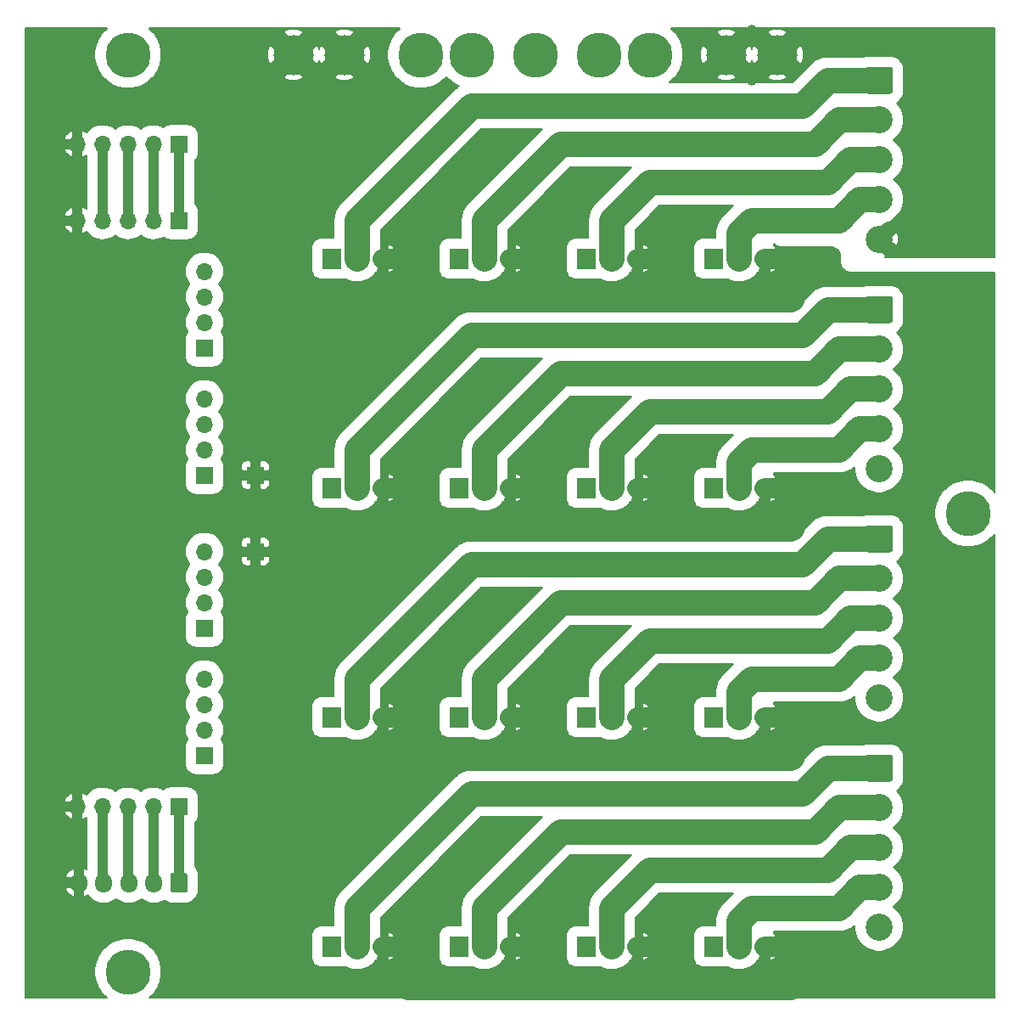
<source format=gbr>
%TF.GenerationSoftware,KiCad,Pcbnew,(5.0.1)-3*%
%TF.CreationDate,2018-11-11T20:09:42+02:00*%
%TF.ProjectId,Fet-levy,4665742D6C6576792E6B696361645F70,rev?*%
%TF.SameCoordinates,Original*%
%TF.FileFunction,Copper,L2,Bot,Signal*%
%TF.FilePolarity,Positive*%
%FSLAX46Y46*%
G04 Gerber Fmt 4.6, Leading zero omitted, Abs format (unit mm)*
G04 Created by KiCad (PCBNEW (5.0.1)-3) date 11.11.2018 20.09.42*
%MOMM*%
%LPD*%
G01*
G04 APERTURE LIST*
%TA.AperFunction,ComponentPad*%
%ADD10C,4.000000*%
%TD*%
%TA.AperFunction,ComponentPad*%
%ADD11O,1.905000X2.000000*%
%TD*%
%TA.AperFunction,ComponentPad*%
%ADD12R,1.905000X2.000000*%
%TD*%
%TA.AperFunction,Conductor*%
%ADD13C,0.100000*%
%TD*%
%TA.AperFunction,ComponentPad*%
%ADD14C,2.700000*%
%TD*%
%TA.AperFunction,ComponentPad*%
%ADD15O,1.700000X1.700000*%
%TD*%
%TA.AperFunction,ComponentPad*%
%ADD16R,1.700000X1.700000*%
%TD*%
%TA.AperFunction,ComponentPad*%
%ADD17C,1.700000*%
%TD*%
%TA.AperFunction,ComponentPad*%
%ADD18O,1.700000X1.950000*%
%TD*%
%TA.AperFunction,ViaPad*%
%ADD19C,4.500000*%
%TD*%
%TA.AperFunction,ViaPad*%
%ADD20C,1.000000*%
%TD*%
%TA.AperFunction,Conductor*%
%ADD21C,2.000000*%
%TD*%
%TA.AperFunction,Conductor*%
%ADD22C,2.500000*%
%TD*%
%TA.AperFunction,Conductor*%
%ADD23C,3.000000*%
%TD*%
%TA.AperFunction,Conductor*%
%ADD24C,1.000000*%
%TD*%
%TA.AperFunction,Conductor*%
%ADD25C,0.200000*%
%TD*%
G04 APERTURE END LIST*
D10*
%TO.P,J12,1*%
%TO.N,GND*%
X182880000Y-53340000D03*
%TD*%
%TO.P,J11,1*%
%TO.N,GND*%
X187960000Y-53340000D03*
%TD*%
%TO.P,J9,1*%
%TO.N,+12V*%
X231140000Y-53340000D03*
%TD*%
%TO.P,J10,1*%
%TO.N,+12V*%
X226060000Y-53340000D03*
%TD*%
D11*
%TO.P,Q12,3*%
%TO.N,GND*%
X229870000Y-119380000D03*
%TO.P,Q12,2*%
%TO.N,Net-(J3-Pad4)*%
X227330000Y-119380000D03*
D12*
%TO.P,Q12,1*%
%TO.N,Net-(J7-Pad4)*%
X224790000Y-119380000D03*
%TD*%
D11*
%TO.P,Q14,3*%
%TO.N,GND*%
X204470000Y-142240000D03*
%TO.P,Q14,2*%
%TO.N,Net-(J4-Pad2)*%
X201930000Y-142240000D03*
D12*
%TO.P,Q14,1*%
%TO.N,Net-(J8-Pad2)*%
X199390000Y-142240000D03*
%TD*%
%TO.P,Q13,1*%
%TO.N,Net-(J8-Pad1)*%
X186690000Y-142240000D03*
D11*
%TO.P,Q13,2*%
%TO.N,Net-(J4-Pad1)*%
X189230000Y-142240000D03*
%TO.P,Q13,3*%
%TO.N,GND*%
X191770000Y-142240000D03*
%TD*%
D12*
%TO.P,Q15,1*%
%TO.N,Net-(J8-Pad3)*%
X212090000Y-142240000D03*
D11*
%TO.P,Q15,2*%
%TO.N,Net-(J4-Pad3)*%
X214630000Y-142240000D03*
%TO.P,Q15,3*%
%TO.N,GND*%
X217170000Y-142240000D03*
%TD*%
%TO.P,Q16,3*%
%TO.N,GND*%
X229870000Y-142240000D03*
%TO.P,Q16,2*%
%TO.N,Net-(J4-Pad4)*%
X227330000Y-142240000D03*
D12*
%TO.P,Q16,1*%
%TO.N,Net-(J8-Pad4)*%
X224790000Y-142240000D03*
%TD*%
%TO.P,Q7,1*%
%TO.N,Net-(J6-Pad3)*%
X212090000Y-96520000D03*
D11*
%TO.P,Q7,2*%
%TO.N,Net-(J2-Pad3)*%
X214630000Y-96520000D03*
%TO.P,Q7,3*%
%TO.N,GND*%
X217170000Y-96520000D03*
%TD*%
%TO.P,Q9,3*%
%TO.N,GND*%
X191770000Y-119380000D03*
%TO.P,Q9,2*%
%TO.N,Net-(J3-Pad1)*%
X189230000Y-119380000D03*
D12*
%TO.P,Q9,1*%
%TO.N,Net-(J7-Pad1)*%
X186690000Y-119380000D03*
%TD*%
D11*
%TO.P,Q8,3*%
%TO.N,GND*%
X229870000Y-96520000D03*
%TO.P,Q8,2*%
%TO.N,Net-(J2-Pad4)*%
X227330000Y-96520000D03*
D12*
%TO.P,Q8,1*%
%TO.N,Net-(J6-Pad4)*%
X224790000Y-96520000D03*
%TD*%
D11*
%TO.P,Q1,3*%
%TO.N,GND*%
X191770000Y-73660000D03*
%TO.P,Q1,2*%
%TO.N,Net-(J1-Pad1)*%
X189230000Y-73660000D03*
D12*
%TO.P,Q1,1*%
%TO.N,Net-(J5-Pad1)*%
X186690000Y-73660000D03*
%TD*%
%TO.P,Q5,1*%
%TO.N,Net-(J6-Pad1)*%
X186690000Y-96520000D03*
D11*
%TO.P,Q5,2*%
%TO.N,Net-(J2-Pad1)*%
X189230000Y-96520000D03*
%TO.P,Q5,3*%
%TO.N,GND*%
X191770000Y-96520000D03*
%TD*%
D12*
%TO.P,Q11,1*%
%TO.N,Net-(J7-Pad3)*%
X212090000Y-119380000D03*
D11*
%TO.P,Q11,2*%
%TO.N,Net-(J3-Pad3)*%
X214630000Y-119380000D03*
%TO.P,Q11,3*%
%TO.N,GND*%
X217170000Y-119380000D03*
%TD*%
D12*
%TO.P,Q4,1*%
%TO.N,Net-(J5-Pad4)*%
X224790000Y-73660000D03*
D11*
%TO.P,Q4,2*%
%TO.N,Net-(J1-Pad4)*%
X227330000Y-73660000D03*
%TO.P,Q4,3*%
%TO.N,GND*%
X229870000Y-73660000D03*
%TD*%
D12*
%TO.P,Q2,1*%
%TO.N,Net-(J5-Pad2)*%
X199390000Y-73660000D03*
D11*
%TO.P,Q2,2*%
%TO.N,Net-(J1-Pad2)*%
X201930000Y-73660000D03*
%TO.P,Q2,3*%
%TO.N,GND*%
X204470000Y-73660000D03*
%TD*%
D12*
%TO.P,Q10,1*%
%TO.N,Net-(J7-Pad2)*%
X199390000Y-119380000D03*
D11*
%TO.P,Q10,2*%
%TO.N,Net-(J3-Pad2)*%
X201930000Y-119380000D03*
%TO.P,Q10,3*%
%TO.N,GND*%
X204470000Y-119380000D03*
%TD*%
%TO.P,Q3,3*%
%TO.N,GND*%
X217170000Y-73660000D03*
%TO.P,Q3,2*%
%TO.N,Net-(J1-Pad3)*%
X214630000Y-73660000D03*
D12*
%TO.P,Q3,1*%
%TO.N,Net-(J5-Pad3)*%
X212090000Y-73660000D03*
%TD*%
D11*
%TO.P,Q6,3*%
%TO.N,GND*%
X204470000Y-96520000D03*
%TO.P,Q6,2*%
%TO.N,Net-(J2-Pad2)*%
X201930000Y-96520000D03*
D12*
%TO.P,Q6,1*%
%TO.N,Net-(J6-Pad2)*%
X199390000Y-96520000D03*
%TD*%
D13*
%TO.N,Net-(J1-Pad1)*%
%TO.C,J1*%
G36*
X242424503Y-54531204D02*
X242448772Y-54534804D01*
X242472570Y-54540765D01*
X242495670Y-54549030D01*
X242517849Y-54559520D01*
X242538892Y-54572133D01*
X242558598Y-54586748D01*
X242576776Y-54603224D01*
X242593252Y-54621402D01*
X242607867Y-54641108D01*
X242620480Y-54662151D01*
X242630970Y-54684330D01*
X242639235Y-54707430D01*
X242645196Y-54731228D01*
X242648796Y-54755497D01*
X242650000Y-54780001D01*
X242650000Y-56979999D01*
X242648796Y-57004503D01*
X242645196Y-57028772D01*
X242639235Y-57052570D01*
X242630970Y-57075670D01*
X242620480Y-57097849D01*
X242607867Y-57118892D01*
X242593252Y-57138598D01*
X242576776Y-57156776D01*
X242558598Y-57173252D01*
X242538892Y-57187867D01*
X242517849Y-57200480D01*
X242495670Y-57210970D01*
X242472570Y-57219235D01*
X242448772Y-57225196D01*
X242424503Y-57228796D01*
X242399999Y-57230000D01*
X240200001Y-57230000D01*
X240175497Y-57228796D01*
X240151228Y-57225196D01*
X240127430Y-57219235D01*
X240104330Y-57210970D01*
X240082151Y-57200480D01*
X240061108Y-57187867D01*
X240041402Y-57173252D01*
X240023224Y-57156776D01*
X240006748Y-57138598D01*
X239992133Y-57118892D01*
X239979520Y-57097849D01*
X239969030Y-57075670D01*
X239960765Y-57052570D01*
X239954804Y-57028772D01*
X239951204Y-57004503D01*
X239950000Y-56979999D01*
X239950000Y-54780001D01*
X239951204Y-54755497D01*
X239954804Y-54731228D01*
X239960765Y-54707430D01*
X239969030Y-54684330D01*
X239979520Y-54662151D01*
X239992133Y-54641108D01*
X240006748Y-54621402D01*
X240023224Y-54603224D01*
X240041402Y-54586748D01*
X240061108Y-54572133D01*
X240082151Y-54559520D01*
X240104330Y-54549030D01*
X240127430Y-54540765D01*
X240151228Y-54534804D01*
X240175497Y-54531204D01*
X240200001Y-54530000D01*
X242399999Y-54530000D01*
X242424503Y-54531204D01*
X242424503Y-54531204D01*
G37*
D14*
%TD*%
%TO.P,J1,1*%
%TO.N,Net-(J1-Pad1)*%
X241300000Y-55880000D03*
%TO.P,J1,2*%
%TO.N,Net-(J1-Pad2)*%
X241300000Y-59840000D03*
%TO.P,J1,3*%
%TO.N,Net-(J1-Pad3)*%
X241300000Y-63800000D03*
%TO.P,J1,4*%
%TO.N,Net-(J1-Pad4)*%
X241300000Y-67760000D03*
%TO.P,J1,5*%
%TO.N,+12V*%
X241300000Y-71720000D03*
%TD*%
%TO.P,J2,5*%
%TO.N,+12V*%
X241300000Y-94580000D03*
%TO.P,J2,4*%
%TO.N,Net-(J2-Pad4)*%
X241300000Y-90620000D03*
%TO.P,J2,3*%
%TO.N,Net-(J2-Pad3)*%
X241300000Y-86660000D03*
%TO.P,J2,2*%
%TO.N,Net-(J2-Pad2)*%
X241300000Y-82700000D03*
D13*
%TD*%
%TO.N,Net-(J2-Pad1)*%
%TO.C,J2*%
G36*
X242424503Y-77391204D02*
X242448772Y-77394804D01*
X242472570Y-77400765D01*
X242495670Y-77409030D01*
X242517849Y-77419520D01*
X242538892Y-77432133D01*
X242558598Y-77446748D01*
X242576776Y-77463224D01*
X242593252Y-77481402D01*
X242607867Y-77501108D01*
X242620480Y-77522151D01*
X242630970Y-77544330D01*
X242639235Y-77567430D01*
X242645196Y-77591228D01*
X242648796Y-77615497D01*
X242650000Y-77640001D01*
X242650000Y-79839999D01*
X242648796Y-79864503D01*
X242645196Y-79888772D01*
X242639235Y-79912570D01*
X242630970Y-79935670D01*
X242620480Y-79957849D01*
X242607867Y-79978892D01*
X242593252Y-79998598D01*
X242576776Y-80016776D01*
X242558598Y-80033252D01*
X242538892Y-80047867D01*
X242517849Y-80060480D01*
X242495670Y-80070970D01*
X242472570Y-80079235D01*
X242448772Y-80085196D01*
X242424503Y-80088796D01*
X242399999Y-80090000D01*
X240200001Y-80090000D01*
X240175497Y-80088796D01*
X240151228Y-80085196D01*
X240127430Y-80079235D01*
X240104330Y-80070970D01*
X240082151Y-80060480D01*
X240061108Y-80047867D01*
X240041402Y-80033252D01*
X240023224Y-80016776D01*
X240006748Y-79998598D01*
X239992133Y-79978892D01*
X239979520Y-79957849D01*
X239969030Y-79935670D01*
X239960765Y-79912570D01*
X239954804Y-79888772D01*
X239951204Y-79864503D01*
X239950000Y-79839999D01*
X239950000Y-77640001D01*
X239951204Y-77615497D01*
X239954804Y-77591228D01*
X239960765Y-77567430D01*
X239969030Y-77544330D01*
X239979520Y-77522151D01*
X239992133Y-77501108D01*
X240006748Y-77481402D01*
X240023224Y-77463224D01*
X240041402Y-77446748D01*
X240061108Y-77432133D01*
X240082151Y-77419520D01*
X240104330Y-77409030D01*
X240127430Y-77400765D01*
X240151228Y-77394804D01*
X240175497Y-77391204D01*
X240200001Y-77390000D01*
X242399999Y-77390000D01*
X242424503Y-77391204D01*
X242424503Y-77391204D01*
G37*
D14*
%TO.P,J2,1*%
%TO.N,Net-(J2-Pad1)*%
X241300000Y-78740000D03*
%TD*%
%TO.P,J3,5*%
%TO.N,+12V*%
X241300000Y-117440000D03*
%TO.P,J3,4*%
%TO.N,Net-(J3-Pad4)*%
X241300000Y-113480000D03*
%TO.P,J3,3*%
%TO.N,Net-(J3-Pad3)*%
X241300000Y-109520000D03*
%TO.P,J3,2*%
%TO.N,Net-(J3-Pad2)*%
X241300000Y-105560000D03*
D13*
%TD*%
%TO.N,Net-(J3-Pad1)*%
%TO.C,J3*%
G36*
X242424503Y-100251204D02*
X242448772Y-100254804D01*
X242472570Y-100260765D01*
X242495670Y-100269030D01*
X242517849Y-100279520D01*
X242538892Y-100292133D01*
X242558598Y-100306748D01*
X242576776Y-100323224D01*
X242593252Y-100341402D01*
X242607867Y-100361108D01*
X242620480Y-100382151D01*
X242630970Y-100404330D01*
X242639235Y-100427430D01*
X242645196Y-100451228D01*
X242648796Y-100475497D01*
X242650000Y-100500001D01*
X242650000Y-102699999D01*
X242648796Y-102724503D01*
X242645196Y-102748772D01*
X242639235Y-102772570D01*
X242630970Y-102795670D01*
X242620480Y-102817849D01*
X242607867Y-102838892D01*
X242593252Y-102858598D01*
X242576776Y-102876776D01*
X242558598Y-102893252D01*
X242538892Y-102907867D01*
X242517849Y-102920480D01*
X242495670Y-102930970D01*
X242472570Y-102939235D01*
X242448772Y-102945196D01*
X242424503Y-102948796D01*
X242399999Y-102950000D01*
X240200001Y-102950000D01*
X240175497Y-102948796D01*
X240151228Y-102945196D01*
X240127430Y-102939235D01*
X240104330Y-102930970D01*
X240082151Y-102920480D01*
X240061108Y-102907867D01*
X240041402Y-102893252D01*
X240023224Y-102876776D01*
X240006748Y-102858598D01*
X239992133Y-102838892D01*
X239979520Y-102817849D01*
X239969030Y-102795670D01*
X239960765Y-102772570D01*
X239954804Y-102748772D01*
X239951204Y-102724503D01*
X239950000Y-102699999D01*
X239950000Y-100500001D01*
X239951204Y-100475497D01*
X239954804Y-100451228D01*
X239960765Y-100427430D01*
X239969030Y-100404330D01*
X239979520Y-100382151D01*
X239992133Y-100361108D01*
X240006748Y-100341402D01*
X240023224Y-100323224D01*
X240041402Y-100306748D01*
X240061108Y-100292133D01*
X240082151Y-100279520D01*
X240104330Y-100269030D01*
X240127430Y-100260765D01*
X240151228Y-100254804D01*
X240175497Y-100251204D01*
X240200001Y-100250000D01*
X242399999Y-100250000D01*
X242424503Y-100251204D01*
X242424503Y-100251204D01*
G37*
D14*
%TO.P,J3,1*%
%TO.N,Net-(J3-Pad1)*%
X241300000Y-101600000D03*
%TD*%
%TO.P,J4,5*%
%TO.N,+12V*%
X241300000Y-140300000D03*
%TO.P,J4,4*%
%TO.N,Net-(J4-Pad4)*%
X241300000Y-136340000D03*
%TO.P,J4,3*%
%TO.N,Net-(J4-Pad3)*%
X241300000Y-132380000D03*
%TO.P,J4,2*%
%TO.N,Net-(J4-Pad2)*%
X241300000Y-128420000D03*
D13*
%TD*%
%TO.N,Net-(J4-Pad1)*%
%TO.C,J4*%
G36*
X242424503Y-123111204D02*
X242448772Y-123114804D01*
X242472570Y-123120765D01*
X242495670Y-123129030D01*
X242517849Y-123139520D01*
X242538892Y-123152133D01*
X242558598Y-123166748D01*
X242576776Y-123183224D01*
X242593252Y-123201402D01*
X242607867Y-123221108D01*
X242620480Y-123242151D01*
X242630970Y-123264330D01*
X242639235Y-123287430D01*
X242645196Y-123311228D01*
X242648796Y-123335497D01*
X242650000Y-123360001D01*
X242650000Y-125559999D01*
X242648796Y-125584503D01*
X242645196Y-125608772D01*
X242639235Y-125632570D01*
X242630970Y-125655670D01*
X242620480Y-125677849D01*
X242607867Y-125698892D01*
X242593252Y-125718598D01*
X242576776Y-125736776D01*
X242558598Y-125753252D01*
X242538892Y-125767867D01*
X242517849Y-125780480D01*
X242495670Y-125790970D01*
X242472570Y-125799235D01*
X242448772Y-125805196D01*
X242424503Y-125808796D01*
X242399999Y-125810000D01*
X240200001Y-125810000D01*
X240175497Y-125808796D01*
X240151228Y-125805196D01*
X240127430Y-125799235D01*
X240104330Y-125790970D01*
X240082151Y-125780480D01*
X240061108Y-125767867D01*
X240041402Y-125753252D01*
X240023224Y-125736776D01*
X240006748Y-125718598D01*
X239992133Y-125698892D01*
X239979520Y-125677849D01*
X239969030Y-125655670D01*
X239960765Y-125632570D01*
X239954804Y-125608772D01*
X239951204Y-125584503D01*
X239950000Y-125559999D01*
X239950000Y-123360001D01*
X239951204Y-123335497D01*
X239954804Y-123311228D01*
X239960765Y-123287430D01*
X239969030Y-123264330D01*
X239979520Y-123242151D01*
X239992133Y-123221108D01*
X240006748Y-123201402D01*
X240023224Y-123183224D01*
X240041402Y-123166748D01*
X240061108Y-123152133D01*
X240082151Y-123139520D01*
X240104330Y-123129030D01*
X240127430Y-123120765D01*
X240151228Y-123114804D01*
X240175497Y-123111204D01*
X240200001Y-123110000D01*
X242399999Y-123110000D01*
X242424503Y-123111204D01*
X242424503Y-123111204D01*
G37*
D14*
%TO.P,J4,1*%
%TO.N,Net-(J4-Pad1)*%
X241300000Y-124460000D03*
%TD*%
D15*
%TO.P,J5,4*%
%TO.N,Net-(J5-Pad4)*%
X173990000Y-74930000D03*
%TO.P,J5,3*%
%TO.N,Net-(J5-Pad3)*%
X173990000Y-77470000D03*
%TO.P,J5,2*%
%TO.N,Net-(J5-Pad2)*%
X173990000Y-80010000D03*
D16*
%TO.P,J5,1*%
%TO.N,Net-(J5-Pad1)*%
X173990000Y-82550000D03*
%TD*%
D15*
%TO.P,J6,4*%
%TO.N,Net-(J6-Pad4)*%
X173990000Y-87630000D03*
%TO.P,J6,3*%
%TO.N,Net-(J6-Pad3)*%
X173990000Y-90170000D03*
%TO.P,J6,2*%
%TO.N,Net-(J6-Pad2)*%
X173990000Y-92710000D03*
D16*
%TO.P,J6,1*%
%TO.N,Net-(J6-Pad1)*%
X173990000Y-95250000D03*
%TD*%
%TO.P,J7,1*%
%TO.N,Net-(J7-Pad1)*%
X173990000Y-110490000D03*
D15*
%TO.P,J7,2*%
%TO.N,Net-(J7-Pad2)*%
X173990000Y-107950000D03*
%TO.P,J7,3*%
%TO.N,Net-(J7-Pad3)*%
X173990000Y-105410000D03*
%TO.P,J7,4*%
%TO.N,Net-(J7-Pad4)*%
X173990000Y-102870000D03*
%TD*%
D16*
%TO.P,J8,1*%
%TO.N,Net-(J8-Pad1)*%
X173990000Y-123190000D03*
D15*
%TO.P,J8,2*%
%TO.N,Net-(J8-Pad2)*%
X173990000Y-120650000D03*
%TO.P,J8,3*%
%TO.N,Net-(J8-Pad3)*%
X173990000Y-118110000D03*
%TO.P,J8,4*%
%TO.N,Net-(J8-Pad4)*%
X173990000Y-115570000D03*
%TD*%
D16*
%TO.P,J13,1*%
%TO.N,GND*%
X179070000Y-95250000D03*
%TD*%
%TO.P,J14,1*%
%TO.N,GND*%
X179070000Y-102870000D03*
%TD*%
D15*
%TO.P,J15,5*%
%TO.N,GND*%
X161290000Y-69850000D03*
%TO.P,J15,4*%
%TO.N,Net-(J15-Pad4)*%
X163830000Y-69850000D03*
%TO.P,J15,3*%
%TO.N,Net-(J15-Pad3)*%
X166370000Y-69850000D03*
%TO.P,J15,2*%
%TO.N,Net-(J15-Pad2)*%
X168910000Y-69850000D03*
D16*
%TO.P,J15,1*%
%TO.N,Net-(J15-Pad1)*%
X171450000Y-69850000D03*
%TD*%
%TO.P,J16,1*%
%TO.N,Net-(J16-Pad1)*%
X171450000Y-128270000D03*
D15*
%TO.P,J16,2*%
%TO.N,Net-(J16-Pad2)*%
X168910000Y-128270000D03*
%TO.P,J16,3*%
%TO.N,Net-(J16-Pad3)*%
X166370000Y-128270000D03*
%TO.P,J16,4*%
%TO.N,Net-(J16-Pad4)*%
X163830000Y-128270000D03*
%TO.P,J16,5*%
%TO.N,GND*%
X161290000Y-128270000D03*
%TD*%
D16*
%TO.P,J17,1*%
%TO.N,Net-(J15-Pad1)*%
X171450000Y-62230000D03*
D15*
%TO.P,J17,2*%
%TO.N,Net-(J15-Pad2)*%
X168910000Y-62230000D03*
%TO.P,J17,3*%
%TO.N,Net-(J15-Pad3)*%
X166370000Y-62230000D03*
%TO.P,J17,4*%
%TO.N,Net-(J15-Pad4)*%
X163830000Y-62230000D03*
%TO.P,J17,5*%
%TO.N,GND*%
X161290000Y-62230000D03*
%TD*%
D13*
%TO.N,Net-(J16-Pad1)*%
%TO.C,J18*%
G36*
X172074504Y-134916204D02*
X172098773Y-134919804D01*
X172122571Y-134925765D01*
X172145671Y-134934030D01*
X172167849Y-134944520D01*
X172188893Y-134957133D01*
X172208598Y-134971747D01*
X172226777Y-134988223D01*
X172243253Y-135006402D01*
X172257867Y-135026107D01*
X172270480Y-135047151D01*
X172280970Y-135069329D01*
X172289235Y-135092429D01*
X172295196Y-135116227D01*
X172298796Y-135140496D01*
X172300000Y-135165000D01*
X172300000Y-136615000D01*
X172298796Y-136639504D01*
X172295196Y-136663773D01*
X172289235Y-136687571D01*
X172280970Y-136710671D01*
X172270480Y-136732849D01*
X172257867Y-136753893D01*
X172243253Y-136773598D01*
X172226777Y-136791777D01*
X172208598Y-136808253D01*
X172188893Y-136822867D01*
X172167849Y-136835480D01*
X172145671Y-136845970D01*
X172122571Y-136854235D01*
X172098773Y-136860196D01*
X172074504Y-136863796D01*
X172050000Y-136865000D01*
X170850000Y-136865000D01*
X170825496Y-136863796D01*
X170801227Y-136860196D01*
X170777429Y-136854235D01*
X170754329Y-136845970D01*
X170732151Y-136835480D01*
X170711107Y-136822867D01*
X170691402Y-136808253D01*
X170673223Y-136791777D01*
X170656747Y-136773598D01*
X170642133Y-136753893D01*
X170629520Y-136732849D01*
X170619030Y-136710671D01*
X170610765Y-136687571D01*
X170604804Y-136663773D01*
X170601204Y-136639504D01*
X170600000Y-136615000D01*
X170600000Y-135165000D01*
X170601204Y-135140496D01*
X170604804Y-135116227D01*
X170610765Y-135092429D01*
X170619030Y-135069329D01*
X170629520Y-135047151D01*
X170642133Y-135026107D01*
X170656747Y-135006402D01*
X170673223Y-134988223D01*
X170691402Y-134971747D01*
X170711107Y-134957133D01*
X170732151Y-134944520D01*
X170754329Y-134934030D01*
X170777429Y-134925765D01*
X170801227Y-134919804D01*
X170825496Y-134916204D01*
X170850000Y-134915000D01*
X172050000Y-134915000D01*
X172074504Y-134916204D01*
X172074504Y-134916204D01*
G37*
D17*
%TD*%
%TO.P,J18,1*%
%TO.N,Net-(J16-Pad1)*%
X171450000Y-135890000D03*
D18*
%TO.P,J18,2*%
%TO.N,Net-(J16-Pad2)*%
X168950000Y-135890000D03*
%TO.P,J18,3*%
%TO.N,Net-(J16-Pad3)*%
X166450000Y-135890000D03*
%TO.P,J18,4*%
%TO.N,Net-(J16-Pad4)*%
X163950000Y-135890000D03*
%TO.P,J18,5*%
%TO.N,GND*%
X161450000Y-135890000D03*
%TD*%
D19*
%TO.N,*%
X250190000Y-99060000D03*
X166370000Y-53340000D03*
X166370000Y-144780000D03*
X195580000Y-53340000D03*
X200660000Y-53340000D03*
X207010000Y-53340000D03*
X213360000Y-53340000D03*
X218440000Y-53340000D03*
D20*
%TO.N,GND*%
X182880000Y-80010000D03*
X185420000Y-77470000D03*
X187960000Y-80010000D03*
X190500000Y-77470000D03*
X193040000Y-80010000D03*
X182880000Y-102870000D03*
X185420000Y-100330000D03*
X187960000Y-102870000D03*
X190500000Y-100330000D03*
X193040000Y-102870000D03*
X187960000Y-123190000D03*
X190500000Y-125730000D03*
X193040000Y-123190000D03*
X195580000Y-125730000D03*
X198120000Y-123190000D03*
X194310000Y-146050000D03*
X180340000Y-146050000D03*
X177800000Y-143510000D03*
X180340000Y-140970000D03*
X177800000Y-138430000D03*
X180340000Y-135890000D03*
X177800000Y-133350000D03*
X229870000Y-146050000D03*
X219710000Y-146050000D03*
X207010000Y-146050000D03*
X181610000Y-60960000D03*
X179070000Y-63500000D03*
X176530000Y-66040000D03*
X176530000Y-63500000D03*
X179070000Y-60960000D03*
X176530000Y-60960000D03*
%TO.N,+12V*%
X222250000Y-53340000D03*
X222250000Y-54610000D03*
X222250000Y-52070000D03*
X228600000Y-50800000D03*
X228600000Y-55880000D03*
X252095000Y-51435000D03*
X249555000Y-52705000D03*
X247015000Y-51435000D03*
X244475000Y-52705000D03*
X241935000Y-51435000D03*
X239395000Y-52705000D03*
X236855000Y-51435000D03*
X245110000Y-71120000D03*
X247650000Y-71120000D03*
X250190000Y-71120000D03*
X251460000Y-68580000D03*
X248920000Y-68580000D03*
X246380000Y-68580000D03*
%TD*%
D21*
%TO.N,GND*%
X191770000Y-73660000D02*
X194310000Y-73660000D01*
X204470000Y-73660000D02*
X207010000Y-73660000D01*
X217170000Y-73660000D02*
X219710000Y-73660000D01*
X229870000Y-73660000D02*
X232410000Y-73660000D01*
D22*
X194310000Y-73660000D02*
X194310000Y-77470000D01*
X207010000Y-73660000D02*
X207010000Y-77470000D01*
X219710000Y-73660000D02*
X219710000Y-77470000D01*
X232410000Y-73660000D02*
X232410000Y-77470000D01*
D23*
X232410000Y-77470000D02*
X196850000Y-77470000D01*
D21*
X191770000Y-96520000D02*
X194310000Y-96520000D01*
X204470000Y-96520000D02*
X207010000Y-96520000D01*
X217170000Y-96520000D02*
X219710000Y-96520000D01*
X229870000Y-96520000D02*
X232410000Y-96520000D01*
D22*
X232410000Y-96520000D02*
X232410000Y-100330000D01*
X219710000Y-96520000D02*
X219710000Y-100330000D01*
X207010000Y-96520000D02*
X207010000Y-100330000D01*
X194310000Y-96520000D02*
X194310000Y-100330000D01*
D23*
X232410000Y-100330000D02*
X196850000Y-100330000D01*
D21*
X229870000Y-119380000D02*
X232410000Y-119380000D01*
X217170000Y-119380000D02*
X219710000Y-119380000D01*
X204470000Y-119380000D02*
X207010000Y-119380000D01*
X191770000Y-119380000D02*
X194310000Y-119380000D01*
D22*
X194310000Y-119380000D02*
X194310000Y-123190000D01*
X207010000Y-119380000D02*
X207010000Y-123190000D01*
X219710000Y-119380000D02*
X219710000Y-123190000D01*
X232410000Y-119380000D02*
X232410000Y-123190000D01*
D23*
X194310000Y-123190000D02*
X198120000Y-123190000D01*
D21*
X191770000Y-142240000D02*
X194310000Y-142240000D01*
X204470000Y-142240000D02*
X207010000Y-142240000D01*
X217170000Y-142240000D02*
X219710000Y-142240000D01*
X229870000Y-142240000D02*
X232410000Y-142240000D01*
D22*
X194310000Y-142240000D02*
X194310000Y-146050000D01*
X207010000Y-142240000D02*
X207010000Y-146050000D01*
X219710000Y-142240000D02*
X219710000Y-146050000D01*
X232410000Y-142240000D02*
X232410000Y-146050000D01*
D23*
X232410000Y-146050000D02*
X229870000Y-146050000D01*
D24*
X194310000Y-100330000D02*
X190500000Y-100330000D01*
X182880000Y-100330000D02*
X182880000Y-93980000D01*
X194310000Y-123190000D02*
X187960000Y-123190000D01*
X182880000Y-123190000D02*
X182880000Y-102870000D01*
X194310000Y-146050000D02*
X185420000Y-146050000D01*
X185420000Y-146050000D02*
X182880000Y-143510000D01*
X182880000Y-143510000D02*
X182880000Y-123190000D01*
X194310000Y-77470000D02*
X190500000Y-77470000D01*
X182880000Y-77470000D02*
X182880000Y-80010000D01*
X182880000Y-77470000D02*
X182880000Y-64770000D01*
X182880000Y-80010000D02*
X182880000Y-93980000D01*
X185420000Y-77470000D02*
X182880000Y-77470000D01*
X190500000Y-77470000D02*
X185420000Y-77470000D01*
D23*
X196850000Y-77470000D02*
X194310000Y-77470000D01*
D24*
X182880000Y-102870000D02*
X182880000Y-100330000D01*
X185420000Y-100330000D02*
X182880000Y-100330000D01*
X190500000Y-100330000D02*
X185420000Y-100330000D01*
D23*
X196850000Y-100330000D02*
X194310000Y-100330000D01*
D24*
X187960000Y-123190000D02*
X182880000Y-123190000D01*
D22*
X194310000Y-123190000D02*
X194310000Y-123190000D01*
D23*
X198120000Y-123190000D02*
X232410000Y-123190000D01*
D22*
X194310000Y-146050000D02*
X194310000Y-146050000D01*
D23*
X229870000Y-146050000D02*
X194310000Y-146050000D01*
D22*
X219710000Y-146050000D02*
X219710000Y-146050000D01*
X207010000Y-146050000D02*
X207010000Y-146050000D01*
%TO.N,Net-(J2-Pad4)*%
X239390812Y-90620000D02*
X237300812Y-92710000D01*
X241300000Y-90620000D02*
X239390812Y-90620000D01*
X228600000Y-92710000D02*
X227330000Y-93980000D01*
X237300812Y-92710000D02*
X228600000Y-92710000D01*
X227330000Y-96520000D02*
X227330000Y-93980000D01*
%TO.N,Net-(J2-Pad3)*%
X214630000Y-96520000D02*
X214630000Y-92710000D01*
X241300000Y-86660000D02*
X238460000Y-86660000D01*
X238460000Y-86660000D02*
X236220000Y-88900000D01*
X218440000Y-88900000D02*
X214630000Y-92710000D01*
X236220000Y-88900000D02*
X218440000Y-88900000D01*
%TO.N,Net-(J2-Pad2)*%
X201930000Y-96520000D02*
X201930000Y-92710000D01*
X241300000Y-82700000D02*
X237340000Y-82700000D01*
X234950000Y-85090000D02*
X209550000Y-85090000D01*
X237340000Y-82700000D02*
X234950000Y-85090000D01*
X201930000Y-92710000D02*
X209550000Y-85090000D01*
%TO.N,Net-(J2-Pad1)*%
X189230000Y-96520000D02*
X189230000Y-92710000D01*
X212090000Y-81280000D02*
X200660000Y-81280000D01*
X233680000Y-81280000D02*
X212090000Y-81280000D01*
X236220000Y-78740000D02*
X233680000Y-81280000D01*
X241300000Y-78740000D02*
X236220000Y-78740000D01*
X189230000Y-92710000D02*
X200660000Y-81280000D01*
%TO.N,Net-(J4-Pad4)*%
X239390812Y-136340000D02*
X237300812Y-138430000D01*
X241300000Y-136340000D02*
X239390812Y-136340000D01*
X228600000Y-138430000D02*
X227330000Y-139700000D01*
X237300812Y-138430000D02*
X228600000Y-138430000D01*
X227330000Y-142240000D02*
X227330000Y-139700000D01*
%TO.N,Net-(J4-Pad3)*%
X214630000Y-142240000D02*
X214630000Y-138430000D01*
X241300000Y-132380000D02*
X238460000Y-132380000D01*
X236220000Y-134620000D02*
X218440000Y-134620000D01*
X238460000Y-132380000D02*
X236220000Y-134620000D01*
X214630000Y-138430000D02*
X218440000Y-134620000D01*
%TO.N,Net-(J4-Pad2)*%
X201930000Y-142240000D02*
X201930000Y-138430000D01*
X241300000Y-128420000D02*
X237340000Y-128420000D01*
X237340000Y-128420000D02*
X234950000Y-130810000D01*
X234950000Y-130810000D02*
X215900000Y-130810000D01*
X215900000Y-130810000D02*
X209550000Y-130810000D01*
X201930000Y-138430000D02*
X209550000Y-130810000D01*
%TO.N,Net-(J4-Pad1)*%
X189230000Y-142240000D02*
X189230000Y-138430000D01*
X241300000Y-124460000D02*
X236220000Y-124460000D01*
X233680000Y-127000000D02*
X200660000Y-127000000D01*
X236220000Y-124460000D02*
X233680000Y-127000000D01*
X189230000Y-138430000D02*
X200660000Y-127000000D01*
%TO.N,Net-(J1-Pad1)*%
X189230000Y-73660000D02*
X189230000Y-69850000D01*
X241300000Y-55880000D02*
X236220000Y-55880000D01*
X236220000Y-55880000D02*
X233680000Y-58420000D01*
X233680000Y-58420000D02*
X200660000Y-58420000D01*
X189230000Y-69850000D02*
X200660000Y-58420000D01*
%TO.N,Net-(J1-Pad2)*%
X201930000Y-73660000D02*
X201930000Y-69850000D01*
X241300000Y-59840000D02*
X237340000Y-59840000D01*
X234950000Y-62230000D02*
X209550000Y-62230000D01*
X237340000Y-59840000D02*
X234950000Y-62230000D01*
X201930000Y-69850000D02*
X209550000Y-62230000D01*
%TO.N,Net-(J1-Pad3)*%
X214630000Y-73660000D02*
X214630000Y-69850000D01*
X241300000Y-63800000D02*
X238460000Y-63800000D01*
X238460000Y-63800000D02*
X236220000Y-66040000D01*
X236220000Y-66040000D02*
X218440000Y-66040000D01*
X214630000Y-69850000D02*
X218440000Y-66040000D01*
%TO.N,Net-(J1-Pad4)*%
X239390812Y-67760000D02*
X237300812Y-69850000D01*
X241300000Y-67760000D02*
X239390812Y-67760000D01*
X228600000Y-69850000D02*
X227330000Y-71120000D01*
X237300812Y-69850000D02*
X228600000Y-69850000D01*
X227330000Y-73660000D02*
X227330000Y-71120000D01*
%TO.N,Net-(J3-Pad4)*%
X228600000Y-115570000D02*
X227330000Y-116840000D01*
X237300812Y-115570000D02*
X228600000Y-115570000D01*
X239390812Y-113480000D02*
X237300812Y-115570000D01*
X241300000Y-113480000D02*
X239390812Y-113480000D01*
X227330000Y-119380000D02*
X227330000Y-116840000D01*
%TO.N,Net-(J3-Pad3)*%
X214630000Y-119380000D02*
X214630000Y-115570000D01*
X241300000Y-109520000D02*
X238460000Y-109520000D01*
X238460000Y-109520000D02*
X236220000Y-111760000D01*
X236220000Y-111760000D02*
X233680000Y-111760000D01*
X233680000Y-111760000D02*
X218440000Y-111760000D01*
X214630000Y-115570000D02*
X218440000Y-111760000D01*
%TO.N,Net-(J3-Pad2)*%
X201930000Y-119380000D02*
X201930000Y-115570000D01*
X241300000Y-105560000D02*
X237340000Y-105560000D01*
X237340000Y-105560000D02*
X234950000Y-107950000D01*
X234950000Y-107950000D02*
X233680000Y-107950000D01*
X233680000Y-107950000D02*
X228600000Y-107950000D01*
X201930000Y-115570000D02*
X209550000Y-107950000D01*
X228600000Y-107950000D02*
X209550000Y-107950000D01*
%TO.N,Net-(J3-Pad1)*%
X189230000Y-119380000D02*
X189230000Y-115570000D01*
X233680000Y-104140000D02*
X200660000Y-104140000D01*
X236220000Y-101600000D02*
X233680000Y-104140000D01*
X241300000Y-101600000D02*
X236220000Y-101600000D01*
X200660000Y-104140000D02*
X189230000Y-115570000D01*
D24*
%TO.N,Net-(J15-Pad4)*%
X163830000Y-62230000D02*
X163830000Y-69850000D01*
%TO.N,Net-(J15-Pad3)*%
X166370000Y-62230000D02*
X166370000Y-69850000D01*
%TO.N,Net-(J15-Pad2)*%
X168910000Y-62230000D02*
X168910000Y-69850000D01*
%TO.N,Net-(J15-Pad1)*%
X171450000Y-62230000D02*
X171450000Y-69850000D01*
%TO.N,Net-(J16-Pad1)*%
X171450000Y-128270000D02*
X171450000Y-135890000D01*
%TO.N,Net-(J16-Pad2)*%
X168910000Y-135850000D02*
X168950000Y-135890000D01*
X168910000Y-128270000D02*
X168910000Y-135850000D01*
%TO.N,Net-(J16-Pad3)*%
X166370000Y-135810000D02*
X166450000Y-135890000D01*
X166370000Y-128270000D02*
X166370000Y-135810000D01*
%TO.N,Net-(J16-Pad4)*%
X163830000Y-135770000D02*
X163950000Y-135890000D01*
X163830000Y-128270000D02*
X163830000Y-135770000D01*
%TD*%
D25*
%TO.N,+12V*%
G36*
X252825000Y-73560000D02*
X241870737Y-73560000D01*
X242009807Y-73384401D01*
X241300000Y-72674594D01*
X241126759Y-72847836D01*
X240172165Y-71893242D01*
X240345406Y-71720000D01*
X242254594Y-71720000D01*
X242964401Y-72429807D01*
X243184942Y-72255144D01*
X243253124Y-71877127D01*
X243246250Y-71493072D01*
X243184942Y-71184856D01*
X242964401Y-71010193D01*
X242254594Y-71720000D01*
X240345406Y-71720000D01*
X240172165Y-71546759D01*
X241126759Y-70592165D01*
X241300000Y-70765406D01*
X241933398Y-70132008D01*
X242014639Y-70115848D01*
X242460510Y-69931162D01*
X242861784Y-69663040D01*
X243203040Y-69321784D01*
X243471162Y-68920510D01*
X243655848Y-68474639D01*
X243750000Y-68001304D01*
X243750000Y-67518696D01*
X243655848Y-67045361D01*
X243471162Y-66599490D01*
X243203040Y-66198216D01*
X242861784Y-65856960D01*
X242746605Y-65780000D01*
X242861784Y-65703040D01*
X243203040Y-65361784D01*
X243471162Y-64960510D01*
X243655848Y-64514639D01*
X243750000Y-64041304D01*
X243750000Y-63558696D01*
X243655848Y-63085361D01*
X243471162Y-62639490D01*
X243203040Y-62238216D01*
X242861784Y-61896960D01*
X242746605Y-61820000D01*
X242861784Y-61743040D01*
X243203040Y-61401784D01*
X243471162Y-61000510D01*
X243655848Y-60554639D01*
X243750000Y-60081304D01*
X243750000Y-59598696D01*
X243655848Y-59125361D01*
X243471162Y-58679490D01*
X243203040Y-58278216D01*
X243073965Y-58149141D01*
X243152976Y-58106909D01*
X243358357Y-57938357D01*
X243526909Y-57732976D01*
X243652154Y-57498659D01*
X243729280Y-57244409D01*
X243755322Y-56979999D01*
X243755322Y-54780001D01*
X243729280Y-54515591D01*
X243652154Y-54261341D01*
X243526909Y-54027024D01*
X243358357Y-53821643D01*
X243152976Y-53653091D01*
X242918659Y-53527846D01*
X242664409Y-53450720D01*
X242399999Y-53424678D01*
X240200001Y-53424678D01*
X239935591Y-53450720D01*
X239681341Y-53527846D01*
X239677311Y-53530000D01*
X236335438Y-53530000D01*
X236219999Y-53518630D01*
X236104560Y-53530000D01*
X236104558Y-53530000D01*
X235759320Y-53564003D01*
X235316343Y-53698379D01*
X234908093Y-53916593D01*
X234550259Y-54210259D01*
X234476668Y-54299930D01*
X232706599Y-56070000D01*
X220384106Y-56070000D01*
X220575500Y-55942115D01*
X220920370Y-55597245D01*
X225075548Y-55597245D01*
X225346473Y-55853256D01*
X225850496Y-55944167D01*
X226362569Y-55935001D01*
X226773527Y-55853256D01*
X227044452Y-55597245D01*
X230155548Y-55597245D01*
X230426473Y-55853256D01*
X230930496Y-55944167D01*
X231442569Y-55935001D01*
X231853527Y-55853256D01*
X232124452Y-55597245D01*
X231140000Y-54612792D01*
X230155548Y-55597245D01*
X227044452Y-55597245D01*
X226060000Y-54612792D01*
X225075548Y-55597245D01*
X220920370Y-55597245D01*
X221042115Y-55475500D01*
X221408731Y-54926820D01*
X221661261Y-54317159D01*
X221790000Y-53669946D01*
X221790000Y-53130496D01*
X223455833Y-53130496D01*
X223464999Y-53642569D01*
X223546744Y-54053527D01*
X223802755Y-54324452D01*
X224787208Y-53340000D01*
X227332792Y-53340000D01*
X228317245Y-54324452D01*
X228573256Y-54053527D01*
X228598693Y-53912503D01*
X228626744Y-54053527D01*
X228882755Y-54324452D01*
X229867208Y-53340000D01*
X232412792Y-53340000D01*
X233397245Y-54324452D01*
X233653256Y-54053527D01*
X233744167Y-53549504D01*
X233735001Y-53037431D01*
X233653256Y-52626473D01*
X233397245Y-52355548D01*
X232412792Y-53340000D01*
X229867208Y-53340000D01*
X228882755Y-52355548D01*
X228626744Y-52626473D01*
X228601307Y-52767497D01*
X228573256Y-52626473D01*
X228317245Y-52355548D01*
X227332792Y-53340000D01*
X224787208Y-53340000D01*
X223802755Y-52355548D01*
X223546744Y-52626473D01*
X223455833Y-53130496D01*
X221790000Y-53130496D01*
X221790000Y-53010054D01*
X221661261Y-52362841D01*
X221408731Y-51753180D01*
X221042115Y-51204500D01*
X220920370Y-51082755D01*
X225075548Y-51082755D01*
X226060000Y-52067208D01*
X227044452Y-51082755D01*
X230155548Y-51082755D01*
X231140000Y-52067208D01*
X232124452Y-51082755D01*
X231853527Y-50826744D01*
X231349504Y-50735833D01*
X230837431Y-50744999D01*
X230426473Y-50826744D01*
X230155548Y-51082755D01*
X227044452Y-51082755D01*
X226773527Y-50826744D01*
X226269504Y-50735833D01*
X225757431Y-50744999D01*
X225346473Y-50826744D01*
X225075548Y-51082755D01*
X220920370Y-51082755D01*
X220575500Y-50737885D01*
X220526284Y-50705000D01*
X252825000Y-50705000D01*
X252825000Y-73560000D01*
X252825000Y-73560000D01*
G37*
X252825000Y-73560000D02*
X241870737Y-73560000D01*
X242009807Y-73384401D01*
X241300000Y-72674594D01*
X241126759Y-72847836D01*
X240172165Y-71893242D01*
X240345406Y-71720000D01*
X242254594Y-71720000D01*
X242964401Y-72429807D01*
X243184942Y-72255144D01*
X243253124Y-71877127D01*
X243246250Y-71493072D01*
X243184942Y-71184856D01*
X242964401Y-71010193D01*
X242254594Y-71720000D01*
X240345406Y-71720000D01*
X240172165Y-71546759D01*
X241126759Y-70592165D01*
X241300000Y-70765406D01*
X241933398Y-70132008D01*
X242014639Y-70115848D01*
X242460510Y-69931162D01*
X242861784Y-69663040D01*
X243203040Y-69321784D01*
X243471162Y-68920510D01*
X243655848Y-68474639D01*
X243750000Y-68001304D01*
X243750000Y-67518696D01*
X243655848Y-67045361D01*
X243471162Y-66599490D01*
X243203040Y-66198216D01*
X242861784Y-65856960D01*
X242746605Y-65780000D01*
X242861784Y-65703040D01*
X243203040Y-65361784D01*
X243471162Y-64960510D01*
X243655848Y-64514639D01*
X243750000Y-64041304D01*
X243750000Y-63558696D01*
X243655848Y-63085361D01*
X243471162Y-62639490D01*
X243203040Y-62238216D01*
X242861784Y-61896960D01*
X242746605Y-61820000D01*
X242861784Y-61743040D01*
X243203040Y-61401784D01*
X243471162Y-61000510D01*
X243655848Y-60554639D01*
X243750000Y-60081304D01*
X243750000Y-59598696D01*
X243655848Y-59125361D01*
X243471162Y-58679490D01*
X243203040Y-58278216D01*
X243073965Y-58149141D01*
X243152976Y-58106909D01*
X243358357Y-57938357D01*
X243526909Y-57732976D01*
X243652154Y-57498659D01*
X243729280Y-57244409D01*
X243755322Y-56979999D01*
X243755322Y-54780001D01*
X243729280Y-54515591D01*
X243652154Y-54261341D01*
X243526909Y-54027024D01*
X243358357Y-53821643D01*
X243152976Y-53653091D01*
X242918659Y-53527846D01*
X242664409Y-53450720D01*
X242399999Y-53424678D01*
X240200001Y-53424678D01*
X239935591Y-53450720D01*
X239681341Y-53527846D01*
X239677311Y-53530000D01*
X236335438Y-53530000D01*
X236219999Y-53518630D01*
X236104560Y-53530000D01*
X236104558Y-53530000D01*
X235759320Y-53564003D01*
X235316343Y-53698379D01*
X234908093Y-53916593D01*
X234550259Y-54210259D01*
X234476668Y-54299930D01*
X232706599Y-56070000D01*
X220384106Y-56070000D01*
X220575500Y-55942115D01*
X220920370Y-55597245D01*
X225075548Y-55597245D01*
X225346473Y-55853256D01*
X225850496Y-55944167D01*
X226362569Y-55935001D01*
X226773527Y-55853256D01*
X227044452Y-55597245D01*
X230155548Y-55597245D01*
X230426473Y-55853256D01*
X230930496Y-55944167D01*
X231442569Y-55935001D01*
X231853527Y-55853256D01*
X232124452Y-55597245D01*
X231140000Y-54612792D01*
X230155548Y-55597245D01*
X227044452Y-55597245D01*
X226060000Y-54612792D01*
X225075548Y-55597245D01*
X220920370Y-55597245D01*
X221042115Y-55475500D01*
X221408731Y-54926820D01*
X221661261Y-54317159D01*
X221790000Y-53669946D01*
X221790000Y-53130496D01*
X223455833Y-53130496D01*
X223464999Y-53642569D01*
X223546744Y-54053527D01*
X223802755Y-54324452D01*
X224787208Y-53340000D01*
X227332792Y-53340000D01*
X228317245Y-54324452D01*
X228573256Y-54053527D01*
X228598693Y-53912503D01*
X228626744Y-54053527D01*
X228882755Y-54324452D01*
X229867208Y-53340000D01*
X232412792Y-53340000D01*
X233397245Y-54324452D01*
X233653256Y-54053527D01*
X233744167Y-53549504D01*
X233735001Y-53037431D01*
X233653256Y-52626473D01*
X233397245Y-52355548D01*
X232412792Y-53340000D01*
X229867208Y-53340000D01*
X228882755Y-52355548D01*
X228626744Y-52626473D01*
X228601307Y-52767497D01*
X228573256Y-52626473D01*
X228317245Y-52355548D01*
X227332792Y-53340000D01*
X224787208Y-53340000D01*
X223802755Y-52355548D01*
X223546744Y-52626473D01*
X223455833Y-53130496D01*
X221790000Y-53130496D01*
X221790000Y-53010054D01*
X221661261Y-52362841D01*
X221408731Y-51753180D01*
X221042115Y-51204500D01*
X220920370Y-51082755D01*
X225075548Y-51082755D01*
X226060000Y-52067208D01*
X227044452Y-51082755D01*
X230155548Y-51082755D01*
X231140000Y-52067208D01*
X232124452Y-51082755D01*
X231853527Y-50826744D01*
X231349504Y-50735833D01*
X230837431Y-50744999D01*
X230426473Y-50826744D01*
X230155548Y-51082755D01*
X227044452Y-51082755D01*
X226773527Y-50826744D01*
X226269504Y-50735833D01*
X225757431Y-50744999D01*
X225346473Y-50826744D01*
X225075548Y-51082755D01*
X220920370Y-51082755D01*
X220575500Y-50737885D01*
X220526284Y-50705000D01*
X252825000Y-50705000D01*
X252825000Y-73560000D01*
%TO.N,GND*%
G36*
X164234500Y-50737885D02*
X163767885Y-51204500D01*
X163401269Y-51753180D01*
X163148739Y-52362841D01*
X163020000Y-53010054D01*
X163020000Y-53669946D01*
X163148739Y-54317159D01*
X163401269Y-54926820D01*
X163767885Y-55475500D01*
X164234500Y-55942115D01*
X164783180Y-56308731D01*
X165392841Y-56561261D01*
X166040054Y-56690000D01*
X166699946Y-56690000D01*
X167347159Y-56561261D01*
X167956820Y-56308731D01*
X168505500Y-55942115D01*
X168850370Y-55597245D01*
X181895548Y-55597245D01*
X182166473Y-55853256D01*
X182670496Y-55944167D01*
X183182569Y-55935001D01*
X183593527Y-55853256D01*
X183864452Y-55597245D01*
X186975548Y-55597245D01*
X187246473Y-55853256D01*
X187750496Y-55944167D01*
X188262569Y-55935001D01*
X188673527Y-55853256D01*
X188944452Y-55597245D01*
X187960000Y-54612792D01*
X186975548Y-55597245D01*
X183864452Y-55597245D01*
X182880000Y-54612792D01*
X181895548Y-55597245D01*
X168850370Y-55597245D01*
X168972115Y-55475500D01*
X169338731Y-54926820D01*
X169591261Y-54317159D01*
X169720000Y-53669946D01*
X169720000Y-53130496D01*
X180275833Y-53130496D01*
X180284999Y-53642569D01*
X180366744Y-54053527D01*
X180622755Y-54324452D01*
X181607208Y-53340000D01*
X184152792Y-53340000D01*
X185137245Y-54324452D01*
X185393256Y-54053527D01*
X185418693Y-53912503D01*
X185446744Y-54053527D01*
X185702755Y-54324452D01*
X186687208Y-53340000D01*
X189232792Y-53340000D01*
X190217245Y-54324452D01*
X190473256Y-54053527D01*
X190564167Y-53549504D01*
X190555001Y-53037431D01*
X190473256Y-52626473D01*
X190217245Y-52355548D01*
X189232792Y-53340000D01*
X186687208Y-53340000D01*
X185702755Y-52355548D01*
X185446744Y-52626473D01*
X185421307Y-52767497D01*
X185393256Y-52626473D01*
X185137245Y-52355548D01*
X184152792Y-53340000D01*
X181607208Y-53340000D01*
X180622755Y-52355548D01*
X180366744Y-52626473D01*
X180275833Y-53130496D01*
X169720000Y-53130496D01*
X169720000Y-53010054D01*
X169591261Y-52362841D01*
X169338731Y-51753180D01*
X168972115Y-51204500D01*
X168850370Y-51082755D01*
X181895548Y-51082755D01*
X182880000Y-52067208D01*
X183864452Y-51082755D01*
X186975548Y-51082755D01*
X187960000Y-52067208D01*
X188944452Y-51082755D01*
X188673527Y-50826744D01*
X188169504Y-50735833D01*
X187657431Y-50744999D01*
X187246473Y-50826744D01*
X186975548Y-51082755D01*
X183864452Y-51082755D01*
X183593527Y-50826744D01*
X183089504Y-50735833D01*
X182577431Y-50744999D01*
X182166473Y-50826744D01*
X181895548Y-51082755D01*
X168850370Y-51082755D01*
X168505500Y-50737885D01*
X168456284Y-50705000D01*
X193493716Y-50705000D01*
X193444500Y-50737885D01*
X192977885Y-51204500D01*
X192611269Y-51753180D01*
X192358739Y-52362841D01*
X192230000Y-53010054D01*
X192230000Y-53669946D01*
X192358739Y-54317159D01*
X192611269Y-54926820D01*
X192977885Y-55475500D01*
X193444500Y-55942115D01*
X193993180Y-56308731D01*
X194602841Y-56561261D01*
X195250054Y-56690000D01*
X195909946Y-56690000D01*
X196557159Y-56561261D01*
X197166820Y-56308731D01*
X197715500Y-55942115D01*
X198120000Y-55537615D01*
X198524500Y-55942115D01*
X199073180Y-56308731D01*
X199383919Y-56437443D01*
X199348092Y-56456593D01*
X199220554Y-56561261D01*
X198990259Y-56750259D01*
X198916669Y-56839929D01*
X187649930Y-68106669D01*
X187560260Y-68180259D01*
X187486670Y-68269929D01*
X187266593Y-68538093D01*
X187048380Y-68946343D01*
X186914004Y-69389320D01*
X186868630Y-69850000D01*
X186880001Y-69965449D01*
X186880001Y-71554678D01*
X185737500Y-71554678D01*
X185521862Y-71575916D01*
X185314512Y-71638816D01*
X185123416Y-71740958D01*
X184955919Y-71878419D01*
X184818458Y-72045916D01*
X184716316Y-72237012D01*
X184653416Y-72444362D01*
X184632178Y-72660000D01*
X184632178Y-74660000D01*
X184653416Y-74875638D01*
X184716316Y-75082988D01*
X184818458Y-75274084D01*
X184955919Y-75441581D01*
X185123416Y-75579042D01*
X185314512Y-75681184D01*
X185521862Y-75744084D01*
X185737500Y-75765322D01*
X187642500Y-75765322D01*
X187858138Y-75744084D01*
X188040416Y-75688790D01*
X188326343Y-75841621D01*
X188769320Y-75975997D01*
X189230000Y-76021370D01*
X189690679Y-75975997D01*
X190133656Y-75841621D01*
X190541906Y-75623407D01*
X190899741Y-75329741D01*
X191102678Y-75082461D01*
X191293750Y-75026663D01*
X191293750Y-74784178D01*
X191411621Y-74563657D01*
X191534069Y-74160000D01*
X192246250Y-74160000D01*
X192246250Y-75026663D01*
X192471542Y-75092454D01*
X192548066Y-75042951D01*
X192793649Y-74865498D01*
X192999894Y-74643543D01*
X193158875Y-74385617D01*
X193097856Y-74160000D01*
X192246250Y-74160000D01*
X191534069Y-74160000D01*
X191545997Y-74120680D01*
X191580000Y-73775442D01*
X191580000Y-72293337D01*
X192246250Y-72293337D01*
X192246250Y-73160000D01*
X193097856Y-73160000D01*
X193158875Y-72934383D01*
X192999894Y-72676457D01*
X192793649Y-72454502D01*
X192548066Y-72277049D01*
X192471542Y-72227546D01*
X192246250Y-72293337D01*
X191580000Y-72293337D01*
X191580000Y-70823401D01*
X201633402Y-60770000D01*
X207686598Y-60770000D01*
X200349930Y-68106669D01*
X200260260Y-68180259D01*
X200186670Y-68269929D01*
X199966593Y-68538093D01*
X199748380Y-68946343D01*
X199614004Y-69389320D01*
X199568630Y-69850000D01*
X199580001Y-69965449D01*
X199580001Y-71554678D01*
X198437500Y-71554678D01*
X198221862Y-71575916D01*
X198014512Y-71638816D01*
X197823416Y-71740958D01*
X197655919Y-71878419D01*
X197518458Y-72045916D01*
X197416316Y-72237012D01*
X197353416Y-72444362D01*
X197332178Y-72660000D01*
X197332178Y-74660000D01*
X197353416Y-74875638D01*
X197416316Y-75082988D01*
X197518458Y-75274084D01*
X197655919Y-75441581D01*
X197823416Y-75579042D01*
X198014512Y-75681184D01*
X198221862Y-75744084D01*
X198437500Y-75765322D01*
X200342500Y-75765322D01*
X200558138Y-75744084D01*
X200740416Y-75688790D01*
X201026343Y-75841621D01*
X201469320Y-75975997D01*
X201930000Y-76021370D01*
X202390679Y-75975997D01*
X202833656Y-75841621D01*
X203241906Y-75623407D01*
X203599741Y-75329741D01*
X203802678Y-75082461D01*
X203993750Y-75026663D01*
X203993750Y-74784178D01*
X204111621Y-74563657D01*
X204234069Y-74160000D01*
X204946250Y-74160000D01*
X204946250Y-75026663D01*
X205171542Y-75092454D01*
X205248066Y-75042951D01*
X205493649Y-74865498D01*
X205699894Y-74643543D01*
X205858875Y-74385617D01*
X205797856Y-74160000D01*
X204946250Y-74160000D01*
X204234069Y-74160000D01*
X204245997Y-74120680D01*
X204280000Y-73775442D01*
X204280000Y-72293337D01*
X204946250Y-72293337D01*
X204946250Y-73160000D01*
X205797856Y-73160000D01*
X205858875Y-72934383D01*
X205699894Y-72676457D01*
X205493649Y-72454502D01*
X205248066Y-72277049D01*
X205171542Y-72227546D01*
X204946250Y-72293337D01*
X204280000Y-72293337D01*
X204280000Y-70823401D01*
X210523402Y-64580000D01*
X216576599Y-64580000D01*
X213049930Y-68106669D01*
X212960260Y-68180259D01*
X212886670Y-68269929D01*
X212666593Y-68538093D01*
X212448380Y-68946343D01*
X212314004Y-69389320D01*
X212268630Y-69850000D01*
X212280001Y-69965449D01*
X212280001Y-71554678D01*
X211137500Y-71554678D01*
X210921862Y-71575916D01*
X210714512Y-71638816D01*
X210523416Y-71740958D01*
X210355919Y-71878419D01*
X210218458Y-72045916D01*
X210116316Y-72237012D01*
X210053416Y-72444362D01*
X210032178Y-72660000D01*
X210032178Y-74660000D01*
X210053416Y-74875638D01*
X210116316Y-75082988D01*
X210218458Y-75274084D01*
X210355919Y-75441581D01*
X210523416Y-75579042D01*
X210714512Y-75681184D01*
X210921862Y-75744084D01*
X211137500Y-75765322D01*
X213042500Y-75765322D01*
X213258138Y-75744084D01*
X213440416Y-75688790D01*
X213726343Y-75841621D01*
X214169320Y-75975997D01*
X214630000Y-76021370D01*
X215090679Y-75975997D01*
X215533656Y-75841621D01*
X215941906Y-75623407D01*
X216299741Y-75329741D01*
X216502678Y-75082461D01*
X216693750Y-75026663D01*
X216693750Y-74784178D01*
X216811621Y-74563657D01*
X216934069Y-74160000D01*
X217646250Y-74160000D01*
X217646250Y-75026663D01*
X217871542Y-75092454D01*
X217948066Y-75042951D01*
X218193649Y-74865498D01*
X218399894Y-74643543D01*
X218558875Y-74385617D01*
X218497856Y-74160000D01*
X217646250Y-74160000D01*
X216934069Y-74160000D01*
X216945997Y-74120680D01*
X216980000Y-73775442D01*
X216980000Y-72293337D01*
X217646250Y-72293337D01*
X217646250Y-73160000D01*
X218497856Y-73160000D01*
X218558875Y-72934383D01*
X218399894Y-72676457D01*
X218193649Y-72454502D01*
X217948066Y-72277049D01*
X217871542Y-72227546D01*
X217646250Y-72293337D01*
X216980000Y-72293337D01*
X216980000Y-70823401D01*
X219413401Y-68390000D01*
X226736599Y-68390000D01*
X225749930Y-69376669D01*
X225660260Y-69450259D01*
X225586670Y-69539929D01*
X225366593Y-69808093D01*
X225265139Y-69997902D01*
X225148379Y-70216343D01*
X225014003Y-70659320D01*
X225004712Y-70753657D01*
X224968630Y-71120000D01*
X224980000Y-71235439D01*
X224980000Y-71554678D01*
X223837500Y-71554678D01*
X223621862Y-71575916D01*
X223414512Y-71638816D01*
X223223416Y-71740958D01*
X223055919Y-71878419D01*
X222918458Y-72045916D01*
X222816316Y-72237012D01*
X222753416Y-72444362D01*
X222732178Y-72660000D01*
X222732178Y-74660000D01*
X222753416Y-74875638D01*
X222816316Y-75082988D01*
X222918458Y-75274084D01*
X223055919Y-75441581D01*
X223223416Y-75579042D01*
X223414512Y-75681184D01*
X223621862Y-75744084D01*
X223837500Y-75765322D01*
X225742500Y-75765322D01*
X225958138Y-75744084D01*
X226140416Y-75688790D01*
X226426343Y-75841621D01*
X226869320Y-75975997D01*
X227330000Y-76021370D01*
X227790679Y-75975997D01*
X228233656Y-75841621D01*
X228641906Y-75623407D01*
X228999741Y-75329741D01*
X229202678Y-75082461D01*
X229393750Y-75026663D01*
X229393750Y-74784178D01*
X229511621Y-74563657D01*
X229634069Y-74160000D01*
X230346250Y-74160000D01*
X230346250Y-75026663D01*
X230571542Y-75092454D01*
X230648066Y-75042951D01*
X230893649Y-74865498D01*
X231099894Y-74643543D01*
X231258875Y-74385617D01*
X231197856Y-74160000D01*
X230346250Y-74160000D01*
X229634069Y-74160000D01*
X229645997Y-74120680D01*
X229680000Y-73775442D01*
X229680000Y-72740000D01*
X230346250Y-72740000D01*
X230346250Y-73160000D01*
X231197856Y-73160000D01*
X231258875Y-72934383D01*
X231099894Y-72676457D01*
X230893649Y-72454502D01*
X230770002Y-72365157D01*
X230770002Y-72200000D01*
X230814851Y-72200000D01*
X230935203Y-72298771D01*
X230951503Y-72309662D01*
X231124390Y-72402072D01*
X231142502Y-72409574D01*
X231330095Y-72466479D01*
X231349321Y-72470303D01*
X231544412Y-72489518D01*
X231554214Y-72490000D01*
X236485092Y-72490000D01*
X236665485Y-72507768D01*
X236834229Y-72558955D01*
X236989745Y-72642080D01*
X237126054Y-72753946D01*
X237237920Y-72890255D01*
X237321045Y-73045771D01*
X237372232Y-73214515D01*
X237390000Y-73394908D01*
X237390000Y-73930000D01*
X237390482Y-73939802D01*
X237409697Y-74134892D01*
X237413521Y-74154118D01*
X237470426Y-74341711D01*
X237477928Y-74359823D01*
X237570338Y-74532710D01*
X237581229Y-74549009D01*
X237705592Y-74700546D01*
X237719454Y-74714408D01*
X237870991Y-74838771D01*
X237887290Y-74849662D01*
X238060177Y-74942072D01*
X238078289Y-74949574D01*
X238265882Y-75006479D01*
X238285108Y-75010303D01*
X238480198Y-75029518D01*
X238490000Y-75030000D01*
X252825000Y-75030000D01*
X252825000Y-96973717D01*
X252792115Y-96924500D01*
X252325500Y-96457885D01*
X251776820Y-96091269D01*
X251167159Y-95838739D01*
X250519946Y-95710000D01*
X249860054Y-95710000D01*
X249212841Y-95838739D01*
X248603180Y-96091269D01*
X248054500Y-96457885D01*
X247587885Y-96924500D01*
X247221269Y-97473180D01*
X246968739Y-98082841D01*
X246840000Y-98730054D01*
X246840000Y-99389946D01*
X246968739Y-100037159D01*
X247221269Y-100646820D01*
X247587885Y-101195500D01*
X248054500Y-101662115D01*
X248603180Y-102028731D01*
X249212841Y-102281261D01*
X249860054Y-102410000D01*
X250519946Y-102410000D01*
X251167159Y-102281261D01*
X251776820Y-102028731D01*
X252325500Y-101662115D01*
X252792115Y-101195500D01*
X252825001Y-101146283D01*
X252825001Y-147390000D01*
X168493699Y-147390000D01*
X168505500Y-147382115D01*
X168972115Y-146915500D01*
X169338731Y-146366820D01*
X169591261Y-145757159D01*
X169720000Y-145109946D01*
X169720000Y-144450054D01*
X169591261Y-143802841D01*
X169338731Y-143193180D01*
X168972115Y-142644500D01*
X168505500Y-142177885D01*
X167956820Y-141811269D01*
X167347159Y-141558739D01*
X166699946Y-141430000D01*
X166040054Y-141430000D01*
X165392841Y-141558739D01*
X164783180Y-141811269D01*
X164234500Y-142177885D01*
X163767885Y-142644500D01*
X163401269Y-143193180D01*
X163148739Y-143802841D01*
X163020000Y-144450054D01*
X163020000Y-145109946D01*
X163148739Y-145757159D01*
X163401269Y-146366820D01*
X163767885Y-146915500D01*
X164234500Y-147382115D01*
X164246301Y-147390000D01*
X156115000Y-147390000D01*
X156115000Y-141240000D01*
X184632178Y-141240000D01*
X184632178Y-143240000D01*
X184653416Y-143455638D01*
X184716316Y-143662988D01*
X184818458Y-143854084D01*
X184955919Y-144021581D01*
X185123416Y-144159042D01*
X185314512Y-144261184D01*
X185521862Y-144324084D01*
X185737500Y-144345322D01*
X187642500Y-144345322D01*
X187858138Y-144324084D01*
X188040416Y-144268790D01*
X188326343Y-144421621D01*
X188769320Y-144555997D01*
X189230000Y-144601370D01*
X189690679Y-144555997D01*
X190133656Y-144421621D01*
X190541906Y-144203407D01*
X190899741Y-143909741D01*
X191102678Y-143662461D01*
X191293750Y-143606663D01*
X191293750Y-143364178D01*
X191411621Y-143143657D01*
X191534069Y-142740000D01*
X192246250Y-142740000D01*
X192246250Y-143606663D01*
X192471542Y-143672454D01*
X192548066Y-143622951D01*
X192793649Y-143445498D01*
X192999894Y-143223543D01*
X193158875Y-142965617D01*
X193097856Y-142740000D01*
X192246250Y-142740000D01*
X191534069Y-142740000D01*
X191545997Y-142700680D01*
X191580000Y-142355442D01*
X191580000Y-140873337D01*
X192246250Y-140873337D01*
X192246250Y-141740000D01*
X193097856Y-141740000D01*
X193158875Y-141514383D01*
X192999894Y-141256457D01*
X192793649Y-141034502D01*
X192548066Y-140857049D01*
X192471542Y-140807546D01*
X192246250Y-140873337D01*
X191580000Y-140873337D01*
X191580000Y-139403401D01*
X201633402Y-129350000D01*
X207686598Y-129350000D01*
X200349930Y-136686669D01*
X200260260Y-136760259D01*
X200186670Y-136849929D01*
X199966593Y-137118093D01*
X199748380Y-137526343D01*
X199614004Y-137969320D01*
X199568630Y-138430000D01*
X199580001Y-138545449D01*
X199580001Y-140134678D01*
X198437500Y-140134678D01*
X198221862Y-140155916D01*
X198014512Y-140218816D01*
X197823416Y-140320958D01*
X197655919Y-140458419D01*
X197518458Y-140625916D01*
X197416316Y-140817012D01*
X197353416Y-141024362D01*
X197332178Y-141240000D01*
X197332178Y-143240000D01*
X197353416Y-143455638D01*
X197416316Y-143662988D01*
X197518458Y-143854084D01*
X197655919Y-144021581D01*
X197823416Y-144159042D01*
X198014512Y-144261184D01*
X198221862Y-144324084D01*
X198437500Y-144345322D01*
X200342500Y-144345322D01*
X200558138Y-144324084D01*
X200740416Y-144268790D01*
X201026343Y-144421621D01*
X201469320Y-144555997D01*
X201930000Y-144601370D01*
X202390679Y-144555997D01*
X202833656Y-144421621D01*
X203241906Y-144203407D01*
X203599741Y-143909741D01*
X203802678Y-143662461D01*
X203993750Y-143606663D01*
X203993750Y-143364178D01*
X204111621Y-143143657D01*
X204234069Y-142740000D01*
X204946250Y-142740000D01*
X204946250Y-143606663D01*
X205171542Y-143672454D01*
X205248066Y-143622951D01*
X205493649Y-143445498D01*
X205699894Y-143223543D01*
X205858875Y-142965617D01*
X205797856Y-142740000D01*
X204946250Y-142740000D01*
X204234069Y-142740000D01*
X204245997Y-142700680D01*
X204280000Y-142355442D01*
X204280000Y-140873337D01*
X204946250Y-140873337D01*
X204946250Y-141740000D01*
X205797856Y-141740000D01*
X205858875Y-141514383D01*
X205699894Y-141256457D01*
X205493649Y-141034502D01*
X205248066Y-140857049D01*
X205171542Y-140807546D01*
X204946250Y-140873337D01*
X204280000Y-140873337D01*
X204280000Y-139403401D01*
X210523402Y-133160000D01*
X216576599Y-133160000D01*
X213049930Y-136686669D01*
X212960260Y-136760259D01*
X212886670Y-136849929D01*
X212666593Y-137118093D01*
X212448380Y-137526343D01*
X212314004Y-137969320D01*
X212268630Y-138430000D01*
X212280001Y-138545449D01*
X212280001Y-140134678D01*
X211137500Y-140134678D01*
X210921862Y-140155916D01*
X210714512Y-140218816D01*
X210523416Y-140320958D01*
X210355919Y-140458419D01*
X210218458Y-140625916D01*
X210116316Y-140817012D01*
X210053416Y-141024362D01*
X210032178Y-141240000D01*
X210032178Y-143240000D01*
X210053416Y-143455638D01*
X210116316Y-143662988D01*
X210218458Y-143854084D01*
X210355919Y-144021581D01*
X210523416Y-144159042D01*
X210714512Y-144261184D01*
X210921862Y-144324084D01*
X211137500Y-144345322D01*
X213042500Y-144345322D01*
X213258138Y-144324084D01*
X213440416Y-144268790D01*
X213726343Y-144421621D01*
X214169320Y-144555997D01*
X214630000Y-144601370D01*
X215090679Y-144555997D01*
X215533656Y-144421621D01*
X215941906Y-144203407D01*
X216299741Y-143909741D01*
X216502678Y-143662461D01*
X216693750Y-143606663D01*
X216693750Y-143364178D01*
X216811621Y-143143657D01*
X216934069Y-142740000D01*
X217646250Y-142740000D01*
X217646250Y-143606663D01*
X217871542Y-143672454D01*
X217948066Y-143622951D01*
X218193649Y-143445498D01*
X218399894Y-143223543D01*
X218558875Y-142965617D01*
X218497856Y-142740000D01*
X217646250Y-142740000D01*
X216934069Y-142740000D01*
X216945997Y-142700680D01*
X216980000Y-142355442D01*
X216980000Y-140873337D01*
X217646250Y-140873337D01*
X217646250Y-141740000D01*
X218497856Y-141740000D01*
X218558875Y-141514383D01*
X218399894Y-141256457D01*
X218193649Y-141034502D01*
X217948066Y-140857049D01*
X217871542Y-140807546D01*
X217646250Y-140873337D01*
X216980000Y-140873337D01*
X216980000Y-139403401D01*
X219413401Y-136970000D01*
X226736599Y-136970000D01*
X225749930Y-137956669D01*
X225660260Y-138030259D01*
X225586670Y-138119929D01*
X225366593Y-138388093D01*
X225148379Y-138796343D01*
X225014003Y-139239320D01*
X225004712Y-139333657D01*
X224968630Y-139700000D01*
X224980000Y-139815439D01*
X224980000Y-140134678D01*
X223837500Y-140134678D01*
X223621862Y-140155916D01*
X223414512Y-140218816D01*
X223223416Y-140320958D01*
X223055919Y-140458419D01*
X222918458Y-140625916D01*
X222816316Y-140817012D01*
X222753416Y-141024362D01*
X222732178Y-141240000D01*
X222732178Y-143240000D01*
X222753416Y-143455638D01*
X222816316Y-143662988D01*
X222918458Y-143854084D01*
X223055919Y-144021581D01*
X223223416Y-144159042D01*
X223414512Y-144261184D01*
X223621862Y-144324084D01*
X223837500Y-144345322D01*
X225742500Y-144345322D01*
X225958138Y-144324084D01*
X226140416Y-144268790D01*
X226426343Y-144421621D01*
X226869320Y-144555997D01*
X227330000Y-144601370D01*
X227790679Y-144555997D01*
X228233656Y-144421621D01*
X228641906Y-144203407D01*
X228999741Y-143909741D01*
X229202678Y-143662461D01*
X229393750Y-143606663D01*
X229393750Y-143364178D01*
X229511621Y-143143657D01*
X229634069Y-142740000D01*
X230346250Y-142740000D01*
X230346250Y-143606663D01*
X230571542Y-143672454D01*
X230648066Y-143622951D01*
X230893649Y-143445498D01*
X231099894Y-143223543D01*
X231258875Y-142965617D01*
X231197856Y-142740000D01*
X230346250Y-142740000D01*
X229634069Y-142740000D01*
X229645997Y-142700680D01*
X229680000Y-142355442D01*
X229680000Y-141320000D01*
X230346250Y-141320000D01*
X230346250Y-141740000D01*
X231197856Y-141740000D01*
X231258875Y-141514383D01*
X231099894Y-141256457D01*
X230893649Y-141034502D01*
X230770002Y-140945157D01*
X230770002Y-140780000D01*
X237185373Y-140780000D01*
X237300812Y-140791370D01*
X237416251Y-140780000D01*
X237416254Y-140780000D01*
X237761492Y-140745997D01*
X238204469Y-140611621D01*
X238612719Y-140393407D01*
X238850000Y-140198676D01*
X238850000Y-140541304D01*
X238944152Y-141014639D01*
X239128838Y-141460510D01*
X239396960Y-141861784D01*
X239738216Y-142203040D01*
X240139490Y-142471162D01*
X240585361Y-142655848D01*
X241058696Y-142750000D01*
X241541304Y-142750000D01*
X242014639Y-142655848D01*
X242460510Y-142471162D01*
X242861784Y-142203040D01*
X243203040Y-141861784D01*
X243471162Y-141460510D01*
X243655848Y-141014639D01*
X243750000Y-140541304D01*
X243750000Y-140058696D01*
X243655848Y-139585361D01*
X243471162Y-139139490D01*
X243203040Y-138738216D01*
X242861784Y-138396960D01*
X242746605Y-138320000D01*
X242861784Y-138243040D01*
X243203040Y-137901784D01*
X243471162Y-137500510D01*
X243655848Y-137054639D01*
X243750000Y-136581304D01*
X243750000Y-136098696D01*
X243655848Y-135625361D01*
X243471162Y-135179490D01*
X243203040Y-134778216D01*
X242861784Y-134436960D01*
X242746605Y-134360000D01*
X242861784Y-134283040D01*
X243203040Y-133941784D01*
X243471162Y-133540510D01*
X243655848Y-133094639D01*
X243750000Y-132621304D01*
X243750000Y-132138696D01*
X243655848Y-131665361D01*
X243471162Y-131219490D01*
X243203040Y-130818216D01*
X242861784Y-130476960D01*
X242746605Y-130400000D01*
X242861784Y-130323040D01*
X243203040Y-129981784D01*
X243471162Y-129580510D01*
X243655848Y-129134639D01*
X243750000Y-128661304D01*
X243750000Y-128178696D01*
X243655848Y-127705361D01*
X243471162Y-127259490D01*
X243203040Y-126858216D01*
X243073965Y-126729141D01*
X243152976Y-126686909D01*
X243358357Y-126518357D01*
X243526909Y-126312976D01*
X243652154Y-126078659D01*
X243729280Y-125824409D01*
X243755322Y-125559999D01*
X243755322Y-123360001D01*
X243729280Y-123095591D01*
X243652154Y-122841341D01*
X243526909Y-122607024D01*
X243358357Y-122401643D01*
X243152976Y-122233091D01*
X242918659Y-122107846D01*
X242664409Y-122030720D01*
X242399999Y-122004678D01*
X240200001Y-122004678D01*
X239935591Y-122030720D01*
X239681341Y-122107846D01*
X239677311Y-122110000D01*
X236335438Y-122110000D01*
X236219999Y-122098630D01*
X236104560Y-122110000D01*
X236104558Y-122110000D01*
X235759320Y-122144003D01*
X235316343Y-122278379D01*
X234908093Y-122496593D01*
X234550259Y-122790259D01*
X234476668Y-122879930D01*
X232706599Y-124650000D01*
X200775438Y-124650000D01*
X200659999Y-124638630D01*
X200544560Y-124650000D01*
X200544558Y-124650000D01*
X200199320Y-124684003D01*
X199756343Y-124818379D01*
X199566306Y-124919956D01*
X199348092Y-125036593D01*
X199215606Y-125145322D01*
X198990259Y-125330259D01*
X198916669Y-125419929D01*
X187649930Y-136686669D01*
X187560260Y-136760259D01*
X187486670Y-136849929D01*
X187266593Y-137118093D01*
X187048380Y-137526343D01*
X186914004Y-137969320D01*
X186868630Y-138430000D01*
X186880001Y-138545449D01*
X186880001Y-140134678D01*
X185737500Y-140134678D01*
X185521862Y-140155916D01*
X185314512Y-140218816D01*
X185123416Y-140320958D01*
X184955919Y-140458419D01*
X184818458Y-140625916D01*
X184716316Y-140817012D01*
X184653416Y-141024362D01*
X184632178Y-141240000D01*
X156115000Y-141240000D01*
X156115000Y-136590127D01*
X160136053Y-136590127D01*
X160273502Y-136835414D01*
X160456163Y-137049173D01*
X160677016Y-137223190D01*
X160813365Y-137317764D01*
X161025000Y-137243566D01*
X161025000Y-136377500D01*
X160212260Y-136377500D01*
X160136053Y-136590127D01*
X156115000Y-136590127D01*
X156115000Y-135189873D01*
X160136053Y-135189873D01*
X160212260Y-135402500D01*
X161025000Y-135402500D01*
X161025000Y-134536434D01*
X160813365Y-134462236D01*
X160677016Y-134556810D01*
X160456163Y-134730827D01*
X160273502Y-134944586D01*
X160136053Y-135189873D01*
X156115000Y-135189873D01*
X156115000Y-128906638D01*
X159987219Y-128906638D01*
X160136453Y-129148565D01*
X160330018Y-129356729D01*
X160560474Y-129523131D01*
X160653365Y-129572764D01*
X160865000Y-129498566D01*
X160865000Y-128695000D01*
X160053666Y-128695000D01*
X159987219Y-128906638D01*
X156115000Y-128906638D01*
X156115000Y-127633362D01*
X159987219Y-127633362D01*
X160053666Y-127845000D01*
X160865000Y-127845000D01*
X160865000Y-127041434D01*
X161715000Y-127041434D01*
X161715000Y-127845000D01*
X161921178Y-127845000D01*
X161908215Y-127887733D01*
X161870565Y-128270000D01*
X161908215Y-128652267D01*
X161921178Y-128695000D01*
X161715000Y-128695000D01*
X161715000Y-129498566D01*
X161926635Y-129572764D01*
X162019526Y-129523131D01*
X162218127Y-129379730D01*
X162230000Y-129394198D01*
X162230001Y-134562339D01*
X162222984Y-134556810D01*
X162086635Y-134462236D01*
X161875000Y-134536434D01*
X161875000Y-135402500D01*
X162026268Y-135402500D01*
X162000000Y-135669205D01*
X162000000Y-136110794D01*
X162026268Y-136377500D01*
X161875000Y-136377500D01*
X161875000Y-137243566D01*
X162086635Y-137317764D01*
X162222984Y-137223190D01*
X162341982Y-137129428D01*
X162564470Y-137400530D01*
X162861396Y-137644211D01*
X163200157Y-137825282D01*
X163567733Y-137936785D01*
X163950000Y-137974435D01*
X164332266Y-137936785D01*
X164699842Y-137825282D01*
X165038604Y-137644211D01*
X165200000Y-137511757D01*
X165361396Y-137644211D01*
X165700157Y-137825282D01*
X166067733Y-137936785D01*
X166450000Y-137974435D01*
X166832266Y-137936785D01*
X167199842Y-137825282D01*
X167538604Y-137644211D01*
X167700000Y-137511757D01*
X167861396Y-137644211D01*
X168200157Y-137825282D01*
X168567733Y-137936785D01*
X168950000Y-137974435D01*
X169332266Y-137936785D01*
X169699842Y-137825282D01*
X170001890Y-137663835D01*
X170097023Y-137741909D01*
X170331341Y-137867154D01*
X170585590Y-137944280D01*
X170850000Y-137970322D01*
X172050000Y-137970322D01*
X172314410Y-137944280D01*
X172568659Y-137867154D01*
X172802977Y-137741909D01*
X173008357Y-137573357D01*
X173176909Y-137367977D01*
X173302154Y-137133659D01*
X173379280Y-136879410D01*
X173405322Y-136615000D01*
X173405322Y-135165000D01*
X173379280Y-134900590D01*
X173302154Y-134646341D01*
X173176909Y-134412023D01*
X173050000Y-134257385D01*
X173050000Y-129927499D01*
X173081581Y-129901581D01*
X173219042Y-129734084D01*
X173321184Y-129542988D01*
X173384084Y-129335638D01*
X173405322Y-129120000D01*
X173405322Y-127420000D01*
X173384084Y-127204362D01*
X173321184Y-126997012D01*
X173219042Y-126805916D01*
X173081581Y-126638419D01*
X172914084Y-126500958D01*
X172722988Y-126398816D01*
X172515638Y-126335916D01*
X172300000Y-126314678D01*
X170600000Y-126314678D01*
X170384362Y-126335916D01*
X170177012Y-126398816D01*
X169985916Y-126500958D01*
X169887738Y-126581530D01*
X169659843Y-126459718D01*
X169292267Y-126348215D01*
X169005795Y-126320000D01*
X168814205Y-126320000D01*
X168527733Y-126348215D01*
X168160157Y-126459718D01*
X167821396Y-126640789D01*
X167640000Y-126789657D01*
X167458604Y-126640789D01*
X167119843Y-126459718D01*
X166752267Y-126348215D01*
X166465795Y-126320000D01*
X166274205Y-126320000D01*
X165987733Y-126348215D01*
X165620157Y-126459718D01*
X165281396Y-126640789D01*
X165100000Y-126789657D01*
X164918604Y-126640789D01*
X164579843Y-126459718D01*
X164212267Y-126348215D01*
X163925795Y-126320000D01*
X163734205Y-126320000D01*
X163447733Y-126348215D01*
X163080157Y-126459718D01*
X162741396Y-126640789D01*
X162444470Y-126884470D01*
X162218127Y-127160270D01*
X162019526Y-127016869D01*
X161926635Y-126967236D01*
X161715000Y-127041434D01*
X160865000Y-127041434D01*
X160653365Y-126967236D01*
X160560474Y-127016869D01*
X160330018Y-127183271D01*
X160136453Y-127391435D01*
X159987219Y-127633362D01*
X156115000Y-127633362D01*
X156115000Y-115570000D01*
X172030565Y-115570000D01*
X172068215Y-115952267D01*
X172179718Y-116319843D01*
X172360789Y-116658604D01*
X172509657Y-116840000D01*
X172360789Y-117021396D01*
X172179718Y-117360157D01*
X172068215Y-117727733D01*
X172030565Y-118110000D01*
X172068215Y-118492267D01*
X172179718Y-118859843D01*
X172360789Y-119198604D01*
X172509657Y-119380000D01*
X172360789Y-119561396D01*
X172179718Y-119900157D01*
X172068215Y-120267733D01*
X172030565Y-120650000D01*
X172068215Y-121032267D01*
X172179718Y-121399843D01*
X172301530Y-121627738D01*
X172220958Y-121725916D01*
X172118816Y-121917012D01*
X172055916Y-122124362D01*
X172034678Y-122340000D01*
X172034678Y-124040000D01*
X172055916Y-124255638D01*
X172118816Y-124462988D01*
X172220958Y-124654084D01*
X172358419Y-124821581D01*
X172525916Y-124959042D01*
X172717012Y-125061184D01*
X172924362Y-125124084D01*
X173140000Y-125145322D01*
X174840000Y-125145322D01*
X175055638Y-125124084D01*
X175262988Y-125061184D01*
X175454084Y-124959042D01*
X175621581Y-124821581D01*
X175759042Y-124654084D01*
X175861184Y-124462988D01*
X175924084Y-124255638D01*
X175945322Y-124040000D01*
X175945322Y-122340000D01*
X175924084Y-122124362D01*
X175861184Y-121917012D01*
X175759042Y-121725916D01*
X175678470Y-121627738D01*
X175800282Y-121399843D01*
X175911785Y-121032267D01*
X175949435Y-120650000D01*
X175911785Y-120267733D01*
X175800282Y-119900157D01*
X175619211Y-119561396D01*
X175470343Y-119380000D01*
X175619211Y-119198604D01*
X175800282Y-118859843D01*
X175911785Y-118492267D01*
X175922842Y-118380000D01*
X184632178Y-118380000D01*
X184632178Y-120380000D01*
X184653416Y-120595638D01*
X184716316Y-120802988D01*
X184818458Y-120994084D01*
X184955919Y-121161581D01*
X185123416Y-121299042D01*
X185314512Y-121401184D01*
X185521862Y-121464084D01*
X185737500Y-121485322D01*
X187642500Y-121485322D01*
X187858138Y-121464084D01*
X188040416Y-121408790D01*
X188326343Y-121561621D01*
X188769320Y-121695997D01*
X189230000Y-121741370D01*
X189690679Y-121695997D01*
X190133656Y-121561621D01*
X190541906Y-121343407D01*
X190899741Y-121049741D01*
X191102678Y-120802461D01*
X191293750Y-120746663D01*
X191293750Y-120504178D01*
X191411621Y-120283657D01*
X191534069Y-119880000D01*
X192246250Y-119880000D01*
X192246250Y-120746663D01*
X192471542Y-120812454D01*
X192548066Y-120762951D01*
X192793649Y-120585498D01*
X192999894Y-120363543D01*
X193158875Y-120105617D01*
X193097856Y-119880000D01*
X192246250Y-119880000D01*
X191534069Y-119880000D01*
X191545997Y-119840680D01*
X191580000Y-119495442D01*
X191580000Y-118013337D01*
X192246250Y-118013337D01*
X192246250Y-118880000D01*
X193097856Y-118880000D01*
X193158875Y-118654383D01*
X192999894Y-118396457D01*
X192793649Y-118174502D01*
X192548066Y-117997049D01*
X192471542Y-117947546D01*
X192246250Y-118013337D01*
X191580000Y-118013337D01*
X191580000Y-116543401D01*
X201633402Y-106490000D01*
X207686598Y-106490000D01*
X200349930Y-113826669D01*
X200260260Y-113900259D01*
X200186670Y-113989929D01*
X199966593Y-114258093D01*
X199748380Y-114666343D01*
X199614004Y-115109320D01*
X199568630Y-115570000D01*
X199580001Y-115685449D01*
X199580001Y-117274678D01*
X198437500Y-117274678D01*
X198221862Y-117295916D01*
X198014512Y-117358816D01*
X197823416Y-117460958D01*
X197655919Y-117598419D01*
X197518458Y-117765916D01*
X197416316Y-117957012D01*
X197353416Y-118164362D01*
X197332178Y-118380000D01*
X197332178Y-120380000D01*
X197353416Y-120595638D01*
X197416316Y-120802988D01*
X197518458Y-120994084D01*
X197655919Y-121161581D01*
X197823416Y-121299042D01*
X198014512Y-121401184D01*
X198221862Y-121464084D01*
X198437500Y-121485322D01*
X200342500Y-121485322D01*
X200558138Y-121464084D01*
X200740416Y-121408790D01*
X201026343Y-121561621D01*
X201469320Y-121695997D01*
X201930000Y-121741370D01*
X202390679Y-121695997D01*
X202833656Y-121561621D01*
X203241906Y-121343407D01*
X203599741Y-121049741D01*
X203802678Y-120802461D01*
X203993750Y-120746663D01*
X203993750Y-120504178D01*
X204111621Y-120283657D01*
X204234069Y-119880000D01*
X204946250Y-119880000D01*
X204946250Y-120746663D01*
X205171542Y-120812454D01*
X205248066Y-120762951D01*
X205493649Y-120585498D01*
X205699894Y-120363543D01*
X205858875Y-120105617D01*
X205797856Y-119880000D01*
X204946250Y-119880000D01*
X204234069Y-119880000D01*
X204245997Y-119840680D01*
X204280000Y-119495442D01*
X204280000Y-118013337D01*
X204946250Y-118013337D01*
X204946250Y-118880000D01*
X205797856Y-118880000D01*
X205858875Y-118654383D01*
X205699894Y-118396457D01*
X205493649Y-118174502D01*
X205248066Y-117997049D01*
X205171542Y-117947546D01*
X204946250Y-118013337D01*
X204280000Y-118013337D01*
X204280000Y-116543401D01*
X210523402Y-110300000D01*
X216576599Y-110300000D01*
X213049930Y-113826669D01*
X212960260Y-113900259D01*
X212886670Y-113989929D01*
X212666593Y-114258093D01*
X212448380Y-114666343D01*
X212314004Y-115109320D01*
X212268630Y-115570000D01*
X212280001Y-115685449D01*
X212280001Y-117274678D01*
X211137500Y-117274678D01*
X210921862Y-117295916D01*
X210714512Y-117358816D01*
X210523416Y-117460958D01*
X210355919Y-117598419D01*
X210218458Y-117765916D01*
X210116316Y-117957012D01*
X210053416Y-118164362D01*
X210032178Y-118380000D01*
X210032178Y-120380000D01*
X210053416Y-120595638D01*
X210116316Y-120802988D01*
X210218458Y-120994084D01*
X210355919Y-121161581D01*
X210523416Y-121299042D01*
X210714512Y-121401184D01*
X210921862Y-121464084D01*
X211137500Y-121485322D01*
X213042500Y-121485322D01*
X213258138Y-121464084D01*
X213440416Y-121408790D01*
X213726343Y-121561621D01*
X214169320Y-121695997D01*
X214630000Y-121741370D01*
X215090679Y-121695997D01*
X215533656Y-121561621D01*
X215941906Y-121343407D01*
X216299741Y-121049741D01*
X216502678Y-120802461D01*
X216693750Y-120746663D01*
X216693750Y-120504178D01*
X216811621Y-120283657D01*
X216934069Y-119880000D01*
X217646250Y-119880000D01*
X217646250Y-120746663D01*
X217871542Y-120812454D01*
X217948066Y-120762951D01*
X218193649Y-120585498D01*
X218399894Y-120363543D01*
X218558875Y-120105617D01*
X218497856Y-119880000D01*
X217646250Y-119880000D01*
X216934069Y-119880000D01*
X216945997Y-119840680D01*
X216980000Y-119495442D01*
X216980000Y-118013337D01*
X217646250Y-118013337D01*
X217646250Y-118880000D01*
X218497856Y-118880000D01*
X218558875Y-118654383D01*
X218399894Y-118396457D01*
X218193649Y-118174502D01*
X217948066Y-117997049D01*
X217871542Y-117947546D01*
X217646250Y-118013337D01*
X216980000Y-118013337D01*
X216980000Y-116543401D01*
X219413401Y-114110000D01*
X226736599Y-114110000D01*
X225749930Y-115096669D01*
X225660260Y-115170259D01*
X225586670Y-115259929D01*
X225366593Y-115528093D01*
X225257487Y-115732218D01*
X225148379Y-115936343D01*
X225014003Y-116379320D01*
X224986496Y-116658604D01*
X224968630Y-116840000D01*
X224980000Y-116955439D01*
X224980000Y-117274678D01*
X223837500Y-117274678D01*
X223621862Y-117295916D01*
X223414512Y-117358816D01*
X223223416Y-117460958D01*
X223055919Y-117598419D01*
X222918458Y-117765916D01*
X222816316Y-117957012D01*
X222753416Y-118164362D01*
X222732178Y-118380000D01*
X222732178Y-120380000D01*
X222753416Y-120595638D01*
X222816316Y-120802988D01*
X222918458Y-120994084D01*
X223055919Y-121161581D01*
X223223416Y-121299042D01*
X223414512Y-121401184D01*
X223621862Y-121464084D01*
X223837500Y-121485322D01*
X225742500Y-121485322D01*
X225958138Y-121464084D01*
X226140416Y-121408790D01*
X226426343Y-121561621D01*
X226869320Y-121695997D01*
X227330000Y-121741370D01*
X227790679Y-121695997D01*
X228233656Y-121561621D01*
X228641906Y-121343407D01*
X228999741Y-121049741D01*
X229202678Y-120802461D01*
X229393750Y-120746663D01*
X229393750Y-120504178D01*
X229511621Y-120283657D01*
X229634069Y-119880000D01*
X230346250Y-119880000D01*
X230346250Y-120746663D01*
X230571542Y-120812454D01*
X230648066Y-120762951D01*
X230893649Y-120585498D01*
X231099894Y-120363543D01*
X231258875Y-120105617D01*
X231197856Y-119880000D01*
X230346250Y-119880000D01*
X229634069Y-119880000D01*
X229645997Y-119840680D01*
X229680000Y-119495442D01*
X229680000Y-118460000D01*
X230346250Y-118460000D01*
X230346250Y-118880000D01*
X231197856Y-118880000D01*
X231258875Y-118654383D01*
X231099894Y-118396457D01*
X230893649Y-118174502D01*
X230770002Y-118085157D01*
X230770002Y-117920000D01*
X237185373Y-117920000D01*
X237300812Y-117931370D01*
X237416251Y-117920000D01*
X237416254Y-117920000D01*
X237761492Y-117885997D01*
X238204469Y-117751621D01*
X238612719Y-117533407D01*
X238850000Y-117338676D01*
X238850000Y-117681304D01*
X238944152Y-118154639D01*
X239128838Y-118600510D01*
X239396960Y-119001784D01*
X239738216Y-119343040D01*
X240139490Y-119611162D01*
X240585361Y-119795848D01*
X241058696Y-119890000D01*
X241541304Y-119890000D01*
X242014639Y-119795848D01*
X242460510Y-119611162D01*
X242861784Y-119343040D01*
X243203040Y-119001784D01*
X243471162Y-118600510D01*
X243655848Y-118154639D01*
X243750000Y-117681304D01*
X243750000Y-117198696D01*
X243655848Y-116725361D01*
X243471162Y-116279490D01*
X243203040Y-115878216D01*
X242861784Y-115536960D01*
X242746605Y-115460000D01*
X242861784Y-115383040D01*
X243203040Y-115041784D01*
X243471162Y-114640510D01*
X243655848Y-114194639D01*
X243750000Y-113721304D01*
X243750000Y-113238696D01*
X243655848Y-112765361D01*
X243471162Y-112319490D01*
X243203040Y-111918216D01*
X242861784Y-111576960D01*
X242746605Y-111500000D01*
X242861784Y-111423040D01*
X243203040Y-111081784D01*
X243471162Y-110680510D01*
X243655848Y-110234639D01*
X243750000Y-109761304D01*
X243750000Y-109278696D01*
X243655848Y-108805361D01*
X243471162Y-108359490D01*
X243203040Y-107958216D01*
X242861784Y-107616960D01*
X242746605Y-107540000D01*
X242861784Y-107463040D01*
X243203040Y-107121784D01*
X243471162Y-106720510D01*
X243655848Y-106274639D01*
X243750000Y-105801304D01*
X243750000Y-105318696D01*
X243655848Y-104845361D01*
X243471162Y-104399490D01*
X243203040Y-103998216D01*
X243073965Y-103869141D01*
X243152976Y-103826909D01*
X243358357Y-103658357D01*
X243526909Y-103452976D01*
X243652154Y-103218659D01*
X243729280Y-102964409D01*
X243755322Y-102699999D01*
X243755322Y-100500001D01*
X243729280Y-100235591D01*
X243652154Y-99981341D01*
X243526909Y-99747024D01*
X243358357Y-99541643D01*
X243152976Y-99373091D01*
X242918659Y-99247846D01*
X242664409Y-99170720D01*
X242399999Y-99144678D01*
X240200001Y-99144678D01*
X239935591Y-99170720D01*
X239681341Y-99247846D01*
X239677311Y-99250000D01*
X236335438Y-99250000D01*
X236219999Y-99238630D01*
X236104560Y-99250000D01*
X236104558Y-99250000D01*
X235759320Y-99284003D01*
X235316343Y-99418379D01*
X234908093Y-99636593D01*
X234550259Y-99930259D01*
X234476668Y-100019930D01*
X232706599Y-101790000D01*
X200775438Y-101790000D01*
X200659999Y-101778630D01*
X200544560Y-101790000D01*
X200544558Y-101790000D01*
X200199320Y-101824003D01*
X199756343Y-101958379D01*
X199624724Y-102028731D01*
X199348092Y-102176593D01*
X199220554Y-102281261D01*
X198990259Y-102470259D01*
X198916669Y-102559929D01*
X187649930Y-113826669D01*
X187560260Y-113900259D01*
X187486670Y-113989929D01*
X187266593Y-114258093D01*
X187048380Y-114666343D01*
X186914004Y-115109320D01*
X186868630Y-115570000D01*
X186880001Y-115685449D01*
X186880001Y-117274678D01*
X185737500Y-117274678D01*
X185521862Y-117295916D01*
X185314512Y-117358816D01*
X185123416Y-117460958D01*
X184955919Y-117598419D01*
X184818458Y-117765916D01*
X184716316Y-117957012D01*
X184653416Y-118164362D01*
X184632178Y-118380000D01*
X175922842Y-118380000D01*
X175949435Y-118110000D01*
X175911785Y-117727733D01*
X175800282Y-117360157D01*
X175619211Y-117021396D01*
X175470343Y-116840000D01*
X175619211Y-116658604D01*
X175800282Y-116319843D01*
X175911785Y-115952267D01*
X175949435Y-115570000D01*
X175911785Y-115187733D01*
X175800282Y-114820157D01*
X175619211Y-114481396D01*
X175375530Y-114184470D01*
X175078604Y-113940789D01*
X174739843Y-113759718D01*
X174372267Y-113648215D01*
X174085795Y-113620000D01*
X173894205Y-113620000D01*
X173607733Y-113648215D01*
X173240157Y-113759718D01*
X172901396Y-113940789D01*
X172604470Y-114184470D01*
X172360789Y-114481396D01*
X172179718Y-114820157D01*
X172068215Y-115187733D01*
X172030565Y-115570000D01*
X156115000Y-115570000D01*
X156115000Y-102870000D01*
X172030565Y-102870000D01*
X172068215Y-103252267D01*
X172179718Y-103619843D01*
X172360789Y-103958604D01*
X172509657Y-104140000D01*
X172360789Y-104321396D01*
X172179718Y-104660157D01*
X172068215Y-105027733D01*
X172030565Y-105410000D01*
X172068215Y-105792267D01*
X172179718Y-106159843D01*
X172360789Y-106498604D01*
X172509657Y-106680000D01*
X172360789Y-106861396D01*
X172179718Y-107200157D01*
X172068215Y-107567733D01*
X172030565Y-107950000D01*
X172068215Y-108332267D01*
X172179718Y-108699843D01*
X172301530Y-108927738D01*
X172220958Y-109025916D01*
X172118816Y-109217012D01*
X172055916Y-109424362D01*
X172034678Y-109640000D01*
X172034678Y-111340000D01*
X172055916Y-111555638D01*
X172118816Y-111762988D01*
X172220958Y-111954084D01*
X172358419Y-112121581D01*
X172525916Y-112259042D01*
X172717012Y-112361184D01*
X172924362Y-112424084D01*
X173140000Y-112445322D01*
X174840000Y-112445322D01*
X175055638Y-112424084D01*
X175262988Y-112361184D01*
X175454084Y-112259042D01*
X175621581Y-112121581D01*
X175759042Y-111954084D01*
X175861184Y-111762988D01*
X175924084Y-111555638D01*
X175945322Y-111340000D01*
X175945322Y-109640000D01*
X175924084Y-109424362D01*
X175861184Y-109217012D01*
X175759042Y-109025916D01*
X175678470Y-108927738D01*
X175800282Y-108699843D01*
X175911785Y-108332267D01*
X175949435Y-107950000D01*
X175911785Y-107567733D01*
X175800282Y-107200157D01*
X175619211Y-106861396D01*
X175470343Y-106680000D01*
X175619211Y-106498604D01*
X175800282Y-106159843D01*
X175911785Y-105792267D01*
X175949435Y-105410000D01*
X175911785Y-105027733D01*
X175800282Y-104660157D01*
X175619211Y-104321396D01*
X175470343Y-104140000D01*
X175619211Y-103958604D01*
X175800282Y-103619843D01*
X175853320Y-103445000D01*
X177620000Y-103445000D01*
X177620000Y-103779095D01*
X177643058Y-103895013D01*
X177688287Y-104004206D01*
X177753949Y-104102478D01*
X177837522Y-104186050D01*
X177935793Y-104251713D01*
X178044986Y-104296942D01*
X178160905Y-104320000D01*
X178495000Y-104320000D01*
X178645000Y-104170000D01*
X178645000Y-103295000D01*
X179495000Y-103295000D01*
X179495000Y-104170000D01*
X179645000Y-104320000D01*
X179979095Y-104320000D01*
X180095014Y-104296942D01*
X180204207Y-104251713D01*
X180302478Y-104186050D01*
X180386051Y-104102478D01*
X180451713Y-104004206D01*
X180496942Y-103895013D01*
X180520000Y-103779095D01*
X180520000Y-103445000D01*
X180370000Y-103295000D01*
X179495000Y-103295000D01*
X178645000Y-103295000D01*
X177770000Y-103295000D01*
X177620000Y-103445000D01*
X175853320Y-103445000D01*
X175911785Y-103252267D01*
X175949435Y-102870000D01*
X175911785Y-102487733D01*
X175800282Y-102120157D01*
X175715161Y-101960905D01*
X177620000Y-101960905D01*
X177620000Y-102295000D01*
X177770000Y-102445000D01*
X178645000Y-102445000D01*
X178645000Y-101570000D01*
X179495000Y-101570000D01*
X179495000Y-102445000D01*
X180370000Y-102445000D01*
X180520000Y-102295000D01*
X180520000Y-101960905D01*
X180496942Y-101844987D01*
X180451713Y-101735794D01*
X180386051Y-101637522D01*
X180302478Y-101553950D01*
X180204207Y-101488287D01*
X180095014Y-101443058D01*
X179979095Y-101420000D01*
X179645000Y-101420000D01*
X179495000Y-101570000D01*
X178645000Y-101570000D01*
X178495000Y-101420000D01*
X178160905Y-101420000D01*
X178044986Y-101443058D01*
X177935793Y-101488287D01*
X177837522Y-101553950D01*
X177753949Y-101637522D01*
X177688287Y-101735794D01*
X177643058Y-101844987D01*
X177620000Y-101960905D01*
X175715161Y-101960905D01*
X175619211Y-101781396D01*
X175375530Y-101484470D01*
X175078604Y-101240789D01*
X174739843Y-101059718D01*
X174372267Y-100948215D01*
X174085795Y-100920000D01*
X173894205Y-100920000D01*
X173607733Y-100948215D01*
X173240157Y-101059718D01*
X172901396Y-101240789D01*
X172604470Y-101484470D01*
X172360789Y-101781396D01*
X172179718Y-102120157D01*
X172068215Y-102487733D01*
X172030565Y-102870000D01*
X156115000Y-102870000D01*
X156115000Y-87630000D01*
X172030565Y-87630000D01*
X172068215Y-88012267D01*
X172179718Y-88379843D01*
X172360789Y-88718604D01*
X172509657Y-88900000D01*
X172360789Y-89081396D01*
X172179718Y-89420157D01*
X172068215Y-89787733D01*
X172030565Y-90170000D01*
X172068215Y-90552267D01*
X172179718Y-90919843D01*
X172360789Y-91258604D01*
X172509657Y-91440000D01*
X172360789Y-91621396D01*
X172179718Y-91960157D01*
X172068215Y-92327733D01*
X172030565Y-92710000D01*
X172068215Y-93092267D01*
X172179718Y-93459843D01*
X172301530Y-93687738D01*
X172220958Y-93785916D01*
X172118816Y-93977012D01*
X172055916Y-94184362D01*
X172034678Y-94400000D01*
X172034678Y-96100000D01*
X172055916Y-96315638D01*
X172118816Y-96522988D01*
X172220958Y-96714084D01*
X172358419Y-96881581D01*
X172525916Y-97019042D01*
X172717012Y-97121184D01*
X172924362Y-97184084D01*
X173140000Y-97205322D01*
X174840000Y-97205322D01*
X175055638Y-97184084D01*
X175262988Y-97121184D01*
X175454084Y-97019042D01*
X175621581Y-96881581D01*
X175759042Y-96714084D01*
X175861184Y-96522988D01*
X175924084Y-96315638D01*
X175945322Y-96100000D01*
X175945322Y-95825000D01*
X177620000Y-95825000D01*
X177620000Y-96159095D01*
X177643058Y-96275013D01*
X177688287Y-96384206D01*
X177753949Y-96482478D01*
X177837522Y-96566050D01*
X177935793Y-96631713D01*
X178044986Y-96676942D01*
X178160905Y-96700000D01*
X178495000Y-96700000D01*
X178645000Y-96550000D01*
X178645000Y-95675000D01*
X179495000Y-95675000D01*
X179495000Y-96550000D01*
X179645000Y-96700000D01*
X179979095Y-96700000D01*
X180095014Y-96676942D01*
X180204207Y-96631713D01*
X180302478Y-96566050D01*
X180386051Y-96482478D01*
X180451713Y-96384206D01*
X180496942Y-96275013D01*
X180520000Y-96159095D01*
X180520000Y-95825000D01*
X180370000Y-95675000D01*
X179495000Y-95675000D01*
X178645000Y-95675000D01*
X177770000Y-95675000D01*
X177620000Y-95825000D01*
X175945322Y-95825000D01*
X175945322Y-95520000D01*
X184632178Y-95520000D01*
X184632178Y-97520000D01*
X184653416Y-97735638D01*
X184716316Y-97942988D01*
X184818458Y-98134084D01*
X184955919Y-98301581D01*
X185123416Y-98439042D01*
X185314512Y-98541184D01*
X185521862Y-98604084D01*
X185737500Y-98625322D01*
X187642500Y-98625322D01*
X187858138Y-98604084D01*
X188040416Y-98548790D01*
X188326343Y-98701621D01*
X188769320Y-98835997D01*
X189230000Y-98881370D01*
X189690679Y-98835997D01*
X190133656Y-98701621D01*
X190541906Y-98483407D01*
X190899741Y-98189741D01*
X191102678Y-97942461D01*
X191293750Y-97886663D01*
X191293750Y-97644178D01*
X191411621Y-97423657D01*
X191534069Y-97020000D01*
X192246250Y-97020000D01*
X192246250Y-97886663D01*
X192471542Y-97952454D01*
X192548066Y-97902951D01*
X192793649Y-97725498D01*
X192999894Y-97503543D01*
X193158875Y-97245617D01*
X193097856Y-97020000D01*
X192246250Y-97020000D01*
X191534069Y-97020000D01*
X191545997Y-96980680D01*
X191580000Y-96635442D01*
X191580000Y-95153337D01*
X192246250Y-95153337D01*
X192246250Y-96020000D01*
X193097856Y-96020000D01*
X193158875Y-95794383D01*
X192999894Y-95536457D01*
X192793649Y-95314502D01*
X192548066Y-95137049D01*
X192471542Y-95087546D01*
X192246250Y-95153337D01*
X191580000Y-95153337D01*
X191580000Y-93683401D01*
X201633402Y-83630000D01*
X207686598Y-83630000D01*
X200349930Y-90966669D01*
X200260260Y-91040259D01*
X200186670Y-91129929D01*
X199966593Y-91398093D01*
X199748380Y-91806343D01*
X199614004Y-92249320D01*
X199568630Y-92710000D01*
X199580001Y-92825449D01*
X199580001Y-94414678D01*
X198437500Y-94414678D01*
X198221862Y-94435916D01*
X198014512Y-94498816D01*
X197823416Y-94600958D01*
X197655919Y-94738419D01*
X197518458Y-94905916D01*
X197416316Y-95097012D01*
X197353416Y-95304362D01*
X197332178Y-95520000D01*
X197332178Y-97520000D01*
X197353416Y-97735638D01*
X197416316Y-97942988D01*
X197518458Y-98134084D01*
X197655919Y-98301581D01*
X197823416Y-98439042D01*
X198014512Y-98541184D01*
X198221862Y-98604084D01*
X198437500Y-98625322D01*
X200342500Y-98625322D01*
X200558138Y-98604084D01*
X200740416Y-98548790D01*
X201026343Y-98701621D01*
X201469320Y-98835997D01*
X201930000Y-98881370D01*
X202390679Y-98835997D01*
X202833656Y-98701621D01*
X203241906Y-98483407D01*
X203599741Y-98189741D01*
X203802678Y-97942461D01*
X203993750Y-97886663D01*
X203993750Y-97644178D01*
X204111621Y-97423657D01*
X204234069Y-97020000D01*
X204946250Y-97020000D01*
X204946250Y-97886663D01*
X205171542Y-97952454D01*
X205248066Y-97902951D01*
X205493649Y-97725498D01*
X205699894Y-97503543D01*
X205858875Y-97245617D01*
X205797856Y-97020000D01*
X204946250Y-97020000D01*
X204234069Y-97020000D01*
X204245997Y-96980680D01*
X204280000Y-96635442D01*
X204280000Y-95153337D01*
X204946250Y-95153337D01*
X204946250Y-96020000D01*
X205797856Y-96020000D01*
X205858875Y-95794383D01*
X205699894Y-95536457D01*
X205493649Y-95314502D01*
X205248066Y-95137049D01*
X205171542Y-95087546D01*
X204946250Y-95153337D01*
X204280000Y-95153337D01*
X204280000Y-93683401D01*
X210523402Y-87440000D01*
X216576599Y-87440000D01*
X213049930Y-90966669D01*
X212960260Y-91040259D01*
X212886670Y-91129929D01*
X212666593Y-91398093D01*
X212448380Y-91806343D01*
X212314004Y-92249320D01*
X212268630Y-92710000D01*
X212280001Y-92825449D01*
X212280001Y-94414678D01*
X211137500Y-94414678D01*
X210921862Y-94435916D01*
X210714512Y-94498816D01*
X210523416Y-94600958D01*
X210355919Y-94738419D01*
X210218458Y-94905916D01*
X210116316Y-95097012D01*
X210053416Y-95304362D01*
X210032178Y-95520000D01*
X210032178Y-97520000D01*
X210053416Y-97735638D01*
X210116316Y-97942988D01*
X210218458Y-98134084D01*
X210355919Y-98301581D01*
X210523416Y-98439042D01*
X210714512Y-98541184D01*
X210921862Y-98604084D01*
X211137500Y-98625322D01*
X213042500Y-98625322D01*
X213258138Y-98604084D01*
X213440416Y-98548790D01*
X213726343Y-98701621D01*
X214169320Y-98835997D01*
X214630000Y-98881370D01*
X215090679Y-98835997D01*
X215533656Y-98701621D01*
X215941906Y-98483407D01*
X216299741Y-98189741D01*
X216502678Y-97942461D01*
X216693750Y-97886663D01*
X216693750Y-97644178D01*
X216811621Y-97423657D01*
X216934069Y-97020000D01*
X217646250Y-97020000D01*
X217646250Y-97886663D01*
X217871542Y-97952454D01*
X217948066Y-97902951D01*
X218193649Y-97725498D01*
X218399894Y-97503543D01*
X218558875Y-97245617D01*
X218497856Y-97020000D01*
X217646250Y-97020000D01*
X216934069Y-97020000D01*
X216945997Y-96980680D01*
X216980000Y-96635442D01*
X216980000Y-95153337D01*
X217646250Y-95153337D01*
X217646250Y-96020000D01*
X218497856Y-96020000D01*
X218558875Y-95794383D01*
X218399894Y-95536457D01*
X218193649Y-95314502D01*
X217948066Y-95137049D01*
X217871542Y-95087546D01*
X217646250Y-95153337D01*
X216980000Y-95153337D01*
X216980000Y-93683401D01*
X219413401Y-91250000D01*
X226736599Y-91250000D01*
X225749930Y-92236669D01*
X225660260Y-92310259D01*
X225586670Y-92399929D01*
X225366593Y-92668093D01*
X225257487Y-92872218D01*
X225148379Y-93076343D01*
X225014003Y-93519320D01*
X224980000Y-93864558D01*
X224968630Y-93980000D01*
X224980000Y-94095439D01*
X224980000Y-94414678D01*
X223837500Y-94414678D01*
X223621862Y-94435916D01*
X223414512Y-94498816D01*
X223223416Y-94600958D01*
X223055919Y-94738419D01*
X222918458Y-94905916D01*
X222816316Y-95097012D01*
X222753416Y-95304362D01*
X222732178Y-95520000D01*
X222732178Y-97520000D01*
X222753416Y-97735638D01*
X222816316Y-97942988D01*
X222918458Y-98134084D01*
X223055919Y-98301581D01*
X223223416Y-98439042D01*
X223414512Y-98541184D01*
X223621862Y-98604084D01*
X223837500Y-98625322D01*
X225742500Y-98625322D01*
X225958138Y-98604084D01*
X226140416Y-98548790D01*
X226426343Y-98701621D01*
X226869320Y-98835997D01*
X227330000Y-98881370D01*
X227790679Y-98835997D01*
X228233656Y-98701621D01*
X228641906Y-98483407D01*
X228999741Y-98189741D01*
X229202678Y-97942461D01*
X229393750Y-97886663D01*
X229393750Y-97644178D01*
X229511621Y-97423657D01*
X229634069Y-97020000D01*
X230346250Y-97020000D01*
X230346250Y-97886663D01*
X230571542Y-97952454D01*
X230648066Y-97902951D01*
X230893649Y-97725498D01*
X231099894Y-97503543D01*
X231258875Y-97245617D01*
X231197856Y-97020000D01*
X230346250Y-97020000D01*
X229634069Y-97020000D01*
X229645997Y-96980680D01*
X229680000Y-96635442D01*
X229680000Y-95600000D01*
X230346250Y-95600000D01*
X230346250Y-96020000D01*
X231197856Y-96020000D01*
X231258875Y-95794383D01*
X231099894Y-95536457D01*
X230893649Y-95314502D01*
X230770002Y-95225157D01*
X230770002Y-95060000D01*
X237185373Y-95060000D01*
X237300812Y-95071370D01*
X237416251Y-95060000D01*
X237416254Y-95060000D01*
X237761492Y-95025997D01*
X238204469Y-94891621D01*
X238612719Y-94673407D01*
X238850000Y-94478676D01*
X238850000Y-94821304D01*
X238944152Y-95294639D01*
X239128838Y-95740510D01*
X239396960Y-96141784D01*
X239738216Y-96483040D01*
X240139490Y-96751162D01*
X240585361Y-96935848D01*
X241058696Y-97030000D01*
X241541304Y-97030000D01*
X242014639Y-96935848D01*
X242460510Y-96751162D01*
X242861784Y-96483040D01*
X243203040Y-96141784D01*
X243471162Y-95740510D01*
X243655848Y-95294639D01*
X243750000Y-94821304D01*
X243750000Y-94338696D01*
X243655848Y-93865361D01*
X243471162Y-93419490D01*
X243203040Y-93018216D01*
X242861784Y-92676960D01*
X242746605Y-92600000D01*
X242861784Y-92523040D01*
X243203040Y-92181784D01*
X243471162Y-91780510D01*
X243655848Y-91334639D01*
X243750000Y-90861304D01*
X243750000Y-90378696D01*
X243655848Y-89905361D01*
X243471162Y-89459490D01*
X243203040Y-89058216D01*
X242861784Y-88716960D01*
X242746605Y-88640000D01*
X242861784Y-88563040D01*
X243203040Y-88221784D01*
X243471162Y-87820510D01*
X243655848Y-87374639D01*
X243750000Y-86901304D01*
X243750000Y-86418696D01*
X243655848Y-85945361D01*
X243471162Y-85499490D01*
X243203040Y-85098216D01*
X242861784Y-84756960D01*
X242746605Y-84680000D01*
X242861784Y-84603040D01*
X243203040Y-84261784D01*
X243471162Y-83860510D01*
X243655848Y-83414639D01*
X243750000Y-82941304D01*
X243750000Y-82458696D01*
X243655848Y-81985361D01*
X243471162Y-81539490D01*
X243203040Y-81138216D01*
X243073965Y-81009141D01*
X243152976Y-80966909D01*
X243358357Y-80798357D01*
X243526909Y-80592976D01*
X243652154Y-80358659D01*
X243729280Y-80104409D01*
X243755322Y-79839999D01*
X243755322Y-77640001D01*
X243729280Y-77375591D01*
X243652154Y-77121341D01*
X243526909Y-76887024D01*
X243358357Y-76681643D01*
X243152976Y-76513091D01*
X242918659Y-76387846D01*
X242664409Y-76310720D01*
X242399999Y-76284678D01*
X240200001Y-76284678D01*
X239935591Y-76310720D01*
X239681341Y-76387846D01*
X239677311Y-76390000D01*
X236335438Y-76390000D01*
X236219999Y-76378630D01*
X236104560Y-76390000D01*
X236104558Y-76390000D01*
X235759320Y-76424003D01*
X235316343Y-76558379D01*
X234908093Y-76776593D01*
X234550259Y-77070259D01*
X234476668Y-77159930D01*
X232706599Y-78930000D01*
X200775438Y-78930000D01*
X200659999Y-78918630D01*
X200544560Y-78930000D01*
X200544558Y-78930000D01*
X200199320Y-78964003D01*
X199756343Y-79098379D01*
X199566306Y-79199956D01*
X199348092Y-79316593D01*
X199143009Y-79484901D01*
X198990259Y-79610259D01*
X198916669Y-79699929D01*
X187649930Y-90966669D01*
X187560260Y-91040259D01*
X187486670Y-91129929D01*
X187266593Y-91398093D01*
X187048380Y-91806343D01*
X186914004Y-92249320D01*
X186868630Y-92710000D01*
X186880001Y-92825449D01*
X186880001Y-94414678D01*
X185737500Y-94414678D01*
X185521862Y-94435916D01*
X185314512Y-94498816D01*
X185123416Y-94600958D01*
X184955919Y-94738419D01*
X184818458Y-94905916D01*
X184716316Y-95097012D01*
X184653416Y-95304362D01*
X184632178Y-95520000D01*
X175945322Y-95520000D01*
X175945322Y-94400000D01*
X175939502Y-94340905D01*
X177620000Y-94340905D01*
X177620000Y-94675000D01*
X177770000Y-94825000D01*
X178645000Y-94825000D01*
X178645000Y-93950000D01*
X179495000Y-93950000D01*
X179495000Y-94825000D01*
X180370000Y-94825000D01*
X180520000Y-94675000D01*
X180520000Y-94340905D01*
X180496942Y-94224987D01*
X180451713Y-94115794D01*
X180386051Y-94017522D01*
X180302478Y-93933950D01*
X180204207Y-93868287D01*
X180095014Y-93823058D01*
X179979095Y-93800000D01*
X179645000Y-93800000D01*
X179495000Y-93950000D01*
X178645000Y-93950000D01*
X178495000Y-93800000D01*
X178160905Y-93800000D01*
X178044986Y-93823058D01*
X177935793Y-93868287D01*
X177837522Y-93933950D01*
X177753949Y-94017522D01*
X177688287Y-94115794D01*
X177643058Y-94224987D01*
X177620000Y-94340905D01*
X175939502Y-94340905D01*
X175924084Y-94184362D01*
X175861184Y-93977012D01*
X175759042Y-93785916D01*
X175678470Y-93687738D01*
X175800282Y-93459843D01*
X175911785Y-93092267D01*
X175949435Y-92710000D01*
X175911785Y-92327733D01*
X175800282Y-91960157D01*
X175619211Y-91621396D01*
X175470343Y-91440000D01*
X175619211Y-91258604D01*
X175800282Y-90919843D01*
X175911785Y-90552267D01*
X175949435Y-90170000D01*
X175911785Y-89787733D01*
X175800282Y-89420157D01*
X175619211Y-89081396D01*
X175470343Y-88900000D01*
X175619211Y-88718604D01*
X175800282Y-88379843D01*
X175911785Y-88012267D01*
X175949435Y-87630000D01*
X175911785Y-87247733D01*
X175800282Y-86880157D01*
X175619211Y-86541396D01*
X175375530Y-86244470D01*
X175078604Y-86000789D01*
X174739843Y-85819718D01*
X174372267Y-85708215D01*
X174085795Y-85680000D01*
X173894205Y-85680000D01*
X173607733Y-85708215D01*
X173240157Y-85819718D01*
X172901396Y-86000789D01*
X172604470Y-86244470D01*
X172360789Y-86541396D01*
X172179718Y-86880157D01*
X172068215Y-87247733D01*
X172030565Y-87630000D01*
X156115000Y-87630000D01*
X156115000Y-74930000D01*
X172030565Y-74930000D01*
X172068215Y-75312267D01*
X172179718Y-75679843D01*
X172360789Y-76018604D01*
X172509657Y-76200000D01*
X172360789Y-76381396D01*
X172179718Y-76720157D01*
X172068215Y-77087733D01*
X172030565Y-77470000D01*
X172068215Y-77852267D01*
X172179718Y-78219843D01*
X172360789Y-78558604D01*
X172509657Y-78740000D01*
X172360789Y-78921396D01*
X172179718Y-79260157D01*
X172068215Y-79627733D01*
X172030565Y-80010000D01*
X172068215Y-80392267D01*
X172179718Y-80759843D01*
X172301530Y-80987738D01*
X172220958Y-81085916D01*
X172118816Y-81277012D01*
X172055916Y-81484362D01*
X172034678Y-81700000D01*
X172034678Y-83400000D01*
X172055916Y-83615638D01*
X172118816Y-83822988D01*
X172220958Y-84014084D01*
X172358419Y-84181581D01*
X172525916Y-84319042D01*
X172717012Y-84421184D01*
X172924362Y-84484084D01*
X173140000Y-84505322D01*
X174840000Y-84505322D01*
X175055638Y-84484084D01*
X175262988Y-84421184D01*
X175454084Y-84319042D01*
X175621581Y-84181581D01*
X175759042Y-84014084D01*
X175861184Y-83822988D01*
X175924084Y-83615638D01*
X175945322Y-83400000D01*
X175945322Y-81700000D01*
X175924084Y-81484362D01*
X175861184Y-81277012D01*
X175759042Y-81085916D01*
X175678470Y-80987738D01*
X175800282Y-80759843D01*
X175911785Y-80392267D01*
X175949435Y-80010000D01*
X175911785Y-79627733D01*
X175800282Y-79260157D01*
X175619211Y-78921396D01*
X175470343Y-78740000D01*
X175619211Y-78558604D01*
X175800282Y-78219843D01*
X175911785Y-77852267D01*
X175949435Y-77470000D01*
X175911785Y-77087733D01*
X175800282Y-76720157D01*
X175619211Y-76381396D01*
X175470343Y-76200000D01*
X175619211Y-76018604D01*
X175800282Y-75679843D01*
X175911785Y-75312267D01*
X175949435Y-74930000D01*
X175911785Y-74547733D01*
X175800282Y-74180157D01*
X175619211Y-73841396D01*
X175375530Y-73544470D01*
X175078604Y-73300789D01*
X174739843Y-73119718D01*
X174372267Y-73008215D01*
X174085795Y-72980000D01*
X173894205Y-72980000D01*
X173607733Y-73008215D01*
X173240157Y-73119718D01*
X172901396Y-73300789D01*
X172604470Y-73544470D01*
X172360789Y-73841396D01*
X172179718Y-74180157D01*
X172068215Y-74547733D01*
X172030565Y-74930000D01*
X156115000Y-74930000D01*
X156115000Y-70486638D01*
X159987219Y-70486638D01*
X160136453Y-70728565D01*
X160330018Y-70936729D01*
X160560474Y-71103131D01*
X160653365Y-71152764D01*
X160865000Y-71078566D01*
X160865000Y-70275000D01*
X160053666Y-70275000D01*
X159987219Y-70486638D01*
X156115000Y-70486638D01*
X156115000Y-69213362D01*
X159987219Y-69213362D01*
X160053666Y-69425000D01*
X160865000Y-69425000D01*
X160865000Y-68621434D01*
X160653365Y-68547236D01*
X160560474Y-68596869D01*
X160330018Y-68763271D01*
X160136453Y-68971435D01*
X159987219Y-69213362D01*
X156115000Y-69213362D01*
X156115000Y-62866638D01*
X159987219Y-62866638D01*
X160136453Y-63108565D01*
X160330018Y-63316729D01*
X160560474Y-63483131D01*
X160653365Y-63532764D01*
X160865000Y-63458566D01*
X160865000Y-62655000D01*
X160053666Y-62655000D01*
X159987219Y-62866638D01*
X156115000Y-62866638D01*
X156115000Y-61593362D01*
X159987219Y-61593362D01*
X160053666Y-61805000D01*
X160865000Y-61805000D01*
X160865000Y-61001434D01*
X161715000Y-61001434D01*
X161715000Y-61805000D01*
X161921178Y-61805000D01*
X161908215Y-61847733D01*
X161870565Y-62230000D01*
X161908215Y-62612267D01*
X161921178Y-62655000D01*
X161715000Y-62655000D01*
X161715000Y-63458566D01*
X161926635Y-63532764D01*
X162019526Y-63483131D01*
X162218127Y-63339730D01*
X162230000Y-63354198D01*
X162230001Y-68725801D01*
X162218127Y-68740270D01*
X162019526Y-68596869D01*
X161926635Y-68547236D01*
X161715000Y-68621434D01*
X161715000Y-69425000D01*
X161921178Y-69425000D01*
X161908215Y-69467733D01*
X161870565Y-69850000D01*
X161908215Y-70232267D01*
X161921178Y-70275000D01*
X161715000Y-70275000D01*
X161715000Y-71078566D01*
X161926635Y-71152764D01*
X162019526Y-71103131D01*
X162218127Y-70959730D01*
X162444470Y-71235530D01*
X162741396Y-71479211D01*
X163080157Y-71660282D01*
X163447733Y-71771785D01*
X163734205Y-71800000D01*
X163925795Y-71800000D01*
X164212267Y-71771785D01*
X164579843Y-71660282D01*
X164918604Y-71479211D01*
X165100000Y-71330343D01*
X165281396Y-71479211D01*
X165620157Y-71660282D01*
X165987733Y-71771785D01*
X166274205Y-71800000D01*
X166465795Y-71800000D01*
X166752267Y-71771785D01*
X167119843Y-71660282D01*
X167458604Y-71479211D01*
X167640000Y-71330343D01*
X167821396Y-71479211D01*
X168160157Y-71660282D01*
X168527733Y-71771785D01*
X168814205Y-71800000D01*
X169005795Y-71800000D01*
X169292267Y-71771785D01*
X169659843Y-71660282D01*
X169887738Y-71538470D01*
X169985916Y-71619042D01*
X170177012Y-71721184D01*
X170384362Y-71784084D01*
X170600000Y-71805322D01*
X172300000Y-71805322D01*
X172515638Y-71784084D01*
X172722988Y-71721184D01*
X172914084Y-71619042D01*
X173081581Y-71481581D01*
X173219042Y-71314084D01*
X173321184Y-71122988D01*
X173384084Y-70915638D01*
X173405322Y-70700000D01*
X173405322Y-69000000D01*
X173384084Y-68784362D01*
X173321184Y-68577012D01*
X173219042Y-68385916D01*
X173081581Y-68218419D01*
X173050000Y-68192501D01*
X173050000Y-63887499D01*
X173081581Y-63861581D01*
X173219042Y-63694084D01*
X173321184Y-63502988D01*
X173384084Y-63295638D01*
X173405322Y-63080000D01*
X173405322Y-61380000D01*
X173384084Y-61164362D01*
X173321184Y-60957012D01*
X173219042Y-60765916D01*
X173081581Y-60598419D01*
X172914084Y-60460958D01*
X172722988Y-60358816D01*
X172515638Y-60295916D01*
X172300000Y-60274678D01*
X170600000Y-60274678D01*
X170384362Y-60295916D01*
X170177012Y-60358816D01*
X169985916Y-60460958D01*
X169887738Y-60541530D01*
X169659843Y-60419718D01*
X169292267Y-60308215D01*
X169005795Y-60280000D01*
X168814205Y-60280000D01*
X168527733Y-60308215D01*
X168160157Y-60419718D01*
X167821396Y-60600789D01*
X167640000Y-60749657D01*
X167458604Y-60600789D01*
X167119843Y-60419718D01*
X166752267Y-60308215D01*
X166465795Y-60280000D01*
X166274205Y-60280000D01*
X165987733Y-60308215D01*
X165620157Y-60419718D01*
X165281396Y-60600789D01*
X165100000Y-60749657D01*
X164918604Y-60600789D01*
X164579843Y-60419718D01*
X164212267Y-60308215D01*
X163925795Y-60280000D01*
X163734205Y-60280000D01*
X163447733Y-60308215D01*
X163080157Y-60419718D01*
X162741396Y-60600789D01*
X162444470Y-60844470D01*
X162218127Y-61120270D01*
X162019526Y-60976869D01*
X161926635Y-60927236D01*
X161715000Y-61001434D01*
X160865000Y-61001434D01*
X160653365Y-60927236D01*
X160560474Y-60976869D01*
X160330018Y-61143271D01*
X160136453Y-61351435D01*
X159987219Y-61593362D01*
X156115000Y-61593362D01*
X156115000Y-50705000D01*
X164283716Y-50705000D01*
X164234500Y-50737885D01*
X164234500Y-50737885D01*
G37*
X164234500Y-50737885D02*
X163767885Y-51204500D01*
X163401269Y-51753180D01*
X163148739Y-52362841D01*
X163020000Y-53010054D01*
X163020000Y-53669946D01*
X163148739Y-54317159D01*
X163401269Y-54926820D01*
X163767885Y-55475500D01*
X164234500Y-55942115D01*
X164783180Y-56308731D01*
X165392841Y-56561261D01*
X166040054Y-56690000D01*
X166699946Y-56690000D01*
X167347159Y-56561261D01*
X167956820Y-56308731D01*
X168505500Y-55942115D01*
X168850370Y-55597245D01*
X181895548Y-55597245D01*
X182166473Y-55853256D01*
X182670496Y-55944167D01*
X183182569Y-55935001D01*
X183593527Y-55853256D01*
X183864452Y-55597245D01*
X186975548Y-55597245D01*
X187246473Y-55853256D01*
X187750496Y-55944167D01*
X188262569Y-55935001D01*
X188673527Y-55853256D01*
X188944452Y-55597245D01*
X187960000Y-54612792D01*
X186975548Y-55597245D01*
X183864452Y-55597245D01*
X182880000Y-54612792D01*
X181895548Y-55597245D01*
X168850370Y-55597245D01*
X168972115Y-55475500D01*
X169338731Y-54926820D01*
X169591261Y-54317159D01*
X169720000Y-53669946D01*
X169720000Y-53130496D01*
X180275833Y-53130496D01*
X180284999Y-53642569D01*
X180366744Y-54053527D01*
X180622755Y-54324452D01*
X181607208Y-53340000D01*
X184152792Y-53340000D01*
X185137245Y-54324452D01*
X185393256Y-54053527D01*
X185418693Y-53912503D01*
X185446744Y-54053527D01*
X185702755Y-54324452D01*
X186687208Y-53340000D01*
X189232792Y-53340000D01*
X190217245Y-54324452D01*
X190473256Y-54053527D01*
X190564167Y-53549504D01*
X190555001Y-53037431D01*
X190473256Y-52626473D01*
X190217245Y-52355548D01*
X189232792Y-53340000D01*
X186687208Y-53340000D01*
X185702755Y-52355548D01*
X185446744Y-52626473D01*
X185421307Y-52767497D01*
X185393256Y-52626473D01*
X185137245Y-52355548D01*
X184152792Y-53340000D01*
X181607208Y-53340000D01*
X180622755Y-52355548D01*
X180366744Y-52626473D01*
X180275833Y-53130496D01*
X169720000Y-53130496D01*
X169720000Y-53010054D01*
X169591261Y-52362841D01*
X169338731Y-51753180D01*
X168972115Y-51204500D01*
X168850370Y-51082755D01*
X181895548Y-51082755D01*
X182880000Y-52067208D01*
X183864452Y-51082755D01*
X186975548Y-51082755D01*
X187960000Y-52067208D01*
X188944452Y-51082755D01*
X188673527Y-50826744D01*
X188169504Y-50735833D01*
X187657431Y-50744999D01*
X187246473Y-50826744D01*
X186975548Y-51082755D01*
X183864452Y-51082755D01*
X183593527Y-50826744D01*
X183089504Y-50735833D01*
X182577431Y-50744999D01*
X182166473Y-50826744D01*
X181895548Y-51082755D01*
X168850370Y-51082755D01*
X168505500Y-50737885D01*
X168456284Y-50705000D01*
X193493716Y-50705000D01*
X193444500Y-50737885D01*
X192977885Y-51204500D01*
X192611269Y-51753180D01*
X192358739Y-52362841D01*
X192230000Y-53010054D01*
X192230000Y-53669946D01*
X192358739Y-54317159D01*
X192611269Y-54926820D01*
X192977885Y-55475500D01*
X193444500Y-55942115D01*
X193993180Y-56308731D01*
X194602841Y-56561261D01*
X195250054Y-56690000D01*
X195909946Y-56690000D01*
X196557159Y-56561261D01*
X197166820Y-56308731D01*
X197715500Y-55942115D01*
X198120000Y-55537615D01*
X198524500Y-55942115D01*
X199073180Y-56308731D01*
X199383919Y-56437443D01*
X199348092Y-56456593D01*
X199220554Y-56561261D01*
X198990259Y-56750259D01*
X198916669Y-56839929D01*
X187649930Y-68106669D01*
X187560260Y-68180259D01*
X187486670Y-68269929D01*
X187266593Y-68538093D01*
X187048380Y-68946343D01*
X186914004Y-69389320D01*
X186868630Y-69850000D01*
X186880001Y-69965449D01*
X186880001Y-71554678D01*
X185737500Y-71554678D01*
X185521862Y-71575916D01*
X185314512Y-71638816D01*
X185123416Y-71740958D01*
X184955919Y-71878419D01*
X184818458Y-72045916D01*
X184716316Y-72237012D01*
X184653416Y-72444362D01*
X184632178Y-72660000D01*
X184632178Y-74660000D01*
X184653416Y-74875638D01*
X184716316Y-75082988D01*
X184818458Y-75274084D01*
X184955919Y-75441581D01*
X185123416Y-75579042D01*
X185314512Y-75681184D01*
X185521862Y-75744084D01*
X185737500Y-75765322D01*
X187642500Y-75765322D01*
X187858138Y-75744084D01*
X188040416Y-75688790D01*
X188326343Y-75841621D01*
X188769320Y-75975997D01*
X189230000Y-76021370D01*
X189690679Y-75975997D01*
X190133656Y-75841621D01*
X190541906Y-75623407D01*
X190899741Y-75329741D01*
X191102678Y-75082461D01*
X191293750Y-75026663D01*
X191293750Y-74784178D01*
X191411621Y-74563657D01*
X191534069Y-74160000D01*
X192246250Y-74160000D01*
X192246250Y-75026663D01*
X192471542Y-75092454D01*
X192548066Y-75042951D01*
X192793649Y-74865498D01*
X192999894Y-74643543D01*
X193158875Y-74385617D01*
X193097856Y-74160000D01*
X192246250Y-74160000D01*
X191534069Y-74160000D01*
X191545997Y-74120680D01*
X191580000Y-73775442D01*
X191580000Y-72293337D01*
X192246250Y-72293337D01*
X192246250Y-73160000D01*
X193097856Y-73160000D01*
X193158875Y-72934383D01*
X192999894Y-72676457D01*
X192793649Y-72454502D01*
X192548066Y-72277049D01*
X192471542Y-72227546D01*
X192246250Y-72293337D01*
X191580000Y-72293337D01*
X191580000Y-70823401D01*
X201633402Y-60770000D01*
X207686598Y-60770000D01*
X200349930Y-68106669D01*
X200260260Y-68180259D01*
X200186670Y-68269929D01*
X199966593Y-68538093D01*
X199748380Y-68946343D01*
X199614004Y-69389320D01*
X199568630Y-69850000D01*
X199580001Y-69965449D01*
X199580001Y-71554678D01*
X198437500Y-71554678D01*
X198221862Y-71575916D01*
X198014512Y-71638816D01*
X197823416Y-71740958D01*
X197655919Y-71878419D01*
X197518458Y-72045916D01*
X197416316Y-72237012D01*
X197353416Y-72444362D01*
X197332178Y-72660000D01*
X197332178Y-74660000D01*
X197353416Y-74875638D01*
X197416316Y-75082988D01*
X197518458Y-75274084D01*
X197655919Y-75441581D01*
X197823416Y-75579042D01*
X198014512Y-75681184D01*
X198221862Y-75744084D01*
X198437500Y-75765322D01*
X200342500Y-75765322D01*
X200558138Y-75744084D01*
X200740416Y-75688790D01*
X201026343Y-75841621D01*
X201469320Y-75975997D01*
X201930000Y-76021370D01*
X202390679Y-75975997D01*
X202833656Y-75841621D01*
X203241906Y-75623407D01*
X203599741Y-75329741D01*
X203802678Y-75082461D01*
X203993750Y-75026663D01*
X203993750Y-74784178D01*
X204111621Y-74563657D01*
X204234069Y-74160000D01*
X204946250Y-74160000D01*
X204946250Y-75026663D01*
X205171542Y-75092454D01*
X205248066Y-75042951D01*
X205493649Y-74865498D01*
X205699894Y-74643543D01*
X205858875Y-74385617D01*
X205797856Y-74160000D01*
X204946250Y-74160000D01*
X204234069Y-74160000D01*
X204245997Y-74120680D01*
X204280000Y-73775442D01*
X204280000Y-72293337D01*
X204946250Y-72293337D01*
X204946250Y-73160000D01*
X205797856Y-73160000D01*
X205858875Y-72934383D01*
X205699894Y-72676457D01*
X205493649Y-72454502D01*
X205248066Y-72277049D01*
X205171542Y-72227546D01*
X204946250Y-72293337D01*
X204280000Y-72293337D01*
X204280000Y-70823401D01*
X210523402Y-64580000D01*
X216576599Y-64580000D01*
X213049930Y-68106669D01*
X212960260Y-68180259D01*
X212886670Y-68269929D01*
X212666593Y-68538093D01*
X212448380Y-68946343D01*
X212314004Y-69389320D01*
X212268630Y-69850000D01*
X212280001Y-69965449D01*
X212280001Y-71554678D01*
X211137500Y-71554678D01*
X210921862Y-71575916D01*
X210714512Y-71638816D01*
X210523416Y-71740958D01*
X210355919Y-71878419D01*
X210218458Y-72045916D01*
X210116316Y-72237012D01*
X210053416Y-72444362D01*
X210032178Y-72660000D01*
X210032178Y-74660000D01*
X210053416Y-74875638D01*
X210116316Y-75082988D01*
X210218458Y-75274084D01*
X210355919Y-75441581D01*
X210523416Y-75579042D01*
X210714512Y-75681184D01*
X210921862Y-75744084D01*
X211137500Y-75765322D01*
X213042500Y-75765322D01*
X213258138Y-75744084D01*
X213440416Y-75688790D01*
X213726343Y-75841621D01*
X214169320Y-75975997D01*
X214630000Y-76021370D01*
X215090679Y-75975997D01*
X215533656Y-75841621D01*
X215941906Y-75623407D01*
X216299741Y-75329741D01*
X216502678Y-75082461D01*
X216693750Y-75026663D01*
X216693750Y-74784178D01*
X216811621Y-74563657D01*
X216934069Y-74160000D01*
X217646250Y-74160000D01*
X217646250Y-75026663D01*
X217871542Y-75092454D01*
X217948066Y-75042951D01*
X218193649Y-74865498D01*
X218399894Y-74643543D01*
X218558875Y-74385617D01*
X218497856Y-74160000D01*
X217646250Y-74160000D01*
X216934069Y-74160000D01*
X216945997Y-74120680D01*
X216980000Y-73775442D01*
X216980000Y-72293337D01*
X217646250Y-72293337D01*
X217646250Y-73160000D01*
X218497856Y-73160000D01*
X218558875Y-72934383D01*
X218399894Y-72676457D01*
X218193649Y-72454502D01*
X217948066Y-72277049D01*
X217871542Y-72227546D01*
X217646250Y-72293337D01*
X216980000Y-72293337D01*
X216980000Y-70823401D01*
X219413401Y-68390000D01*
X226736599Y-68390000D01*
X225749930Y-69376669D01*
X225660260Y-69450259D01*
X225586670Y-69539929D01*
X225366593Y-69808093D01*
X225265139Y-69997902D01*
X225148379Y-70216343D01*
X225014003Y-70659320D01*
X225004712Y-70753657D01*
X224968630Y-71120000D01*
X224980000Y-71235439D01*
X224980000Y-71554678D01*
X223837500Y-71554678D01*
X223621862Y-71575916D01*
X223414512Y-71638816D01*
X223223416Y-71740958D01*
X223055919Y-71878419D01*
X222918458Y-72045916D01*
X222816316Y-72237012D01*
X222753416Y-72444362D01*
X222732178Y-72660000D01*
X222732178Y-74660000D01*
X222753416Y-74875638D01*
X222816316Y-75082988D01*
X222918458Y-75274084D01*
X223055919Y-75441581D01*
X223223416Y-75579042D01*
X223414512Y-75681184D01*
X223621862Y-75744084D01*
X223837500Y-75765322D01*
X225742500Y-75765322D01*
X225958138Y-75744084D01*
X226140416Y-75688790D01*
X226426343Y-75841621D01*
X226869320Y-75975997D01*
X227330000Y-76021370D01*
X227790679Y-75975997D01*
X228233656Y-75841621D01*
X228641906Y-75623407D01*
X228999741Y-75329741D01*
X229202678Y-75082461D01*
X229393750Y-75026663D01*
X229393750Y-74784178D01*
X229511621Y-74563657D01*
X229634069Y-74160000D01*
X230346250Y-74160000D01*
X230346250Y-75026663D01*
X230571542Y-75092454D01*
X230648066Y-75042951D01*
X230893649Y-74865498D01*
X231099894Y-74643543D01*
X231258875Y-74385617D01*
X231197856Y-74160000D01*
X230346250Y-74160000D01*
X229634069Y-74160000D01*
X229645997Y-74120680D01*
X229680000Y-73775442D01*
X229680000Y-72740000D01*
X230346250Y-72740000D01*
X230346250Y-73160000D01*
X231197856Y-73160000D01*
X231258875Y-72934383D01*
X231099894Y-72676457D01*
X230893649Y-72454502D01*
X230770002Y-72365157D01*
X230770002Y-72200000D01*
X230814851Y-72200000D01*
X230935203Y-72298771D01*
X230951503Y-72309662D01*
X231124390Y-72402072D01*
X231142502Y-72409574D01*
X231330095Y-72466479D01*
X231349321Y-72470303D01*
X231544412Y-72489518D01*
X231554214Y-72490000D01*
X236485092Y-72490000D01*
X236665485Y-72507768D01*
X236834229Y-72558955D01*
X236989745Y-72642080D01*
X237126054Y-72753946D01*
X237237920Y-72890255D01*
X237321045Y-73045771D01*
X237372232Y-73214515D01*
X237390000Y-73394908D01*
X237390000Y-73930000D01*
X237390482Y-73939802D01*
X237409697Y-74134892D01*
X237413521Y-74154118D01*
X237470426Y-74341711D01*
X237477928Y-74359823D01*
X237570338Y-74532710D01*
X237581229Y-74549009D01*
X237705592Y-74700546D01*
X237719454Y-74714408D01*
X237870991Y-74838771D01*
X237887290Y-74849662D01*
X238060177Y-74942072D01*
X238078289Y-74949574D01*
X238265882Y-75006479D01*
X238285108Y-75010303D01*
X238480198Y-75029518D01*
X238490000Y-75030000D01*
X252825000Y-75030000D01*
X252825000Y-96973717D01*
X252792115Y-96924500D01*
X252325500Y-96457885D01*
X251776820Y-96091269D01*
X251167159Y-95838739D01*
X250519946Y-95710000D01*
X249860054Y-95710000D01*
X249212841Y-95838739D01*
X248603180Y-96091269D01*
X248054500Y-96457885D01*
X247587885Y-96924500D01*
X247221269Y-97473180D01*
X246968739Y-98082841D01*
X246840000Y-98730054D01*
X246840000Y-99389946D01*
X246968739Y-100037159D01*
X247221269Y-100646820D01*
X247587885Y-101195500D01*
X248054500Y-101662115D01*
X248603180Y-102028731D01*
X249212841Y-102281261D01*
X249860054Y-102410000D01*
X250519946Y-102410000D01*
X251167159Y-102281261D01*
X251776820Y-102028731D01*
X252325500Y-101662115D01*
X252792115Y-101195500D01*
X252825001Y-101146283D01*
X252825001Y-147390000D01*
X168493699Y-147390000D01*
X168505500Y-147382115D01*
X168972115Y-146915500D01*
X169338731Y-146366820D01*
X169591261Y-145757159D01*
X169720000Y-145109946D01*
X169720000Y-144450054D01*
X169591261Y-143802841D01*
X169338731Y-143193180D01*
X168972115Y-142644500D01*
X168505500Y-142177885D01*
X167956820Y-141811269D01*
X167347159Y-141558739D01*
X166699946Y-141430000D01*
X166040054Y-141430000D01*
X165392841Y-141558739D01*
X164783180Y-141811269D01*
X164234500Y-142177885D01*
X163767885Y-142644500D01*
X163401269Y-143193180D01*
X163148739Y-143802841D01*
X163020000Y-144450054D01*
X163020000Y-145109946D01*
X163148739Y-145757159D01*
X163401269Y-146366820D01*
X163767885Y-146915500D01*
X164234500Y-147382115D01*
X164246301Y-147390000D01*
X156115000Y-147390000D01*
X156115000Y-141240000D01*
X184632178Y-141240000D01*
X184632178Y-143240000D01*
X184653416Y-143455638D01*
X184716316Y-143662988D01*
X184818458Y-143854084D01*
X184955919Y-144021581D01*
X185123416Y-144159042D01*
X185314512Y-144261184D01*
X185521862Y-144324084D01*
X185737500Y-144345322D01*
X187642500Y-144345322D01*
X187858138Y-144324084D01*
X188040416Y-144268790D01*
X188326343Y-144421621D01*
X188769320Y-144555997D01*
X189230000Y-144601370D01*
X189690679Y-144555997D01*
X190133656Y-144421621D01*
X190541906Y-144203407D01*
X190899741Y-143909741D01*
X191102678Y-143662461D01*
X191293750Y-143606663D01*
X191293750Y-143364178D01*
X191411621Y-143143657D01*
X191534069Y-142740000D01*
X192246250Y-142740000D01*
X192246250Y-143606663D01*
X192471542Y-143672454D01*
X192548066Y-143622951D01*
X192793649Y-143445498D01*
X192999894Y-143223543D01*
X193158875Y-142965617D01*
X193097856Y-142740000D01*
X192246250Y-142740000D01*
X191534069Y-142740000D01*
X191545997Y-142700680D01*
X191580000Y-142355442D01*
X191580000Y-140873337D01*
X192246250Y-140873337D01*
X192246250Y-141740000D01*
X193097856Y-141740000D01*
X193158875Y-141514383D01*
X192999894Y-141256457D01*
X192793649Y-141034502D01*
X192548066Y-140857049D01*
X192471542Y-140807546D01*
X192246250Y-140873337D01*
X191580000Y-140873337D01*
X191580000Y-139403401D01*
X201633402Y-129350000D01*
X207686598Y-129350000D01*
X200349930Y-136686669D01*
X200260260Y-136760259D01*
X200186670Y-136849929D01*
X199966593Y-137118093D01*
X199748380Y-137526343D01*
X199614004Y-137969320D01*
X199568630Y-138430000D01*
X199580001Y-138545449D01*
X199580001Y-140134678D01*
X198437500Y-140134678D01*
X198221862Y-140155916D01*
X198014512Y-140218816D01*
X197823416Y-140320958D01*
X197655919Y-140458419D01*
X197518458Y-140625916D01*
X197416316Y-140817012D01*
X197353416Y-141024362D01*
X197332178Y-141240000D01*
X197332178Y-143240000D01*
X197353416Y-143455638D01*
X197416316Y-143662988D01*
X197518458Y-143854084D01*
X197655919Y-144021581D01*
X197823416Y-144159042D01*
X198014512Y-144261184D01*
X198221862Y-144324084D01*
X198437500Y-144345322D01*
X200342500Y-144345322D01*
X200558138Y-144324084D01*
X200740416Y-144268790D01*
X201026343Y-144421621D01*
X201469320Y-144555997D01*
X201930000Y-144601370D01*
X202390679Y-144555997D01*
X202833656Y-144421621D01*
X203241906Y-144203407D01*
X203599741Y-143909741D01*
X203802678Y-143662461D01*
X203993750Y-143606663D01*
X203993750Y-143364178D01*
X204111621Y-143143657D01*
X204234069Y-142740000D01*
X204946250Y-142740000D01*
X204946250Y-143606663D01*
X205171542Y-143672454D01*
X205248066Y-143622951D01*
X205493649Y-143445498D01*
X205699894Y-143223543D01*
X205858875Y-142965617D01*
X205797856Y-142740000D01*
X204946250Y-142740000D01*
X204234069Y-142740000D01*
X204245997Y-142700680D01*
X204280000Y-142355442D01*
X204280000Y-140873337D01*
X204946250Y-140873337D01*
X204946250Y-141740000D01*
X205797856Y-141740000D01*
X205858875Y-141514383D01*
X205699894Y-141256457D01*
X205493649Y-141034502D01*
X205248066Y-140857049D01*
X205171542Y-140807546D01*
X204946250Y-140873337D01*
X204280000Y-140873337D01*
X204280000Y-139403401D01*
X210523402Y-133160000D01*
X216576599Y-133160000D01*
X213049930Y-136686669D01*
X212960260Y-136760259D01*
X212886670Y-136849929D01*
X212666593Y-137118093D01*
X212448380Y-137526343D01*
X212314004Y-137969320D01*
X212268630Y-138430000D01*
X212280001Y-138545449D01*
X212280001Y-140134678D01*
X211137500Y-140134678D01*
X210921862Y-140155916D01*
X210714512Y-140218816D01*
X210523416Y-140320958D01*
X210355919Y-140458419D01*
X210218458Y-140625916D01*
X210116316Y-140817012D01*
X210053416Y-141024362D01*
X210032178Y-141240000D01*
X210032178Y-143240000D01*
X210053416Y-143455638D01*
X210116316Y-143662988D01*
X210218458Y-143854084D01*
X210355919Y-144021581D01*
X210523416Y-144159042D01*
X210714512Y-144261184D01*
X210921862Y-144324084D01*
X211137500Y-144345322D01*
X213042500Y-144345322D01*
X213258138Y-144324084D01*
X213440416Y-144268790D01*
X213726343Y-144421621D01*
X214169320Y-144555997D01*
X214630000Y-144601370D01*
X215090679Y-144555997D01*
X215533656Y-144421621D01*
X215941906Y-144203407D01*
X216299741Y-143909741D01*
X216502678Y-143662461D01*
X216693750Y-143606663D01*
X216693750Y-143364178D01*
X216811621Y-143143657D01*
X216934069Y-142740000D01*
X217646250Y-142740000D01*
X217646250Y-143606663D01*
X217871542Y-143672454D01*
X217948066Y-143622951D01*
X218193649Y-143445498D01*
X218399894Y-143223543D01*
X218558875Y-142965617D01*
X218497856Y-142740000D01*
X217646250Y-142740000D01*
X216934069Y-142740000D01*
X216945997Y-142700680D01*
X216980000Y-142355442D01*
X216980000Y-140873337D01*
X217646250Y-140873337D01*
X217646250Y-141740000D01*
X218497856Y-141740000D01*
X218558875Y-141514383D01*
X218399894Y-141256457D01*
X218193649Y-141034502D01*
X217948066Y-140857049D01*
X217871542Y-140807546D01*
X217646250Y-140873337D01*
X216980000Y-140873337D01*
X216980000Y-139403401D01*
X219413401Y-136970000D01*
X226736599Y-136970000D01*
X225749930Y-137956669D01*
X225660260Y-138030259D01*
X225586670Y-138119929D01*
X225366593Y-138388093D01*
X225148379Y-138796343D01*
X225014003Y-139239320D01*
X225004712Y-139333657D01*
X224968630Y-139700000D01*
X224980000Y-139815439D01*
X224980000Y-140134678D01*
X223837500Y-140134678D01*
X223621862Y-140155916D01*
X223414512Y-140218816D01*
X223223416Y-140320958D01*
X223055919Y-140458419D01*
X222918458Y-140625916D01*
X222816316Y-140817012D01*
X222753416Y-141024362D01*
X222732178Y-141240000D01*
X222732178Y-143240000D01*
X222753416Y-143455638D01*
X222816316Y-143662988D01*
X222918458Y-143854084D01*
X223055919Y-144021581D01*
X223223416Y-144159042D01*
X223414512Y-144261184D01*
X223621862Y-144324084D01*
X223837500Y-144345322D01*
X225742500Y-144345322D01*
X225958138Y-144324084D01*
X226140416Y-144268790D01*
X226426343Y-144421621D01*
X226869320Y-144555997D01*
X227330000Y-144601370D01*
X227790679Y-144555997D01*
X228233656Y-144421621D01*
X228641906Y-144203407D01*
X228999741Y-143909741D01*
X229202678Y-143662461D01*
X229393750Y-143606663D01*
X229393750Y-143364178D01*
X229511621Y-143143657D01*
X229634069Y-142740000D01*
X230346250Y-142740000D01*
X230346250Y-143606663D01*
X230571542Y-143672454D01*
X230648066Y-143622951D01*
X230893649Y-143445498D01*
X231099894Y-143223543D01*
X231258875Y-142965617D01*
X231197856Y-142740000D01*
X230346250Y-142740000D01*
X229634069Y-142740000D01*
X229645997Y-142700680D01*
X229680000Y-142355442D01*
X229680000Y-141320000D01*
X230346250Y-141320000D01*
X230346250Y-141740000D01*
X231197856Y-141740000D01*
X231258875Y-141514383D01*
X231099894Y-141256457D01*
X230893649Y-141034502D01*
X230770002Y-140945157D01*
X230770002Y-140780000D01*
X237185373Y-140780000D01*
X237300812Y-140791370D01*
X237416251Y-140780000D01*
X237416254Y-140780000D01*
X237761492Y-140745997D01*
X238204469Y-140611621D01*
X238612719Y-140393407D01*
X238850000Y-140198676D01*
X238850000Y-140541304D01*
X238944152Y-141014639D01*
X239128838Y-141460510D01*
X239396960Y-141861784D01*
X239738216Y-142203040D01*
X240139490Y-142471162D01*
X240585361Y-142655848D01*
X241058696Y-142750000D01*
X241541304Y-142750000D01*
X242014639Y-142655848D01*
X242460510Y-142471162D01*
X242861784Y-142203040D01*
X243203040Y-141861784D01*
X243471162Y-141460510D01*
X243655848Y-141014639D01*
X243750000Y-140541304D01*
X243750000Y-140058696D01*
X243655848Y-139585361D01*
X243471162Y-139139490D01*
X243203040Y-138738216D01*
X242861784Y-138396960D01*
X242746605Y-138320000D01*
X242861784Y-138243040D01*
X243203040Y-137901784D01*
X243471162Y-137500510D01*
X243655848Y-137054639D01*
X243750000Y-136581304D01*
X243750000Y-136098696D01*
X243655848Y-135625361D01*
X243471162Y-135179490D01*
X243203040Y-134778216D01*
X242861784Y-134436960D01*
X242746605Y-134360000D01*
X242861784Y-134283040D01*
X243203040Y-133941784D01*
X243471162Y-133540510D01*
X243655848Y-133094639D01*
X243750000Y-132621304D01*
X243750000Y-132138696D01*
X243655848Y-131665361D01*
X243471162Y-131219490D01*
X243203040Y-130818216D01*
X242861784Y-130476960D01*
X242746605Y-130400000D01*
X242861784Y-130323040D01*
X243203040Y-129981784D01*
X243471162Y-129580510D01*
X243655848Y-129134639D01*
X243750000Y-128661304D01*
X243750000Y-128178696D01*
X243655848Y-127705361D01*
X243471162Y-127259490D01*
X243203040Y-126858216D01*
X243073965Y-126729141D01*
X243152976Y-126686909D01*
X243358357Y-126518357D01*
X243526909Y-126312976D01*
X243652154Y-126078659D01*
X243729280Y-125824409D01*
X243755322Y-125559999D01*
X243755322Y-123360001D01*
X243729280Y-123095591D01*
X243652154Y-122841341D01*
X243526909Y-122607024D01*
X243358357Y-122401643D01*
X243152976Y-122233091D01*
X242918659Y-122107846D01*
X242664409Y-122030720D01*
X242399999Y-122004678D01*
X240200001Y-122004678D01*
X239935591Y-122030720D01*
X239681341Y-122107846D01*
X239677311Y-122110000D01*
X236335438Y-122110000D01*
X236219999Y-122098630D01*
X236104560Y-122110000D01*
X236104558Y-122110000D01*
X235759320Y-122144003D01*
X235316343Y-122278379D01*
X234908093Y-122496593D01*
X234550259Y-122790259D01*
X234476668Y-122879930D01*
X232706599Y-124650000D01*
X200775438Y-124650000D01*
X200659999Y-124638630D01*
X200544560Y-124650000D01*
X200544558Y-124650000D01*
X200199320Y-124684003D01*
X199756343Y-124818379D01*
X199566306Y-124919956D01*
X199348092Y-125036593D01*
X199215606Y-125145322D01*
X198990259Y-125330259D01*
X198916669Y-125419929D01*
X187649930Y-136686669D01*
X187560260Y-136760259D01*
X187486670Y-136849929D01*
X187266593Y-137118093D01*
X187048380Y-137526343D01*
X186914004Y-137969320D01*
X186868630Y-138430000D01*
X186880001Y-138545449D01*
X186880001Y-140134678D01*
X185737500Y-140134678D01*
X185521862Y-140155916D01*
X185314512Y-140218816D01*
X185123416Y-140320958D01*
X184955919Y-140458419D01*
X184818458Y-140625916D01*
X184716316Y-140817012D01*
X184653416Y-141024362D01*
X184632178Y-141240000D01*
X156115000Y-141240000D01*
X156115000Y-136590127D01*
X160136053Y-136590127D01*
X160273502Y-136835414D01*
X160456163Y-137049173D01*
X160677016Y-137223190D01*
X160813365Y-137317764D01*
X161025000Y-137243566D01*
X161025000Y-136377500D01*
X160212260Y-136377500D01*
X160136053Y-136590127D01*
X156115000Y-136590127D01*
X156115000Y-135189873D01*
X160136053Y-135189873D01*
X160212260Y-135402500D01*
X161025000Y-135402500D01*
X161025000Y-134536434D01*
X160813365Y-134462236D01*
X160677016Y-134556810D01*
X160456163Y-134730827D01*
X160273502Y-134944586D01*
X160136053Y-135189873D01*
X156115000Y-135189873D01*
X156115000Y-128906638D01*
X159987219Y-128906638D01*
X160136453Y-129148565D01*
X160330018Y-129356729D01*
X160560474Y-129523131D01*
X160653365Y-129572764D01*
X160865000Y-129498566D01*
X160865000Y-128695000D01*
X160053666Y-128695000D01*
X159987219Y-128906638D01*
X156115000Y-128906638D01*
X156115000Y-127633362D01*
X159987219Y-127633362D01*
X160053666Y-127845000D01*
X160865000Y-127845000D01*
X160865000Y-127041434D01*
X161715000Y-127041434D01*
X161715000Y-127845000D01*
X161921178Y-127845000D01*
X161908215Y-127887733D01*
X161870565Y-128270000D01*
X161908215Y-128652267D01*
X161921178Y-128695000D01*
X161715000Y-128695000D01*
X161715000Y-129498566D01*
X161926635Y-129572764D01*
X162019526Y-129523131D01*
X162218127Y-129379730D01*
X162230000Y-129394198D01*
X162230001Y-134562339D01*
X162222984Y-134556810D01*
X162086635Y-134462236D01*
X161875000Y-134536434D01*
X161875000Y-135402500D01*
X162026268Y-135402500D01*
X162000000Y-135669205D01*
X162000000Y-136110794D01*
X162026268Y-136377500D01*
X161875000Y-136377500D01*
X161875000Y-137243566D01*
X162086635Y-137317764D01*
X162222984Y-137223190D01*
X162341982Y-137129428D01*
X162564470Y-137400530D01*
X162861396Y-137644211D01*
X163200157Y-137825282D01*
X163567733Y-137936785D01*
X163950000Y-137974435D01*
X164332266Y-137936785D01*
X164699842Y-137825282D01*
X165038604Y-137644211D01*
X165200000Y-137511757D01*
X165361396Y-137644211D01*
X165700157Y-137825282D01*
X166067733Y-137936785D01*
X166450000Y-137974435D01*
X166832266Y-137936785D01*
X167199842Y-137825282D01*
X167538604Y-137644211D01*
X167700000Y-137511757D01*
X167861396Y-137644211D01*
X168200157Y-137825282D01*
X168567733Y-137936785D01*
X168950000Y-137974435D01*
X169332266Y-137936785D01*
X169699842Y-137825282D01*
X170001890Y-137663835D01*
X170097023Y-137741909D01*
X170331341Y-137867154D01*
X170585590Y-137944280D01*
X170850000Y-137970322D01*
X172050000Y-137970322D01*
X172314410Y-137944280D01*
X172568659Y-137867154D01*
X172802977Y-137741909D01*
X173008357Y-137573357D01*
X173176909Y-137367977D01*
X173302154Y-137133659D01*
X173379280Y-136879410D01*
X173405322Y-136615000D01*
X173405322Y-135165000D01*
X173379280Y-134900590D01*
X173302154Y-134646341D01*
X173176909Y-134412023D01*
X173050000Y-134257385D01*
X173050000Y-129927499D01*
X173081581Y-129901581D01*
X173219042Y-129734084D01*
X173321184Y-129542988D01*
X173384084Y-129335638D01*
X173405322Y-129120000D01*
X173405322Y-127420000D01*
X173384084Y-127204362D01*
X173321184Y-126997012D01*
X173219042Y-126805916D01*
X173081581Y-126638419D01*
X172914084Y-126500958D01*
X172722988Y-126398816D01*
X172515638Y-126335916D01*
X172300000Y-126314678D01*
X170600000Y-126314678D01*
X170384362Y-126335916D01*
X170177012Y-126398816D01*
X169985916Y-126500958D01*
X169887738Y-126581530D01*
X169659843Y-126459718D01*
X169292267Y-126348215D01*
X169005795Y-126320000D01*
X168814205Y-126320000D01*
X168527733Y-126348215D01*
X168160157Y-126459718D01*
X167821396Y-126640789D01*
X167640000Y-126789657D01*
X167458604Y-126640789D01*
X167119843Y-126459718D01*
X166752267Y-126348215D01*
X166465795Y-126320000D01*
X166274205Y-126320000D01*
X165987733Y-126348215D01*
X165620157Y-126459718D01*
X165281396Y-126640789D01*
X165100000Y-126789657D01*
X164918604Y-126640789D01*
X164579843Y-126459718D01*
X164212267Y-126348215D01*
X163925795Y-126320000D01*
X163734205Y-126320000D01*
X163447733Y-126348215D01*
X163080157Y-126459718D01*
X162741396Y-126640789D01*
X162444470Y-126884470D01*
X162218127Y-127160270D01*
X162019526Y-127016869D01*
X161926635Y-126967236D01*
X161715000Y-127041434D01*
X160865000Y-127041434D01*
X160653365Y-126967236D01*
X160560474Y-127016869D01*
X160330018Y-127183271D01*
X160136453Y-127391435D01*
X159987219Y-127633362D01*
X156115000Y-127633362D01*
X156115000Y-115570000D01*
X172030565Y-115570000D01*
X172068215Y-115952267D01*
X172179718Y-116319843D01*
X172360789Y-116658604D01*
X172509657Y-116840000D01*
X172360789Y-117021396D01*
X172179718Y-117360157D01*
X172068215Y-117727733D01*
X172030565Y-118110000D01*
X172068215Y-118492267D01*
X172179718Y-118859843D01*
X172360789Y-119198604D01*
X172509657Y-119380000D01*
X172360789Y-119561396D01*
X172179718Y-119900157D01*
X172068215Y-120267733D01*
X172030565Y-120650000D01*
X172068215Y-121032267D01*
X172179718Y-121399843D01*
X172301530Y-121627738D01*
X172220958Y-121725916D01*
X172118816Y-121917012D01*
X172055916Y-122124362D01*
X172034678Y-122340000D01*
X172034678Y-124040000D01*
X172055916Y-124255638D01*
X172118816Y-124462988D01*
X172220958Y-124654084D01*
X172358419Y-124821581D01*
X172525916Y-124959042D01*
X172717012Y-125061184D01*
X172924362Y-125124084D01*
X173140000Y-125145322D01*
X174840000Y-125145322D01*
X175055638Y-125124084D01*
X175262988Y-125061184D01*
X175454084Y-124959042D01*
X175621581Y-124821581D01*
X175759042Y-124654084D01*
X175861184Y-124462988D01*
X175924084Y-124255638D01*
X175945322Y-124040000D01*
X175945322Y-122340000D01*
X175924084Y-122124362D01*
X175861184Y-121917012D01*
X175759042Y-121725916D01*
X175678470Y-121627738D01*
X175800282Y-121399843D01*
X175911785Y-121032267D01*
X175949435Y-120650000D01*
X175911785Y-120267733D01*
X175800282Y-119900157D01*
X175619211Y-119561396D01*
X175470343Y-119380000D01*
X175619211Y-119198604D01*
X175800282Y-118859843D01*
X175911785Y-118492267D01*
X175922842Y-118380000D01*
X184632178Y-118380000D01*
X184632178Y-120380000D01*
X184653416Y-120595638D01*
X184716316Y-120802988D01*
X184818458Y-120994084D01*
X184955919Y-121161581D01*
X185123416Y-121299042D01*
X185314512Y-121401184D01*
X185521862Y-121464084D01*
X185737500Y-121485322D01*
X187642500Y-121485322D01*
X187858138Y-121464084D01*
X188040416Y-121408790D01*
X188326343Y-121561621D01*
X188769320Y-121695997D01*
X189230000Y-121741370D01*
X189690679Y-121695997D01*
X190133656Y-121561621D01*
X190541906Y-121343407D01*
X190899741Y-121049741D01*
X191102678Y-120802461D01*
X191293750Y-120746663D01*
X191293750Y-120504178D01*
X191411621Y-120283657D01*
X191534069Y-119880000D01*
X192246250Y-119880000D01*
X192246250Y-120746663D01*
X192471542Y-120812454D01*
X192548066Y-120762951D01*
X192793649Y-120585498D01*
X192999894Y-120363543D01*
X193158875Y-120105617D01*
X193097856Y-119880000D01*
X192246250Y-119880000D01*
X191534069Y-119880000D01*
X191545997Y-119840680D01*
X191580000Y-119495442D01*
X191580000Y-118013337D01*
X192246250Y-118013337D01*
X192246250Y-118880000D01*
X193097856Y-118880000D01*
X193158875Y-118654383D01*
X192999894Y-118396457D01*
X192793649Y-118174502D01*
X192548066Y-117997049D01*
X192471542Y-117947546D01*
X192246250Y-118013337D01*
X191580000Y-118013337D01*
X191580000Y-116543401D01*
X201633402Y-106490000D01*
X207686598Y-106490000D01*
X200349930Y-113826669D01*
X200260260Y-113900259D01*
X200186670Y-113989929D01*
X199966593Y-114258093D01*
X199748380Y-114666343D01*
X199614004Y-115109320D01*
X199568630Y-115570000D01*
X199580001Y-115685449D01*
X199580001Y-117274678D01*
X198437500Y-117274678D01*
X198221862Y-117295916D01*
X198014512Y-117358816D01*
X197823416Y-117460958D01*
X197655919Y-117598419D01*
X197518458Y-117765916D01*
X197416316Y-117957012D01*
X197353416Y-118164362D01*
X197332178Y-118380000D01*
X197332178Y-120380000D01*
X197353416Y-120595638D01*
X197416316Y-120802988D01*
X197518458Y-120994084D01*
X197655919Y-121161581D01*
X197823416Y-121299042D01*
X198014512Y-121401184D01*
X198221862Y-121464084D01*
X198437500Y-121485322D01*
X200342500Y-121485322D01*
X200558138Y-121464084D01*
X200740416Y-121408790D01*
X201026343Y-121561621D01*
X201469320Y-121695997D01*
X201930000Y-121741370D01*
X202390679Y-121695997D01*
X202833656Y-121561621D01*
X203241906Y-121343407D01*
X203599741Y-121049741D01*
X203802678Y-120802461D01*
X203993750Y-120746663D01*
X203993750Y-120504178D01*
X204111621Y-120283657D01*
X204234069Y-119880000D01*
X204946250Y-119880000D01*
X204946250Y-120746663D01*
X205171542Y-120812454D01*
X205248066Y-120762951D01*
X205493649Y-120585498D01*
X205699894Y-120363543D01*
X205858875Y-120105617D01*
X205797856Y-119880000D01*
X204946250Y-119880000D01*
X204234069Y-119880000D01*
X204245997Y-119840680D01*
X204280000Y-119495442D01*
X204280000Y-118013337D01*
X204946250Y-118013337D01*
X204946250Y-118880000D01*
X205797856Y-118880000D01*
X205858875Y-118654383D01*
X205699894Y-118396457D01*
X205493649Y-118174502D01*
X205248066Y-117997049D01*
X205171542Y-117947546D01*
X204946250Y-118013337D01*
X204280000Y-118013337D01*
X204280000Y-116543401D01*
X210523402Y-110300000D01*
X216576599Y-110300000D01*
X213049930Y-113826669D01*
X212960260Y-113900259D01*
X212886670Y-113989929D01*
X212666593Y-114258093D01*
X212448380Y-114666343D01*
X212314004Y-115109320D01*
X212268630Y-115570000D01*
X212280001Y-115685449D01*
X212280001Y-117274678D01*
X211137500Y-117274678D01*
X210921862Y-117295916D01*
X210714512Y-117358816D01*
X210523416Y-117460958D01*
X210355919Y-117598419D01*
X210218458Y-117765916D01*
X210116316Y-117957012D01*
X210053416Y-118164362D01*
X210032178Y-118380000D01*
X210032178Y-120380000D01*
X210053416Y-120595638D01*
X210116316Y-120802988D01*
X210218458Y-120994084D01*
X210355919Y-121161581D01*
X210523416Y-121299042D01*
X210714512Y-121401184D01*
X210921862Y-121464084D01*
X211137500Y-121485322D01*
X213042500Y-121485322D01*
X213258138Y-121464084D01*
X213440416Y-121408790D01*
X213726343Y-121561621D01*
X214169320Y-121695997D01*
X214630000Y-121741370D01*
X215090679Y-121695997D01*
X215533656Y-121561621D01*
X215941906Y-121343407D01*
X216299741Y-121049741D01*
X216502678Y-120802461D01*
X216693750Y-120746663D01*
X216693750Y-120504178D01*
X216811621Y-120283657D01*
X216934069Y-119880000D01*
X217646250Y-119880000D01*
X217646250Y-120746663D01*
X217871542Y-120812454D01*
X217948066Y-120762951D01*
X218193649Y-120585498D01*
X218399894Y-120363543D01*
X218558875Y-120105617D01*
X218497856Y-119880000D01*
X217646250Y-119880000D01*
X216934069Y-119880000D01*
X216945997Y-119840680D01*
X216980000Y-119495442D01*
X216980000Y-118013337D01*
X217646250Y-118013337D01*
X217646250Y-118880000D01*
X218497856Y-118880000D01*
X218558875Y-118654383D01*
X218399894Y-118396457D01*
X218193649Y-118174502D01*
X217948066Y-117997049D01*
X217871542Y-117947546D01*
X217646250Y-118013337D01*
X216980000Y-118013337D01*
X216980000Y-116543401D01*
X219413401Y-114110000D01*
X226736599Y-114110000D01*
X225749930Y-115096669D01*
X225660260Y-115170259D01*
X225586670Y-115259929D01*
X225366593Y-115528093D01*
X225257487Y-115732218D01*
X225148379Y-115936343D01*
X225014003Y-116379320D01*
X224986496Y-116658604D01*
X224968630Y-116840000D01*
X224980000Y-116955439D01*
X224980000Y-117274678D01*
X223837500Y-117274678D01*
X223621862Y-117295916D01*
X223414512Y-117358816D01*
X223223416Y-117460958D01*
X223055919Y-117598419D01*
X222918458Y-117765916D01*
X222816316Y-117957012D01*
X222753416Y-118164362D01*
X222732178Y-118380000D01*
X222732178Y-120380000D01*
X222753416Y-120595638D01*
X222816316Y-120802988D01*
X222918458Y-120994084D01*
X223055919Y-121161581D01*
X223223416Y-121299042D01*
X223414512Y-121401184D01*
X223621862Y-121464084D01*
X223837500Y-121485322D01*
X225742500Y-121485322D01*
X225958138Y-121464084D01*
X226140416Y-121408790D01*
X226426343Y-121561621D01*
X226869320Y-121695997D01*
X227330000Y-121741370D01*
X227790679Y-121695997D01*
X228233656Y-121561621D01*
X228641906Y-121343407D01*
X228999741Y-121049741D01*
X229202678Y-120802461D01*
X229393750Y-120746663D01*
X229393750Y-120504178D01*
X229511621Y-120283657D01*
X229634069Y-119880000D01*
X230346250Y-119880000D01*
X230346250Y-120746663D01*
X230571542Y-120812454D01*
X230648066Y-120762951D01*
X230893649Y-120585498D01*
X231099894Y-120363543D01*
X231258875Y-120105617D01*
X231197856Y-119880000D01*
X230346250Y-119880000D01*
X229634069Y-119880000D01*
X229645997Y-119840680D01*
X229680000Y-119495442D01*
X229680000Y-118460000D01*
X230346250Y-118460000D01*
X230346250Y-118880000D01*
X231197856Y-118880000D01*
X231258875Y-118654383D01*
X231099894Y-118396457D01*
X230893649Y-118174502D01*
X230770002Y-118085157D01*
X230770002Y-117920000D01*
X237185373Y-117920000D01*
X237300812Y-117931370D01*
X237416251Y-117920000D01*
X237416254Y-117920000D01*
X237761492Y-117885997D01*
X238204469Y-117751621D01*
X238612719Y-117533407D01*
X238850000Y-117338676D01*
X238850000Y-117681304D01*
X238944152Y-118154639D01*
X239128838Y-118600510D01*
X239396960Y-119001784D01*
X239738216Y-119343040D01*
X240139490Y-119611162D01*
X240585361Y-119795848D01*
X241058696Y-119890000D01*
X241541304Y-119890000D01*
X242014639Y-119795848D01*
X242460510Y-119611162D01*
X242861784Y-119343040D01*
X243203040Y-119001784D01*
X243471162Y-118600510D01*
X243655848Y-118154639D01*
X243750000Y-117681304D01*
X243750000Y-117198696D01*
X243655848Y-116725361D01*
X243471162Y-116279490D01*
X243203040Y-115878216D01*
X242861784Y-115536960D01*
X242746605Y-115460000D01*
X242861784Y-115383040D01*
X243203040Y-115041784D01*
X243471162Y-114640510D01*
X243655848Y-114194639D01*
X243750000Y-113721304D01*
X243750000Y-113238696D01*
X243655848Y-112765361D01*
X243471162Y-112319490D01*
X243203040Y-111918216D01*
X242861784Y-111576960D01*
X242746605Y-111500000D01*
X242861784Y-111423040D01*
X243203040Y-111081784D01*
X243471162Y-110680510D01*
X243655848Y-110234639D01*
X243750000Y-109761304D01*
X243750000Y-109278696D01*
X243655848Y-108805361D01*
X243471162Y-108359490D01*
X243203040Y-107958216D01*
X242861784Y-107616960D01*
X242746605Y-107540000D01*
X242861784Y-107463040D01*
X243203040Y-107121784D01*
X243471162Y-106720510D01*
X243655848Y-106274639D01*
X243750000Y-105801304D01*
X243750000Y-105318696D01*
X243655848Y-104845361D01*
X243471162Y-104399490D01*
X243203040Y-103998216D01*
X243073965Y-103869141D01*
X243152976Y-103826909D01*
X243358357Y-103658357D01*
X243526909Y-103452976D01*
X243652154Y-103218659D01*
X243729280Y-102964409D01*
X243755322Y-102699999D01*
X243755322Y-100500001D01*
X243729280Y-100235591D01*
X243652154Y-99981341D01*
X243526909Y-99747024D01*
X243358357Y-99541643D01*
X243152976Y-99373091D01*
X242918659Y-99247846D01*
X242664409Y-99170720D01*
X242399999Y-99144678D01*
X240200001Y-99144678D01*
X239935591Y-99170720D01*
X239681341Y-99247846D01*
X239677311Y-99250000D01*
X236335438Y-99250000D01*
X236219999Y-99238630D01*
X236104560Y-99250000D01*
X236104558Y-99250000D01*
X235759320Y-99284003D01*
X235316343Y-99418379D01*
X234908093Y-99636593D01*
X234550259Y-99930259D01*
X234476668Y-100019930D01*
X232706599Y-101790000D01*
X200775438Y-101790000D01*
X200659999Y-101778630D01*
X200544560Y-101790000D01*
X200544558Y-101790000D01*
X200199320Y-101824003D01*
X199756343Y-101958379D01*
X199624724Y-102028731D01*
X199348092Y-102176593D01*
X199220554Y-102281261D01*
X198990259Y-102470259D01*
X198916669Y-102559929D01*
X187649930Y-113826669D01*
X187560260Y-113900259D01*
X187486670Y-113989929D01*
X187266593Y-114258093D01*
X187048380Y-114666343D01*
X186914004Y-115109320D01*
X186868630Y-115570000D01*
X186880001Y-115685449D01*
X186880001Y-117274678D01*
X185737500Y-117274678D01*
X185521862Y-117295916D01*
X185314512Y-117358816D01*
X185123416Y-117460958D01*
X184955919Y-117598419D01*
X184818458Y-117765916D01*
X184716316Y-117957012D01*
X184653416Y-118164362D01*
X184632178Y-118380000D01*
X175922842Y-118380000D01*
X175949435Y-118110000D01*
X175911785Y-117727733D01*
X175800282Y-117360157D01*
X175619211Y-117021396D01*
X175470343Y-116840000D01*
X175619211Y-116658604D01*
X175800282Y-116319843D01*
X175911785Y-115952267D01*
X175949435Y-115570000D01*
X175911785Y-115187733D01*
X175800282Y-114820157D01*
X175619211Y-114481396D01*
X175375530Y-114184470D01*
X175078604Y-113940789D01*
X174739843Y-113759718D01*
X174372267Y-113648215D01*
X174085795Y-113620000D01*
X173894205Y-113620000D01*
X173607733Y-113648215D01*
X173240157Y-113759718D01*
X172901396Y-113940789D01*
X172604470Y-114184470D01*
X172360789Y-114481396D01*
X172179718Y-114820157D01*
X172068215Y-115187733D01*
X172030565Y-115570000D01*
X156115000Y-115570000D01*
X156115000Y-102870000D01*
X172030565Y-102870000D01*
X172068215Y-103252267D01*
X172179718Y-103619843D01*
X172360789Y-103958604D01*
X172509657Y-104140000D01*
X172360789Y-104321396D01*
X172179718Y-104660157D01*
X172068215Y-105027733D01*
X172030565Y-105410000D01*
X172068215Y-105792267D01*
X172179718Y-106159843D01*
X172360789Y-106498604D01*
X172509657Y-106680000D01*
X172360789Y-106861396D01*
X172179718Y-107200157D01*
X172068215Y-107567733D01*
X172030565Y-107950000D01*
X172068215Y-108332267D01*
X172179718Y-108699843D01*
X172301530Y-108927738D01*
X172220958Y-109025916D01*
X172118816Y-109217012D01*
X172055916Y-109424362D01*
X172034678Y-109640000D01*
X172034678Y-111340000D01*
X172055916Y-111555638D01*
X172118816Y-111762988D01*
X172220958Y-111954084D01*
X172358419Y-112121581D01*
X172525916Y-112259042D01*
X172717012Y-112361184D01*
X172924362Y-112424084D01*
X173140000Y-112445322D01*
X174840000Y-112445322D01*
X175055638Y-112424084D01*
X175262988Y-112361184D01*
X175454084Y-112259042D01*
X175621581Y-112121581D01*
X175759042Y-111954084D01*
X175861184Y-111762988D01*
X175924084Y-111555638D01*
X175945322Y-111340000D01*
X175945322Y-109640000D01*
X175924084Y-109424362D01*
X175861184Y-109217012D01*
X175759042Y-109025916D01*
X175678470Y-108927738D01*
X175800282Y-108699843D01*
X175911785Y-108332267D01*
X175949435Y-107950000D01*
X175911785Y-107567733D01*
X175800282Y-107200157D01*
X175619211Y-106861396D01*
X175470343Y-106680000D01*
X175619211Y-106498604D01*
X175800282Y-106159843D01*
X175911785Y-105792267D01*
X175949435Y-105410000D01*
X175911785Y-105027733D01*
X175800282Y-104660157D01*
X175619211Y-104321396D01*
X175470343Y-104140000D01*
X175619211Y-103958604D01*
X175800282Y-103619843D01*
X175853320Y-103445000D01*
X177620000Y-103445000D01*
X177620000Y-103779095D01*
X177643058Y-103895013D01*
X177688287Y-104004206D01*
X177753949Y-104102478D01*
X177837522Y-104186050D01*
X177935793Y-104251713D01*
X178044986Y-104296942D01*
X178160905Y-104320000D01*
X178495000Y-104320000D01*
X178645000Y-104170000D01*
X178645000Y-103295000D01*
X179495000Y-103295000D01*
X179495000Y-104170000D01*
X179645000Y-104320000D01*
X179979095Y-104320000D01*
X180095014Y-104296942D01*
X180204207Y-104251713D01*
X180302478Y-104186050D01*
X180386051Y-104102478D01*
X180451713Y-104004206D01*
X180496942Y-103895013D01*
X180520000Y-103779095D01*
X180520000Y-103445000D01*
X180370000Y-103295000D01*
X179495000Y-103295000D01*
X178645000Y-103295000D01*
X177770000Y-103295000D01*
X177620000Y-103445000D01*
X175853320Y-103445000D01*
X175911785Y-103252267D01*
X175949435Y-102870000D01*
X175911785Y-102487733D01*
X175800282Y-102120157D01*
X175715161Y-101960905D01*
X177620000Y-101960905D01*
X177620000Y-102295000D01*
X177770000Y-102445000D01*
X178645000Y-102445000D01*
X178645000Y-101570000D01*
X179495000Y-101570000D01*
X179495000Y-102445000D01*
X180370000Y-102445000D01*
X180520000Y-102295000D01*
X180520000Y-101960905D01*
X180496942Y-101844987D01*
X180451713Y-101735794D01*
X180386051Y-101637522D01*
X180302478Y-101553950D01*
X180204207Y-101488287D01*
X180095014Y-101443058D01*
X179979095Y-101420000D01*
X179645000Y-101420000D01*
X179495000Y-101570000D01*
X178645000Y-101570000D01*
X178495000Y-101420000D01*
X178160905Y-101420000D01*
X178044986Y-101443058D01*
X177935793Y-101488287D01*
X177837522Y-101553950D01*
X177753949Y-101637522D01*
X177688287Y-101735794D01*
X177643058Y-101844987D01*
X177620000Y-101960905D01*
X175715161Y-101960905D01*
X175619211Y-101781396D01*
X175375530Y-101484470D01*
X175078604Y-101240789D01*
X174739843Y-101059718D01*
X174372267Y-100948215D01*
X174085795Y-100920000D01*
X173894205Y-100920000D01*
X173607733Y-100948215D01*
X173240157Y-101059718D01*
X172901396Y-101240789D01*
X172604470Y-101484470D01*
X172360789Y-101781396D01*
X172179718Y-102120157D01*
X172068215Y-102487733D01*
X172030565Y-102870000D01*
X156115000Y-102870000D01*
X156115000Y-87630000D01*
X172030565Y-87630000D01*
X172068215Y-88012267D01*
X172179718Y-88379843D01*
X172360789Y-88718604D01*
X172509657Y-88900000D01*
X172360789Y-89081396D01*
X172179718Y-89420157D01*
X172068215Y-89787733D01*
X172030565Y-90170000D01*
X172068215Y-90552267D01*
X172179718Y-90919843D01*
X172360789Y-91258604D01*
X172509657Y-91440000D01*
X172360789Y-91621396D01*
X172179718Y-91960157D01*
X172068215Y-92327733D01*
X172030565Y-92710000D01*
X172068215Y-93092267D01*
X172179718Y-93459843D01*
X172301530Y-93687738D01*
X172220958Y-93785916D01*
X172118816Y-93977012D01*
X172055916Y-94184362D01*
X172034678Y-94400000D01*
X172034678Y-96100000D01*
X172055916Y-96315638D01*
X172118816Y-96522988D01*
X172220958Y-96714084D01*
X172358419Y-96881581D01*
X172525916Y-97019042D01*
X172717012Y-97121184D01*
X172924362Y-97184084D01*
X173140000Y-97205322D01*
X174840000Y-97205322D01*
X175055638Y-97184084D01*
X175262988Y-97121184D01*
X175454084Y-97019042D01*
X175621581Y-96881581D01*
X175759042Y-96714084D01*
X175861184Y-96522988D01*
X175924084Y-96315638D01*
X175945322Y-96100000D01*
X175945322Y-95825000D01*
X177620000Y-95825000D01*
X177620000Y-96159095D01*
X177643058Y-96275013D01*
X177688287Y-96384206D01*
X177753949Y-96482478D01*
X177837522Y-96566050D01*
X177935793Y-96631713D01*
X178044986Y-96676942D01*
X178160905Y-96700000D01*
X178495000Y-96700000D01*
X178645000Y-96550000D01*
X178645000Y-95675000D01*
X179495000Y-95675000D01*
X179495000Y-96550000D01*
X179645000Y-96700000D01*
X179979095Y-96700000D01*
X180095014Y-96676942D01*
X180204207Y-96631713D01*
X180302478Y-96566050D01*
X180386051Y-96482478D01*
X180451713Y-96384206D01*
X180496942Y-96275013D01*
X180520000Y-96159095D01*
X180520000Y-95825000D01*
X180370000Y-95675000D01*
X179495000Y-95675000D01*
X178645000Y-95675000D01*
X177770000Y-95675000D01*
X177620000Y-95825000D01*
X175945322Y-95825000D01*
X175945322Y-95520000D01*
X184632178Y-95520000D01*
X184632178Y-97520000D01*
X184653416Y-97735638D01*
X184716316Y-97942988D01*
X184818458Y-98134084D01*
X184955919Y-98301581D01*
X185123416Y-98439042D01*
X185314512Y-98541184D01*
X185521862Y-98604084D01*
X185737500Y-98625322D01*
X187642500Y-98625322D01*
X187858138Y-98604084D01*
X188040416Y-98548790D01*
X188326343Y-98701621D01*
X188769320Y-98835997D01*
X189230000Y-98881370D01*
X189690679Y-98835997D01*
X190133656Y-98701621D01*
X190541906Y-98483407D01*
X190899741Y-98189741D01*
X191102678Y-97942461D01*
X191293750Y-97886663D01*
X191293750Y-97644178D01*
X191411621Y-97423657D01*
X191534069Y-97020000D01*
X192246250Y-97020000D01*
X192246250Y-97886663D01*
X192471542Y-97952454D01*
X192548066Y-97902951D01*
X192793649Y-97725498D01*
X192999894Y-97503543D01*
X193158875Y-97245617D01*
X193097856Y-97020000D01*
X192246250Y-97020000D01*
X191534069Y-97020000D01*
X191545997Y-96980680D01*
X191580000Y-96635442D01*
X191580000Y-95153337D01*
X192246250Y-95153337D01*
X192246250Y-96020000D01*
X193097856Y-96020000D01*
X193158875Y-95794383D01*
X192999894Y-95536457D01*
X192793649Y-95314502D01*
X192548066Y-95137049D01*
X192471542Y-95087546D01*
X192246250Y-95153337D01*
X191580000Y-95153337D01*
X191580000Y-93683401D01*
X201633402Y-83630000D01*
X207686598Y-83630000D01*
X200349930Y-90966669D01*
X200260260Y-91040259D01*
X200186670Y-91129929D01*
X199966593Y-91398093D01*
X199748380Y-91806343D01*
X199614004Y-92249320D01*
X199568630Y-92710000D01*
X199580001Y-92825449D01*
X199580001Y-94414678D01*
X198437500Y-94414678D01*
X198221862Y-94435916D01*
X198014512Y-94498816D01*
X197823416Y-94600958D01*
X197655919Y-94738419D01*
X197518458Y-94905916D01*
X197416316Y-95097012D01*
X197353416Y-95304362D01*
X197332178Y-95520000D01*
X197332178Y-97520000D01*
X197353416Y-97735638D01*
X197416316Y-97942988D01*
X197518458Y-98134084D01*
X197655919Y-98301581D01*
X197823416Y-98439042D01*
X198014512Y-98541184D01*
X198221862Y-98604084D01*
X198437500Y-98625322D01*
X200342500Y-98625322D01*
X200558138Y-98604084D01*
X200740416Y-98548790D01*
X201026343Y-98701621D01*
X201469320Y-98835997D01*
X201930000Y-98881370D01*
X202390679Y-98835997D01*
X202833656Y-98701621D01*
X203241906Y-98483407D01*
X203599741Y-98189741D01*
X203802678Y-97942461D01*
X203993750Y-97886663D01*
X203993750Y-97644178D01*
X204111621Y-97423657D01*
X204234069Y-97020000D01*
X204946250Y-97020000D01*
X204946250Y-97886663D01*
X205171542Y-97952454D01*
X205248066Y-97902951D01*
X205493649Y-97725498D01*
X205699894Y-97503543D01*
X205858875Y-97245617D01*
X205797856Y-97020000D01*
X204946250Y-97020000D01*
X204234069Y-97020000D01*
X204245997Y-96980680D01*
X204280000Y-96635442D01*
X204280000Y-95153337D01*
X204946250Y-95153337D01*
X204946250Y-96020000D01*
X205797856Y-96020000D01*
X205858875Y-95794383D01*
X205699894Y-95536457D01*
X205493649Y-95314502D01*
X205248066Y-95137049D01*
X205171542Y-95087546D01*
X204946250Y-95153337D01*
X204280000Y-95153337D01*
X204280000Y-93683401D01*
X210523402Y-87440000D01*
X216576599Y-87440000D01*
X213049930Y-90966669D01*
X212960260Y-91040259D01*
X212886670Y-91129929D01*
X212666593Y-91398093D01*
X212448380Y-91806343D01*
X212314004Y-92249320D01*
X212268630Y-92710000D01*
X212280001Y-92825449D01*
X212280001Y-94414678D01*
X211137500Y-94414678D01*
X210921862Y-94435916D01*
X210714512Y-94498816D01*
X210523416Y-94600958D01*
X210355919Y-94738419D01*
X210218458Y-94905916D01*
X210116316Y-95097012D01*
X210053416Y-95304362D01*
X210032178Y-95520000D01*
X210032178Y-97520000D01*
X210053416Y-97735638D01*
X210116316Y-97942988D01*
X210218458Y-98134084D01*
X210355919Y-98301581D01*
X210523416Y-98439042D01*
X210714512Y-98541184D01*
X210921862Y-98604084D01*
X211137500Y-98625322D01*
X213042500Y-98625322D01*
X213258138Y-98604084D01*
X213440416Y-98548790D01*
X213726343Y-98701621D01*
X214169320Y-98835997D01*
X214630000Y-98881370D01*
X215090679Y-98835997D01*
X215533656Y-98701621D01*
X215941906Y-98483407D01*
X216299741Y-98189741D01*
X216502678Y-97942461D01*
X216693750Y-97886663D01*
X216693750Y-97644178D01*
X216811621Y-97423657D01*
X216934069Y-97020000D01*
X217646250Y-97020000D01*
X217646250Y-97886663D01*
X217871542Y-97952454D01*
X217948066Y-97902951D01*
X218193649Y-97725498D01*
X218399894Y-97503543D01*
X218558875Y-97245617D01*
X218497856Y-97020000D01*
X217646250Y-97020000D01*
X216934069Y-97020000D01*
X216945997Y-96980680D01*
X216980000Y-96635442D01*
X216980000Y-95153337D01*
X217646250Y-95153337D01*
X217646250Y-96020000D01*
X218497856Y-96020000D01*
X218558875Y-95794383D01*
X218399894Y-95536457D01*
X218193649Y-95314502D01*
X217948066Y-95137049D01*
X217871542Y-95087546D01*
X217646250Y-95153337D01*
X216980000Y-95153337D01*
X216980000Y-93683401D01*
X219413401Y-91250000D01*
X226736599Y-91250000D01*
X225749930Y-92236669D01*
X225660260Y-92310259D01*
X225586670Y-92399929D01*
X225366593Y-92668093D01*
X225257487Y-92872218D01*
X225148379Y-93076343D01*
X225014003Y-93519320D01*
X224980000Y-93864558D01*
X224968630Y-93980000D01*
X224980000Y-94095439D01*
X224980000Y-94414678D01*
X223837500Y-94414678D01*
X223621862Y-94435916D01*
X223414512Y-94498816D01*
X223223416Y-94600958D01*
X223055919Y-94738419D01*
X222918458Y-94905916D01*
X222816316Y-95097012D01*
X222753416Y-95304362D01*
X222732178Y-95520000D01*
X222732178Y-97520000D01*
X222753416Y-97735638D01*
X222816316Y-97942988D01*
X222918458Y-98134084D01*
X223055919Y-98301581D01*
X223223416Y-98439042D01*
X223414512Y-98541184D01*
X223621862Y-98604084D01*
X223837500Y-98625322D01*
X225742500Y-98625322D01*
X225958138Y-98604084D01*
X226140416Y-98548790D01*
X226426343Y-98701621D01*
X226869320Y-98835997D01*
X227330000Y-98881370D01*
X227790679Y-98835997D01*
X228233656Y-98701621D01*
X228641906Y-98483407D01*
X228999741Y-98189741D01*
X229202678Y-97942461D01*
X229393750Y-97886663D01*
X229393750Y-97644178D01*
X229511621Y-97423657D01*
X229634069Y-97020000D01*
X230346250Y-97020000D01*
X230346250Y-97886663D01*
X230571542Y-97952454D01*
X230648066Y-97902951D01*
X230893649Y-97725498D01*
X231099894Y-97503543D01*
X231258875Y-97245617D01*
X231197856Y-97020000D01*
X230346250Y-97020000D01*
X229634069Y-97020000D01*
X229645997Y-96980680D01*
X229680000Y-96635442D01*
X229680000Y-95600000D01*
X230346250Y-95600000D01*
X230346250Y-96020000D01*
X231197856Y-96020000D01*
X231258875Y-95794383D01*
X231099894Y-95536457D01*
X230893649Y-95314502D01*
X230770002Y-95225157D01*
X230770002Y-95060000D01*
X237185373Y-95060000D01*
X237300812Y-95071370D01*
X237416251Y-95060000D01*
X237416254Y-95060000D01*
X237761492Y-95025997D01*
X238204469Y-94891621D01*
X238612719Y-94673407D01*
X238850000Y-94478676D01*
X238850000Y-94821304D01*
X238944152Y-95294639D01*
X239128838Y-95740510D01*
X239396960Y-96141784D01*
X239738216Y-96483040D01*
X240139490Y-96751162D01*
X240585361Y-96935848D01*
X241058696Y-97030000D01*
X241541304Y-97030000D01*
X242014639Y-96935848D01*
X242460510Y-96751162D01*
X242861784Y-96483040D01*
X243203040Y-96141784D01*
X243471162Y-95740510D01*
X243655848Y-95294639D01*
X243750000Y-94821304D01*
X243750000Y-94338696D01*
X243655848Y-93865361D01*
X243471162Y-93419490D01*
X243203040Y-93018216D01*
X242861784Y-92676960D01*
X242746605Y-92600000D01*
X242861784Y-92523040D01*
X243203040Y-92181784D01*
X243471162Y-91780510D01*
X243655848Y-91334639D01*
X243750000Y-90861304D01*
X243750000Y-90378696D01*
X243655848Y-89905361D01*
X243471162Y-89459490D01*
X243203040Y-89058216D01*
X242861784Y-88716960D01*
X242746605Y-88640000D01*
X242861784Y-88563040D01*
X243203040Y-88221784D01*
X243471162Y-87820510D01*
X243655848Y-87374639D01*
X243750000Y-86901304D01*
X243750000Y-86418696D01*
X243655848Y-85945361D01*
X243471162Y-85499490D01*
X243203040Y-85098216D01*
X242861784Y-84756960D01*
X242746605Y-84680000D01*
X242861784Y-84603040D01*
X243203040Y-84261784D01*
X243471162Y-83860510D01*
X243655848Y-83414639D01*
X243750000Y-82941304D01*
X243750000Y-82458696D01*
X243655848Y-81985361D01*
X243471162Y-81539490D01*
X243203040Y-81138216D01*
X243073965Y-81009141D01*
X243152976Y-80966909D01*
X243358357Y-80798357D01*
X243526909Y-80592976D01*
X243652154Y-80358659D01*
X243729280Y-80104409D01*
X243755322Y-79839999D01*
X243755322Y-77640001D01*
X243729280Y-77375591D01*
X243652154Y-77121341D01*
X243526909Y-76887024D01*
X243358357Y-76681643D01*
X243152976Y-76513091D01*
X242918659Y-76387846D01*
X242664409Y-76310720D01*
X242399999Y-76284678D01*
X240200001Y-76284678D01*
X239935591Y-76310720D01*
X239681341Y-76387846D01*
X239677311Y-76390000D01*
X236335438Y-76390000D01*
X236219999Y-76378630D01*
X236104560Y-76390000D01*
X236104558Y-76390000D01*
X235759320Y-76424003D01*
X235316343Y-76558379D01*
X234908093Y-76776593D01*
X234550259Y-77070259D01*
X234476668Y-77159930D01*
X232706599Y-78930000D01*
X200775438Y-78930000D01*
X200659999Y-78918630D01*
X200544560Y-78930000D01*
X200544558Y-78930000D01*
X200199320Y-78964003D01*
X199756343Y-79098379D01*
X199566306Y-79199956D01*
X199348092Y-79316593D01*
X199143009Y-79484901D01*
X198990259Y-79610259D01*
X198916669Y-79699929D01*
X187649930Y-90966669D01*
X187560260Y-91040259D01*
X187486670Y-91129929D01*
X187266593Y-91398093D01*
X187048380Y-91806343D01*
X186914004Y-92249320D01*
X186868630Y-92710000D01*
X186880001Y-92825449D01*
X186880001Y-94414678D01*
X185737500Y-94414678D01*
X185521862Y-94435916D01*
X185314512Y-94498816D01*
X185123416Y-94600958D01*
X184955919Y-94738419D01*
X184818458Y-94905916D01*
X184716316Y-95097012D01*
X184653416Y-95304362D01*
X184632178Y-95520000D01*
X175945322Y-95520000D01*
X175945322Y-94400000D01*
X175939502Y-94340905D01*
X177620000Y-94340905D01*
X177620000Y-94675000D01*
X177770000Y-94825000D01*
X178645000Y-94825000D01*
X178645000Y-93950000D01*
X179495000Y-93950000D01*
X179495000Y-94825000D01*
X180370000Y-94825000D01*
X180520000Y-94675000D01*
X180520000Y-94340905D01*
X180496942Y-94224987D01*
X180451713Y-94115794D01*
X180386051Y-94017522D01*
X180302478Y-93933950D01*
X180204207Y-93868287D01*
X180095014Y-93823058D01*
X179979095Y-93800000D01*
X179645000Y-93800000D01*
X179495000Y-93950000D01*
X178645000Y-93950000D01*
X178495000Y-93800000D01*
X178160905Y-93800000D01*
X178044986Y-93823058D01*
X177935793Y-93868287D01*
X177837522Y-93933950D01*
X177753949Y-94017522D01*
X177688287Y-94115794D01*
X177643058Y-94224987D01*
X177620000Y-94340905D01*
X175939502Y-94340905D01*
X175924084Y-94184362D01*
X175861184Y-93977012D01*
X175759042Y-93785916D01*
X175678470Y-93687738D01*
X175800282Y-93459843D01*
X175911785Y-93092267D01*
X175949435Y-92710000D01*
X175911785Y-92327733D01*
X175800282Y-91960157D01*
X175619211Y-91621396D01*
X175470343Y-91440000D01*
X175619211Y-91258604D01*
X175800282Y-90919843D01*
X175911785Y-90552267D01*
X175949435Y-90170000D01*
X175911785Y-89787733D01*
X175800282Y-89420157D01*
X175619211Y-89081396D01*
X175470343Y-88900000D01*
X175619211Y-88718604D01*
X175800282Y-88379843D01*
X175911785Y-88012267D01*
X175949435Y-87630000D01*
X175911785Y-87247733D01*
X175800282Y-86880157D01*
X175619211Y-86541396D01*
X175375530Y-86244470D01*
X175078604Y-86000789D01*
X174739843Y-85819718D01*
X174372267Y-85708215D01*
X174085795Y-85680000D01*
X173894205Y-85680000D01*
X173607733Y-85708215D01*
X173240157Y-85819718D01*
X172901396Y-86000789D01*
X172604470Y-86244470D01*
X172360789Y-86541396D01*
X172179718Y-86880157D01*
X172068215Y-87247733D01*
X172030565Y-87630000D01*
X156115000Y-87630000D01*
X156115000Y-74930000D01*
X172030565Y-74930000D01*
X172068215Y-75312267D01*
X172179718Y-75679843D01*
X172360789Y-76018604D01*
X172509657Y-76200000D01*
X172360789Y-76381396D01*
X172179718Y-76720157D01*
X172068215Y-77087733D01*
X172030565Y-77470000D01*
X172068215Y-77852267D01*
X172179718Y-78219843D01*
X172360789Y-78558604D01*
X172509657Y-78740000D01*
X172360789Y-78921396D01*
X172179718Y-79260157D01*
X172068215Y-79627733D01*
X172030565Y-80010000D01*
X172068215Y-80392267D01*
X172179718Y-80759843D01*
X172301530Y-80987738D01*
X172220958Y-81085916D01*
X172118816Y-81277012D01*
X172055916Y-81484362D01*
X172034678Y-81700000D01*
X172034678Y-83400000D01*
X172055916Y-83615638D01*
X172118816Y-83822988D01*
X172220958Y-84014084D01*
X172358419Y-84181581D01*
X172525916Y-84319042D01*
X172717012Y-84421184D01*
X172924362Y-84484084D01*
X173140000Y-84505322D01*
X174840000Y-84505322D01*
X175055638Y-84484084D01*
X175262988Y-84421184D01*
X175454084Y-84319042D01*
X175621581Y-84181581D01*
X175759042Y-84014084D01*
X175861184Y-83822988D01*
X175924084Y-83615638D01*
X175945322Y-83400000D01*
X175945322Y-81700000D01*
X175924084Y-81484362D01*
X175861184Y-81277012D01*
X175759042Y-81085916D01*
X175678470Y-80987738D01*
X175800282Y-80759843D01*
X175911785Y-80392267D01*
X175949435Y-80010000D01*
X175911785Y-79627733D01*
X175800282Y-79260157D01*
X175619211Y-78921396D01*
X175470343Y-78740000D01*
X175619211Y-78558604D01*
X175800282Y-78219843D01*
X175911785Y-77852267D01*
X175949435Y-77470000D01*
X175911785Y-77087733D01*
X175800282Y-76720157D01*
X175619211Y-76381396D01*
X175470343Y-76200000D01*
X175619211Y-76018604D01*
X175800282Y-75679843D01*
X175911785Y-75312267D01*
X175949435Y-74930000D01*
X175911785Y-74547733D01*
X175800282Y-74180157D01*
X175619211Y-73841396D01*
X175375530Y-73544470D01*
X175078604Y-73300789D01*
X174739843Y-73119718D01*
X174372267Y-73008215D01*
X174085795Y-72980000D01*
X173894205Y-72980000D01*
X173607733Y-73008215D01*
X173240157Y-73119718D01*
X172901396Y-73300789D01*
X172604470Y-73544470D01*
X172360789Y-73841396D01*
X172179718Y-74180157D01*
X172068215Y-74547733D01*
X172030565Y-74930000D01*
X156115000Y-74930000D01*
X156115000Y-70486638D01*
X159987219Y-70486638D01*
X160136453Y-70728565D01*
X160330018Y-70936729D01*
X160560474Y-71103131D01*
X160653365Y-71152764D01*
X160865000Y-71078566D01*
X160865000Y-70275000D01*
X160053666Y-70275000D01*
X159987219Y-70486638D01*
X156115000Y-70486638D01*
X156115000Y-69213362D01*
X159987219Y-69213362D01*
X160053666Y-69425000D01*
X160865000Y-69425000D01*
X160865000Y-68621434D01*
X160653365Y-68547236D01*
X160560474Y-68596869D01*
X160330018Y-68763271D01*
X160136453Y-68971435D01*
X159987219Y-69213362D01*
X156115000Y-69213362D01*
X156115000Y-62866638D01*
X159987219Y-62866638D01*
X160136453Y-63108565D01*
X160330018Y-63316729D01*
X160560474Y-63483131D01*
X160653365Y-63532764D01*
X160865000Y-63458566D01*
X160865000Y-62655000D01*
X160053666Y-62655000D01*
X159987219Y-62866638D01*
X156115000Y-62866638D01*
X156115000Y-61593362D01*
X159987219Y-61593362D01*
X160053666Y-61805000D01*
X160865000Y-61805000D01*
X160865000Y-61001434D01*
X161715000Y-61001434D01*
X161715000Y-61805000D01*
X161921178Y-61805000D01*
X161908215Y-61847733D01*
X161870565Y-62230000D01*
X161908215Y-62612267D01*
X161921178Y-62655000D01*
X161715000Y-62655000D01*
X161715000Y-63458566D01*
X161926635Y-63532764D01*
X162019526Y-63483131D01*
X162218127Y-63339730D01*
X162230000Y-63354198D01*
X162230001Y-68725801D01*
X162218127Y-68740270D01*
X162019526Y-68596869D01*
X161926635Y-68547236D01*
X161715000Y-68621434D01*
X161715000Y-69425000D01*
X161921178Y-69425000D01*
X161908215Y-69467733D01*
X161870565Y-69850000D01*
X161908215Y-70232267D01*
X161921178Y-70275000D01*
X161715000Y-70275000D01*
X161715000Y-71078566D01*
X161926635Y-71152764D01*
X162019526Y-71103131D01*
X162218127Y-70959730D01*
X162444470Y-71235530D01*
X162741396Y-71479211D01*
X163080157Y-71660282D01*
X163447733Y-71771785D01*
X163734205Y-71800000D01*
X163925795Y-71800000D01*
X164212267Y-71771785D01*
X164579843Y-71660282D01*
X164918604Y-71479211D01*
X165100000Y-71330343D01*
X165281396Y-71479211D01*
X165620157Y-71660282D01*
X165987733Y-71771785D01*
X166274205Y-71800000D01*
X166465795Y-71800000D01*
X166752267Y-71771785D01*
X167119843Y-71660282D01*
X167458604Y-71479211D01*
X167640000Y-71330343D01*
X167821396Y-71479211D01*
X168160157Y-71660282D01*
X168527733Y-71771785D01*
X168814205Y-71800000D01*
X169005795Y-71800000D01*
X169292267Y-71771785D01*
X169659843Y-71660282D01*
X169887738Y-71538470D01*
X169985916Y-71619042D01*
X170177012Y-71721184D01*
X170384362Y-71784084D01*
X170600000Y-71805322D01*
X172300000Y-71805322D01*
X172515638Y-71784084D01*
X172722988Y-71721184D01*
X172914084Y-71619042D01*
X173081581Y-71481581D01*
X173219042Y-71314084D01*
X173321184Y-71122988D01*
X173384084Y-70915638D01*
X173405322Y-70700000D01*
X173405322Y-69000000D01*
X173384084Y-68784362D01*
X173321184Y-68577012D01*
X173219042Y-68385916D01*
X173081581Y-68218419D01*
X173050000Y-68192501D01*
X173050000Y-63887499D01*
X173081581Y-63861581D01*
X173219042Y-63694084D01*
X173321184Y-63502988D01*
X173384084Y-63295638D01*
X173405322Y-63080000D01*
X173405322Y-61380000D01*
X173384084Y-61164362D01*
X173321184Y-60957012D01*
X173219042Y-60765916D01*
X173081581Y-60598419D01*
X172914084Y-60460958D01*
X172722988Y-60358816D01*
X172515638Y-60295916D01*
X172300000Y-60274678D01*
X170600000Y-60274678D01*
X170384362Y-60295916D01*
X170177012Y-60358816D01*
X169985916Y-60460958D01*
X169887738Y-60541530D01*
X169659843Y-60419718D01*
X169292267Y-60308215D01*
X169005795Y-60280000D01*
X168814205Y-60280000D01*
X168527733Y-60308215D01*
X168160157Y-60419718D01*
X167821396Y-60600789D01*
X167640000Y-60749657D01*
X167458604Y-60600789D01*
X167119843Y-60419718D01*
X166752267Y-60308215D01*
X166465795Y-60280000D01*
X166274205Y-60280000D01*
X165987733Y-60308215D01*
X165620157Y-60419718D01*
X165281396Y-60600789D01*
X165100000Y-60749657D01*
X164918604Y-60600789D01*
X164579843Y-60419718D01*
X164212267Y-60308215D01*
X163925795Y-60280000D01*
X163734205Y-60280000D01*
X163447733Y-60308215D01*
X163080157Y-60419718D01*
X162741396Y-60600789D01*
X162444470Y-60844470D01*
X162218127Y-61120270D01*
X162019526Y-60976869D01*
X161926635Y-60927236D01*
X161715000Y-61001434D01*
X160865000Y-61001434D01*
X160653365Y-60927236D01*
X160560474Y-60976869D01*
X160330018Y-61143271D01*
X160136453Y-61351435D01*
X159987219Y-61593362D01*
X156115000Y-61593362D01*
X156115000Y-50705000D01*
X164283716Y-50705000D01*
X164234500Y-50737885D01*
%TD*%
M02*

</source>
